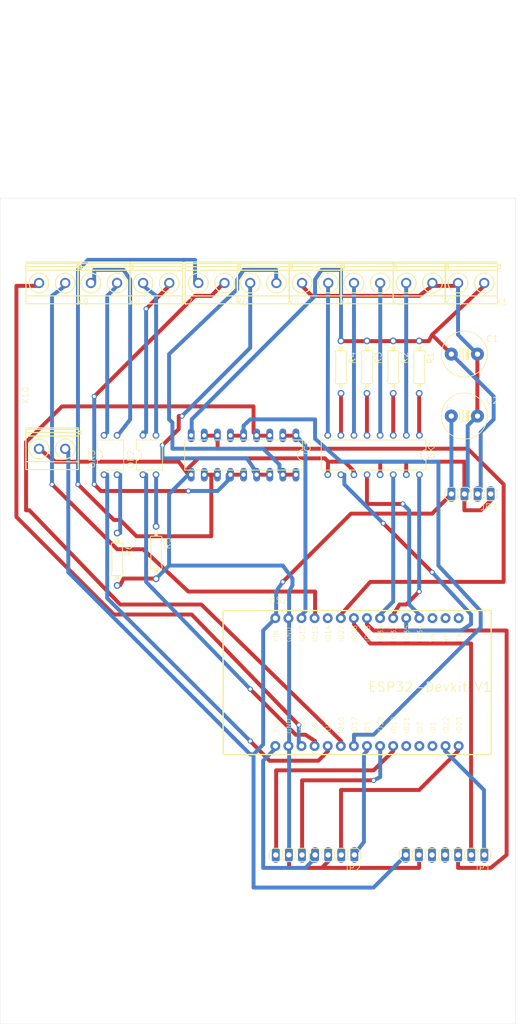
<source format=kicad_pcb>
(kicad_pcb (version 20171130) (host pcbnew "(5.1.10)-1")

  (general
    (thickness 1.6)
    (drawings 4)
    (tracks 430)
    (zones 0)
    (modules 26)
    (nets 51)
  )

  (page A4)
  (layers
    (0 Top signal)
    (31 Bottom signal)
    (32 B.Adhes user)
    (33 F.Adhes user)
    (34 B.Paste user)
    (35 F.Paste user)
    (36 B.SilkS user)
    (37 F.SilkS user)
    (38 B.Mask user)
    (39 F.Mask user)
    (40 Dwgs.User user)
    (41 Cmts.User user)
    (42 Eco1.User user)
    (43 Eco2.User user)
    (44 Edge.Cuts user)
    (45 Margin user)
    (46 B.CrtYd user)
    (47 F.CrtYd user)
    (48 B.Fab user)
    (49 F.Fab user)
  )

  (setup
    (last_trace_width 0.25)
    (trace_clearance 0.2)
    (zone_clearance 0.508)
    (zone_45_only no)
    (trace_min 0.2)
    (via_size 0.8)
    (via_drill 0.4)
    (via_min_size 0.4)
    (via_min_drill 0.3)
    (uvia_size 0.3)
    (uvia_drill 0.1)
    (uvias_allowed no)
    (uvia_min_size 0.2)
    (uvia_min_drill 0.1)
    (edge_width 0.05)
    (segment_width 0.2)
    (pcb_text_width 0.3)
    (pcb_text_size 1.5 1.5)
    (mod_edge_width 0.12)
    (mod_text_size 1 1)
    (mod_text_width 0.15)
    (pad_size 1.524 1.524)
    (pad_drill 0.762)
    (pad_to_mask_clearance 0)
    (aux_axis_origin 0 0)
    (visible_elements FFFFFF7F)
    (pcbplotparams
      (layerselection 0x010fc_ffffffff)
      (usegerberextensions false)
      (usegerberattributes true)
      (usegerberadvancedattributes true)
      (creategerberjobfile true)
      (excludeedgelayer true)
      (linewidth 0.100000)
      (plotframeref false)
      (viasonmask false)
      (mode 1)
      (useauxorigin false)
      (hpglpennumber 1)
      (hpglpenspeed 20)
      (hpglpendiameter 15.000000)
      (psnegative false)
      (psa4output false)
      (plotreference true)
      (plotvalue true)
      (plotinvisibletext false)
      (padsonsilk false)
      (subtractmaskfromsilk false)
      (outputformat 1)
      (mirror false)
      (drillshape 1)
      (scaleselection 1)
      (outputdirectory ""))
  )

  (net 0 "")
  (net 1 "Net-(IC1-Pad17)")
  (net 2 "Net-(IC1-Pad15)")
  (net 3 "Net-(IC1-Pad13)")
  (net 4 "Net-(IC1-Pad11)")
  (net 5 /GND)
  (net 6 /12V)
  (net 7 /17)
  (net 8 /16)
  (net 9 /27)
  (net 10 /13)
  (net 11 /32)
  (net 12 /33)
  (net 13 /34)
  (net 14 /35)
  (net 15 "Net-(OK1-Pad5)")
  (net 16 "Net-(OK1-Pad6)")
  (net 17 "Net-(OK1-Pad4)")
  (net 18 "Net-(OK1-Pad3)")
  (net 19 "Net-(OK1-Pad8)")
  (net 20 "Net-(OK1-Pad7)")
  (net 21 "Net-(OK1-Pad2)")
  (net 22 "Net-(OK1-Pad1)")
  (net 23 /5V)
  (net 24 "Net-(JP1-Pad5)")
  (net 25 "Net-(JP1-Pad4)")
  (net 26 /DIN)
  (net 27 /BCLK)
  (net 28 /LRC)
  (net 29 /MISO)
  (net 30 /SCK)
  (net 31 /3V)
  (net 32 /MOSI)
  (net 33 /SS)
  (net 34 /TXD3)
  (net 35 "Net-(U$2-Pad26)")
  (net 36 "Net-(U$2-Pad18)")
  (net 37 "Net-(U$2-Pad17)")
  (net 38 "Net-(U$2-Pad16)")
  (net 39 "Net-(U$2-Pad13)")
  (net 40 "Net-(U$2-Pad12)")
  (net 41 "Net-(U$2-Pad11)")
  (net 42 /4)
  (net 43 /2)
  (net 44 /RXD3)
  (net 45 "Net-(OK2-Pad3)")
  (net 46 "Net-(OK2-Pad4)")
  (net 47 "Net-(OK2-Pad2)")
  (net 48 "Net-(OK3-Pad4)")
  (net 49 "Net-(OK3-Pad3)")
  (net 50 "Net-(OK3-Pad2)")

  (net_class Default "This is the default net class."
    (clearance 0.2)
    (trace_width 0.25)
    (via_dia 0.8)
    (via_drill 0.4)
    (uvia_dia 0.3)
    (uvia_drill 0.1)
    (add_net /12V)
    (add_net /13)
    (add_net /16)
    (add_net /17)
    (add_net /2)
    (add_net /27)
    (add_net /32)
    (add_net /33)
    (add_net /34)
    (add_net /35)
    (add_net /3V)
    (add_net /4)
    (add_net /5V)
    (add_net /BCLK)
    (add_net /DIN)
    (add_net /GND)
    (add_net /LRC)
    (add_net /MISO)
    (add_net /MOSI)
    (add_net /RXD3)
    (add_net /SCK)
    (add_net /SS)
    (add_net /TXD3)
    (add_net "Net-(IC1-Pad11)")
    (add_net "Net-(IC1-Pad13)")
    (add_net "Net-(IC1-Pad15)")
    (add_net "Net-(IC1-Pad17)")
    (add_net "Net-(JP1-Pad4)")
    (add_net "Net-(JP1-Pad5)")
    (add_net "Net-(OK1-Pad1)")
    (add_net "Net-(OK1-Pad2)")
    (add_net "Net-(OK1-Pad3)")
    (add_net "Net-(OK1-Pad4)")
    (add_net "Net-(OK1-Pad5)")
    (add_net "Net-(OK1-Pad6)")
    (add_net "Net-(OK1-Pad7)")
    (add_net "Net-(OK1-Pad8)")
    (add_net "Net-(OK2-Pad2)")
    (add_net "Net-(OK2-Pad3)")
    (add_net "Net-(OK2-Pad4)")
    (add_net "Net-(OK3-Pad2)")
    (add_net "Net-(OK3-Pad3)")
    (add_net "Net-(OK3-Pad4)")
    (add_net "Net-(U$2-Pad11)")
    (add_net "Net-(U$2-Pad12)")
    (add_net "Net-(U$2-Pad13)")
    (add_net "Net-(U$2-Pad16)")
    (add_net "Net-(U$2-Pad17)")
    (add_net "Net-(U$2-Pad18)")
    (add_net "Net-(U$2-Pad26)")
  )

  (module rad:DIL18 (layer Top) (tedit 0) (tstamp 60D32F4B)
    (at 145.726812 74.765757 180)
    (descr "<b>Dual In Line Package</b>")
    (path /22F7723E)
    (fp_text reference IC1 (at -11.684 3.048 270) (layer F.SilkS)
      (effects (font (size 1.2065 1.2065) (thickness 0.127)) (justify right top))
    )
    (fp_text value UDN298A (at -9.525 0.635 180) (layer F.Fab)
      (effects (font (size 1.2065 1.2065) (thickness 0.127)) (justify right top))
    )
    (fp_arc (start -11.43 0) (end -11.43 -1.016) (angle 180) (layer F.SilkS) (width 0.1524))
    (fp_line (start -11.43 2.921) (end -11.43 1.016) (layer F.SilkS) (width 0.1524))
    (fp_line (start -11.43 -2.921) (end -11.43 -1.016) (layer F.SilkS) (width 0.1524))
    (fp_line (start 11.43 -2.921) (end 11.43 2.921) (layer F.SilkS) (width 0.1524))
    (fp_line (start -11.43 2.921) (end 11.43 2.921) (layer F.SilkS) (width 0.1524))
    (fp_line (start 11.43 -2.921) (end -11.43 -2.921) (layer F.SilkS) (width 0.1524))
    (pad 18 thru_hole oval (at -10.16 -3.81 270) (size 2.6416 1.3208) (drill 0.8128) (layers *.Cu *.Mask)
      (net 1 "Net-(IC1-Pad17)") (solder_mask_margin 0.1016))
    (pad 17 thru_hole oval (at -7.62 -3.81 270) (size 2.6416 1.3208) (drill 0.8128) (layers *.Cu *.Mask)
      (net 1 "Net-(IC1-Pad17)") (solder_mask_margin 0.1016))
    (pad 16 thru_hole oval (at -5.08 -3.81 270) (size 2.6416 1.3208) (drill 0.8128) (layers *.Cu *.Mask)
      (net 2 "Net-(IC1-Pad15)") (solder_mask_margin 0.1016))
    (pad 15 thru_hole oval (at -2.54 -3.81 270) (size 2.6416 1.3208) (drill 0.8128) (layers *.Cu *.Mask)
      (net 2 "Net-(IC1-Pad15)") (solder_mask_margin 0.1016))
    (pad 14 thru_hole oval (at 0 -3.81 270) (size 2.6416 1.3208) (drill 0.8128) (layers *.Cu *.Mask)
      (net 3 "Net-(IC1-Pad13)") (solder_mask_margin 0.1016))
    (pad 13 thru_hole oval (at 2.54 -3.81 270) (size 2.6416 1.3208) (drill 0.8128) (layers *.Cu *.Mask)
      (net 3 "Net-(IC1-Pad13)") (solder_mask_margin 0.1016))
    (pad 12 thru_hole oval (at 5.08 -3.81 270) (size 2.6416 1.3208) (drill 0.8128) (layers *.Cu *.Mask)
      (net 4 "Net-(IC1-Pad11)") (solder_mask_margin 0.1016))
    (pad 11 thru_hole oval (at 7.62 -3.81 270) (size 2.6416 1.3208) (drill 0.8128) (layers *.Cu *.Mask)
      (net 4 "Net-(IC1-Pad11)") (solder_mask_margin 0.1016))
    (pad 10 thru_hole oval (at 10.16 -3.81 270) (size 2.6416 1.3208) (drill 0.8128) (layers *.Cu *.Mask)
      (net 5 /GND) (solder_mask_margin 0.1016))
    (pad 9 thru_hole oval (at 10.16 3.81 270) (size 2.6416 1.3208) (drill 0.8128) (layers *.Cu *.Mask)
      (net 6 /12V) (solder_mask_margin 0.1016))
    (pad 5 thru_hole oval (at 0 3.81 270) (size 2.6416 1.3208) (drill 0.8128) (layers *.Cu *.Mask)
      (net 7 /17) (solder_mask_margin 0.1016))
    (pad 6 thru_hole oval (at 2.54 3.81 270) (size 2.6416 1.3208) (drill 0.8128) (layers *.Cu *.Mask)
      (net 7 /17) (solder_mask_margin 0.1016))
    (pad 4 thru_hole oval (at -2.54 3.81 270) (size 2.6416 1.3208) (drill 0.8128) (layers *.Cu *.Mask)
      (net 8 /16) (solder_mask_margin 0.1016))
    (pad 3 thru_hole oval (at -5.08 3.81 270) (size 2.6416 1.3208) (drill 0.8128) (layers *.Cu *.Mask)
      (net 8 /16) (solder_mask_margin 0.1016))
    (pad 8 thru_hole oval (at 7.62 3.81 270) (size 2.6416 1.3208) (drill 0.8128) (layers *.Cu *.Mask)
      (net 9 /27) (solder_mask_margin 0.1016))
    (pad 7 thru_hole oval (at 5.08 3.81 270) (size 2.6416 1.3208) (drill 0.8128) (layers *.Cu *.Mask)
      (net 9 /27) (solder_mask_margin 0.1016))
    (pad 2 thru_hole oval (at -7.62 3.81 270) (size 2.6416 1.3208) (drill 0.8128) (layers *.Cu *.Mask)
      (net 10 /13) (solder_mask_margin 0.1016))
    (pad 1 thru_hole oval (at -10.16 3.81 270) (size 2.6416 1.3208) (drill 0.8128) (layers *.Cu *.Mask)
      (net 10 /13) (solder_mask_margin 0.1016))
  )

  (module rad:DIL16 (layer Top) (tedit 0) (tstamp 60D32F66)
    (at 170.952568 74.765757 180)
    (descr "<b>Dual In Line Package</b>")
    (path /29EA0546)
    (fp_text reference OK1 (at -10.541 2.921 270) (layer F.SilkS)
      (effects (font (size 1.2065 1.2065) (thickness 0.127)) (justify right top))
    )
    (fp_text value PC847 (at -7.493 0.635 180) (layer F.Fab)
      (effects (font (size 1.2065 1.2065) (thickness 0.127)) (justify right top))
    )
    (fp_arc (start -10.16 0) (end -10.16 -1.016) (angle 180) (layer F.SilkS) (width 0.1524))
    (fp_line (start -10.16 2.921) (end -10.16 1.016) (layer F.SilkS) (width 0.1524))
    (fp_line (start -10.16 -2.921) (end -10.16 -1.016) (layer F.SilkS) (width 0.1524))
    (fp_line (start 10.16 -2.921) (end 10.16 2.921) (layer F.SilkS) (width 0.1524))
    (fp_line (start -10.16 2.921) (end 10.16 2.921) (layer F.SilkS) (width 0.1524))
    (fp_line (start 10.16 -2.921) (end -10.16 -2.921) (layer F.SilkS) (width 0.1524))
    (pad 16 thru_hole circle (at -8.89 -3.81 270) (size 1.3208 1.3208) (drill 0.8128) (layers *.Cu *.Mask)
      (net 11 /32) (solder_mask_margin 0.1016))
    (pad 15 thru_hole circle (at -6.35 -3.81 270) (size 1.3208 1.3208) (drill 0.8128) (layers *.Cu *.Mask)
      (net 5 /GND) (solder_mask_margin 0.1016))
    (pad 14 thru_hole circle (at -3.81 -3.81 270) (size 1.3208 1.3208) (drill 0.8128) (layers *.Cu *.Mask)
      (net 12 /33) (solder_mask_margin 0.1016))
    (pad 13 thru_hole circle (at -1.27 -3.81 270) (size 1.3208 1.3208) (drill 0.8128) (layers *.Cu *.Mask)
      (net 5 /GND) (solder_mask_margin 0.1016))
    (pad 12 thru_hole circle (at 1.27 -3.81 270) (size 1.3208 1.3208) (drill 0.8128) (layers *.Cu *.Mask)
      (net 13 /34) (solder_mask_margin 0.1016))
    (pad 11 thru_hole circle (at 3.81 -3.81 270) (size 1.3208 1.3208) (drill 0.8128) (layers *.Cu *.Mask)
      (net 5 /GND) (solder_mask_margin 0.1016))
    (pad 10 thru_hole circle (at 6.35 -3.81 270) (size 1.3208 1.3208) (drill 0.8128) (layers *.Cu *.Mask)
      (net 14 /35) (solder_mask_margin 0.1016))
    (pad 9 thru_hole circle (at 8.89 -3.81 270) (size 1.3208 1.3208) (drill 0.8128) (layers *.Cu *.Mask)
      (net 5 /GND) (solder_mask_margin 0.1016))
    (pad 5 thru_hole circle (at 1.27 3.81 90) (size 1.3208 1.3208) (drill 0.8128) (layers *.Cu *.Mask)
      (net 15 "Net-(OK1-Pad5)") (solder_mask_margin 0.1016))
    (pad 6 thru_hole circle (at 3.81 3.81 90) (size 1.3208 1.3208) (drill 0.8128) (layers *.Cu *.Mask)
      (net 16 "Net-(OK1-Pad6)") (solder_mask_margin 0.1016))
    (pad 4 thru_hole circle (at -1.27 3.81 90) (size 1.3208 1.3208) (drill 0.8128) (layers *.Cu *.Mask)
      (net 17 "Net-(OK1-Pad4)") (solder_mask_margin 0.1016))
    (pad 3 thru_hole circle (at -3.81 3.81 90) (size 1.3208 1.3208) (drill 0.8128) (layers *.Cu *.Mask)
      (net 18 "Net-(OK1-Pad3)") (solder_mask_margin 0.1016))
    (pad 8 thru_hole circle (at 8.89 3.81 90) (size 1.3208 1.3208) (drill 0.8128) (layers *.Cu *.Mask)
      (net 19 "Net-(OK1-Pad8)") (solder_mask_margin 0.1016))
    (pad 7 thru_hole circle (at 6.35 3.81 90) (size 1.3208 1.3208) (drill 0.8128) (layers *.Cu *.Mask)
      (net 20 "Net-(OK1-Pad7)") (solder_mask_margin 0.1016))
    (pad 2 thru_hole circle (at -6.35 3.81 90) (size 1.3208 1.3208) (drill 0.8128) (layers *.Cu *.Mask)
      (net 21 "Net-(OK1-Pad2)") (solder_mask_margin 0.1016))
    (pad 1 thru_hole circle (at -8.89 3.81 90) (size 1.3208 1.3208) (drill 0.8128) (layers *.Cu *.Mask)
      (net 22 "Net-(OK1-Pad1)") (solder_mask_margin 0.1016))
  )

  (module rad:MKDSN1,5_2-5,08 (layer Top) (tedit 0) (tstamp 60D32F7F)
    (at 189.855756 41.410985 180)
    (descr "<b>MKDSN 1,5/ 2-5,08</b> Printklemme<p>\nNennstrom: 13,5 A<br>\nNennspannung: 250 V<br>\nRastermaß: 5,08 mm<br>\nPolzahl: 2<br>\nAnschlussart: Schraubanschluss<br>\nMontage: Löten<br>\nAnschlussrichtung Leiter/Platine: 0 °<br>\nArtikelnummer: 1729128<br>\nSource: http://eshop.phoenixcontact.com .. 1729128.pdf")
    (path /8679BB61)
    (fp_text reference X1 (at -4.7511 -4.445) (layer F.SilkS)
      (effects (font (size 1.2065 1.2065) (thickness 0.09652)) (justify left bottom))
    )
    (fp_text value MKDSN1,5_2-5,08 (at -8.255 36.83 90) (layer F.Fab)
      (effects (font (size 1.2065 1.2065) (thickness 0.09652)) (justify left bottom))
    )
    (fp_circle (center 2.5189 -0.025) (end 4.4339 -0.025) (layer F.SilkS) (width 0.2032))
    (fp_circle (center -2.5611 -0.025) (end -0.6461 -0.025) (layer F.SilkS) (width 0.2032))
    (fp_arc (start -2.561082 0) (end -1.9311 -0.16) (angle -65.201851) (layer F.Fab) (width 0.2032))
    (fp_arc (start 2.518917 0) (end 3.1489 -0.16) (angle -65.201851) (layer F.Fab) (width 0.2032))
    (fp_arc (start 2.518899 0.000017) (end 1.8799 0.119) (angle -65.201851) (layer F.Fab) (width 0.2032))
    (fp_arc (start -2.5611 0.000017) (end -3.2001 0.119) (angle -65.201851) (layer F.Fab) (width 0.2032))
    (fp_line (start 5.0589 3.75) (end 5.0589 4.05) (layer F.SilkS) (width 0.2032))
    (fp_line (start -5.1011 3.75) (end -5.1011 4.05) (layer F.SilkS) (width 0.2032))
    (fp_line (start 5.0589 3.75) (end -5.1011 3.75) (layer F.SilkS) (width 0.2032))
    (fp_line (start -5.1011 -2.5243) (end -5.1011 -4.05) (layer F.SilkS) (width 0.2032))
    (fp_line (start -5.1011 -4.05) (end 5.0589 -4.05) (layer F.SilkS) (width 0.2032))
    (fp_line (start 5.0589 3.75) (end 5.0589 3.1279) (layer F.SilkS) (width 0.2032))
    (fp_line (start -5.1011 3.75) (end -5.1011 3.327) (layer F.SilkS) (width 0.2032))
    (fp_line (start 5.0589 -2.5243) (end 5.0589 -4.05) (layer F.SilkS) (width 0.2032))
    (fp_line (start 5.0589 -2.5243) (end 5.0589 -2.0413) (layer F.SilkS) (width 0.2032))
    (fp_line (start 5.0589 1.9555) (end 5.0589 -2.0413) (layer F.SilkS) (width 0.2032))
    (fp_line (start 5.0589 3.1279) (end 5.0589 2.4479) (layer F.SilkS) (width 0.2032))
    (fp_line (start -5.1011 3.1279) (end 5.0589 3.1279) (layer F.SilkS) (width 0.2032))
    (fp_line (start -0.9931 -1.098) (end -1.9311 -0.16) (layer F.Fab) (width 0.2032))
    (fp_line (start -2.4421 -0.639) (end -1.4881 -1.593) (layer F.Fab) (width 0.2032))
    (fp_line (start -2.5611 -0.52) (end -2.4421 -0.639) (layer F.Fab) (width 0.2032))
    (fp_line (start -1.9311 -0.16) (end -2.5611 0.47) (layer F.Fab) (width 0.2032))
    (fp_line (start 2.5189 -0.52) (end 2.6379 -0.639) (layer F.Fab) (width 0.2032))
    (fp_line (start 3.1489 -0.16) (end 2.5189 0.47) (layer F.Fab) (width 0.2032))
    (fp_line (start 2.6379 -0.639) (end 3.5919 -1.593) (layer F.Fab) (width 0.2032))
    (fp_line (start 4.0869 -1.098) (end 3.1489 -0.16) (layer F.Fab) (width 0.2032))
    (fp_line (start 2.5189 0.47) (end 2.3589 0.63) (layer F.Fab) (width 0.2032))
    (fp_line (start 1.8799 0.119) (end 2.5189 -0.52) (layer F.Fab) (width 0.2032))
    (fp_line (start 2.3589 0.63) (end 1.4459 1.543) (layer F.Fab) (width 0.2032))
    (fp_line (start 5.0589 1.9555) (end 5.0589 2.4479) (layer F.SilkS) (width 0.2032))
    (fp_line (start 0.9509 1.048) (end 1.8799 0.119) (layer F.Fab) (width 0.2032))
    (fp_line (start -4.1291 1.048) (end -3.2001 0.119) (layer F.Fab) (width 0.2032))
    (fp_line (start -3.2001 0.119) (end -2.5611 -0.52) (layer F.Fab) (width 0.2032))
    (fp_line (start -2.5611 0.47) (end -2.7211 0.63) (layer F.Fab) (width 0.2032))
    (fp_line (start 5.0589 2.4479) (end -5.1011 2.4479) (layer F.SilkS) (width 0.2032))
    (fp_line (start -5.4081 2.763) (end -5.2298 2.913) (layer F.SilkS) (width 0.2032))
    (fp_line (start -5.1011 1.9555) (end -5.1011 -2.0413) (layer F.SilkS) (width 0.2032))
    (fp_line (start -5.1011 -2.5243) (end -5.1011 -2.0413) (layer F.SilkS) (width 0.2032))
    (fp_line (start -5.6711 2.763) (end -5.6711 3.477) (layer F.SilkS) (width 0.2032))
    (fp_line (start -5.2298 3.327) (end -5.4081 3.477) (layer F.SilkS) (width 0.2032))
    (fp_line (start -5.1011 2.913) (end -5.1011 2.4479) (layer F.SilkS) (width 0.2032))
    (fp_line (start -5.6711 3.477) (end -5.4081 3.477) (layer F.SilkS) (width 0.2032))
    (fp_line (start -5.6711 2.763) (end -5.4081 2.763) (layer F.SilkS) (width 0.2032))
    (fp_line (start -5.1011 3.327) (end -5.1011 3.1279) (layer F.SilkS) (width 0.2032))
    (fp_line (start -5.1011 3.1279) (end -5.1011 2.913) (layer F.SilkS) (width 0.2032))
    (fp_line (start -5.2298 2.913) (end -5.1011 2.913) (layer F.SilkS) (width 0.2032))
    (fp_line (start -5.1011 3.327) (end -5.2298 3.327) (layer F.SilkS) (width 0.2032))
    (fp_line (start -5.1011 1.9555) (end -5.1011 2.4479) (layer F.SilkS) (width 0.2032))
    (fp_line (start -2.7211 0.63) (end -3.6341 1.543) (layer F.Fab) (width 0.2032))
    (fp_line (start -5.1011 -2.5243) (end 5.0589 -2.5243) (layer F.SilkS) (width 0.2032))
    (fp_line (start -5.1011 4.05) (end 5.0589 4.05) (layer F.SilkS) (width 0.2032))
    (pad 2 thru_hole circle (at 2.5189 -0.025 180) (size 2 2) (drill 1.3) (layers *.Cu *.Mask)
      (net 5 /GND) (solder_mask_margin 0.1016))
    (pad 1 thru_hole circle (at -2.5611 -0.025 180) (size 2 2) (drill 1.3) (layers *.Cu *.Mask)
      (net 6 /12V) (solder_mask_margin 0.1016))
  )

  (module rad:MKDSN1,5_2-5,08 (layer Top) (tedit 0) (tstamp 60D32FB7)
    (at 179.791259 41.410985 180)
    (descr "<b>MKDSN 1,5/ 2-5,08</b> Printklemme<p>\nNennstrom: 13,5 A<br>\nNennspannung: 250 V<br>\nRastermaß: 5,08 mm<br>\nPolzahl: 2<br>\nAnschlussart: Schraubanschluss<br>\nMontage: Löten<br>\nAnschlussrichtung Leiter/Platine: 0 °<br>\nArtikelnummer: 1729128<br>\nSource: http://eshop.phoenixcontact.com .. 1729128.pdf")
    (path /EE6A8C5B)
    (fp_text reference X2 (at -4.7511 -4.445) (layer F.SilkS)
      (effects (font (size 1.2065 1.2065) (thickness 0.09652)) (justify left bottom))
    )
    (fp_text value MKDSN1,5_2-5,08 (at -15.875 36.83 90) (layer F.Fab)
      (effects (font (size 1.2065 1.2065) (thickness 0.09652)) (justify left bottom))
    )
    (fp_circle (center 2.5189 -0.025) (end 4.4339 -0.025) (layer F.SilkS) (width 0.2032))
    (fp_circle (center -2.5611 -0.025) (end -0.6461 -0.025) (layer F.SilkS) (width 0.2032))
    (fp_arc (start -2.561082 0) (end -1.9311 -0.16) (angle -65.201851) (layer F.Fab) (width 0.2032))
    (fp_arc (start 2.518917 0) (end 3.1489 -0.16) (angle -65.201851) (layer F.Fab) (width 0.2032))
    (fp_arc (start 2.518899 0.000017) (end 1.8799 0.119) (angle -65.201851) (layer F.Fab) (width 0.2032))
    (fp_arc (start -2.5611 0.000017) (end -3.2001 0.119) (angle -65.201851) (layer F.Fab) (width 0.2032))
    (fp_line (start 5.0589 3.75) (end 5.0589 4.05) (layer F.SilkS) (width 0.2032))
    (fp_line (start -5.1011 3.75) (end -5.1011 4.05) (layer F.SilkS) (width 0.2032))
    (fp_line (start 5.0589 3.75) (end -5.1011 3.75) (layer F.SilkS) (width 0.2032))
    (fp_line (start -5.1011 -2.5243) (end -5.1011 -4.05) (layer F.SilkS) (width 0.2032))
    (fp_line (start -5.1011 -4.05) (end 5.0589 -4.05) (layer F.SilkS) (width 0.2032))
    (fp_line (start 5.0589 3.75) (end 5.0589 3.1279) (layer F.SilkS) (width 0.2032))
    (fp_line (start -5.1011 3.75) (end -5.1011 3.327) (layer F.SilkS) (width 0.2032))
    (fp_line (start 5.0589 -2.5243) (end 5.0589 -4.05) (layer F.SilkS) (width 0.2032))
    (fp_line (start 5.0589 -2.5243) (end 5.0589 -2.0413) (layer F.SilkS) (width 0.2032))
    (fp_line (start 5.0589 1.9555) (end 5.0589 -2.0413) (layer F.SilkS) (width 0.2032))
    (fp_line (start 5.0589 3.1279) (end 5.0589 2.4479) (layer F.SilkS) (width 0.2032))
    (fp_line (start -5.1011 3.1279) (end 5.0589 3.1279) (layer F.SilkS) (width 0.2032))
    (fp_line (start -0.9931 -1.098) (end -1.9311 -0.16) (layer F.Fab) (width 0.2032))
    (fp_line (start -2.4421 -0.639) (end -1.4881 -1.593) (layer F.Fab) (width 0.2032))
    (fp_line (start -2.5611 -0.52) (end -2.4421 -0.639) (layer F.Fab) (width 0.2032))
    (fp_line (start -1.9311 -0.16) (end -2.5611 0.47) (layer F.Fab) (width 0.2032))
    (fp_line (start 2.5189 -0.52) (end 2.6379 -0.639) (layer F.Fab) (width 0.2032))
    (fp_line (start 3.1489 -0.16) (end 2.5189 0.47) (layer F.Fab) (width 0.2032))
    (fp_line (start 2.6379 -0.639) (end 3.5919 -1.593) (layer F.Fab) (width 0.2032))
    (fp_line (start 4.0869 -1.098) (end 3.1489 -0.16) (layer F.Fab) (width 0.2032))
    (fp_line (start 2.5189 0.47) (end 2.3589 0.63) (layer F.Fab) (width 0.2032))
    (fp_line (start 1.8799 0.119) (end 2.5189 -0.52) (layer F.Fab) (width 0.2032))
    (fp_line (start 2.3589 0.63) (end 1.4459 1.543) (layer F.Fab) (width 0.2032))
    (fp_line (start 5.0589 1.9555) (end 5.0589 2.4479) (layer F.SilkS) (width 0.2032))
    (fp_line (start 0.9509 1.048) (end 1.8799 0.119) (layer F.Fab) (width 0.2032))
    (fp_line (start -4.1291 1.048) (end -3.2001 0.119) (layer F.Fab) (width 0.2032))
    (fp_line (start -3.2001 0.119) (end -2.5611 -0.52) (layer F.Fab) (width 0.2032))
    (fp_line (start -2.5611 0.47) (end -2.7211 0.63) (layer F.Fab) (width 0.2032))
    (fp_line (start 5.0589 2.4479) (end -5.1011 2.4479) (layer F.SilkS) (width 0.2032))
    (fp_line (start -5.4081 2.763) (end -5.2298 2.913) (layer F.SilkS) (width 0.2032))
    (fp_line (start -5.1011 1.9555) (end -5.1011 -2.0413) (layer F.SilkS) (width 0.2032))
    (fp_line (start -5.1011 -2.5243) (end -5.1011 -2.0413) (layer F.SilkS) (width 0.2032))
    (fp_line (start -5.6711 2.763) (end -5.6711 3.477) (layer F.SilkS) (width 0.2032))
    (fp_line (start -5.2298 3.327) (end -5.4081 3.477) (layer F.SilkS) (width 0.2032))
    (fp_line (start -5.1011 2.913) (end -5.1011 2.4479) (layer F.SilkS) (width 0.2032))
    (fp_line (start -5.6711 3.477) (end -5.4081 3.477) (layer F.SilkS) (width 0.2032))
    (fp_line (start -5.6711 2.763) (end -5.4081 2.763) (layer F.SilkS) (width 0.2032))
    (fp_line (start -5.1011 3.327) (end -5.1011 3.1279) (layer F.SilkS) (width 0.2032))
    (fp_line (start -5.1011 3.1279) (end -5.1011 2.913) (layer F.SilkS) (width 0.2032))
    (fp_line (start -5.2298 2.913) (end -5.1011 2.913) (layer F.SilkS) (width 0.2032))
    (fp_line (start -5.1011 3.327) (end -5.2298 3.327) (layer F.SilkS) (width 0.2032))
    (fp_line (start -5.1011 1.9555) (end -5.1011 2.4479) (layer F.SilkS) (width 0.2032))
    (fp_line (start -2.7211 0.63) (end -3.6341 1.543) (layer F.Fab) (width 0.2032))
    (fp_line (start -5.1011 -2.5243) (end 5.0589 -2.5243) (layer F.SilkS) (width 0.2032))
    (fp_line (start -5.1011 4.05) (end 5.0589 4.05) (layer F.SilkS) (width 0.2032))
    (pad 2 thru_hole circle (at 2.5189 -0.025 180) (size 2 2) (drill 1.3) (layers *.Cu *.Mask)
      (net 21 "Net-(OK1-Pad2)") (solder_mask_margin 0.1016))
    (pad 1 thru_hole circle (at -2.5611 -0.025 180) (size 2 2) (drill 1.3) (layers *.Cu *.Mask)
      (net 5 /GND) (solder_mask_margin 0.1016))
  )

  (module rad:MKDSN1,5_2-5,08 (layer Top) (tedit 0) (tstamp 60D32FEF)
    (at 169.662246 41.410985 180)
    (descr "<b>MKDSN 1,5/ 2-5,08</b> Printklemme<p>\nNennstrom: 13,5 A<br>\nNennspannung: 250 V<br>\nRastermaß: 5,08 mm<br>\nPolzahl: 2<br>\nAnschlussart: Schraubanschluss<br>\nMontage: Löten<br>\nAnschlussrichtung Leiter/Platine: 0 °<br>\nArtikelnummer: 1729128<br>\nSource: http://eshop.phoenixcontact.com .. 1729128.pdf")
    (path /D0EFEB30)
    (fp_text reference X3 (at -4.7511 -4.445) (layer F.SilkS)
      (effects (font (size 1.2065 1.2065) (thickness 0.09652)) (justify left bottom))
    )
    (fp_text value MKDSN1,5_2-5,08 (at -23.495 38.1 90) (layer F.Fab)
      (effects (font (size 1.2065 1.2065) (thickness 0.09652)) (justify left bottom))
    )
    (fp_circle (center 2.5189 -0.025) (end 4.4339 -0.025) (layer F.SilkS) (width 0.2032))
    (fp_circle (center -2.5611 -0.025) (end -0.6461 -0.025) (layer F.SilkS) (width 0.2032))
    (fp_arc (start -2.561082 0) (end -1.9311 -0.16) (angle -65.201851) (layer F.Fab) (width 0.2032))
    (fp_arc (start 2.518917 0) (end 3.1489 -0.16) (angle -65.201851) (layer F.Fab) (width 0.2032))
    (fp_arc (start 2.518899 0.000017) (end 1.8799 0.119) (angle -65.201851) (layer F.Fab) (width 0.2032))
    (fp_arc (start -2.5611 0.000017) (end -3.2001 0.119) (angle -65.201851) (layer F.Fab) (width 0.2032))
    (fp_line (start 5.0589 3.75) (end 5.0589 4.05) (layer F.SilkS) (width 0.2032))
    (fp_line (start -5.1011 3.75) (end -5.1011 4.05) (layer F.SilkS) (width 0.2032))
    (fp_line (start 5.0589 3.75) (end -5.1011 3.75) (layer F.SilkS) (width 0.2032))
    (fp_line (start -5.1011 -2.5243) (end -5.1011 -4.05) (layer F.SilkS) (width 0.2032))
    (fp_line (start -5.1011 -4.05) (end 5.0589 -4.05) (layer F.SilkS) (width 0.2032))
    (fp_line (start 5.0589 3.75) (end 5.0589 3.1279) (layer F.SilkS) (width 0.2032))
    (fp_line (start -5.1011 3.75) (end -5.1011 3.327) (layer F.SilkS) (width 0.2032))
    (fp_line (start 5.0589 -2.5243) (end 5.0589 -4.05) (layer F.SilkS) (width 0.2032))
    (fp_line (start 5.0589 -2.5243) (end 5.0589 -2.0413) (layer F.SilkS) (width 0.2032))
    (fp_line (start 5.0589 1.9555) (end 5.0589 -2.0413) (layer F.SilkS) (width 0.2032))
    (fp_line (start 5.0589 3.1279) (end 5.0589 2.4479) (layer F.SilkS) (width 0.2032))
    (fp_line (start -5.1011 3.1279) (end 5.0589 3.1279) (layer F.SilkS) (width 0.2032))
    (fp_line (start -0.9931 -1.098) (end -1.9311 -0.16) (layer F.Fab) (width 0.2032))
    (fp_line (start -2.4421 -0.639) (end -1.4881 -1.593) (layer F.Fab) (width 0.2032))
    (fp_line (start -2.5611 -0.52) (end -2.4421 -0.639) (layer F.Fab) (width 0.2032))
    (fp_line (start -1.9311 -0.16) (end -2.5611 0.47) (layer F.Fab) (width 0.2032))
    (fp_line (start 2.5189 -0.52) (end 2.6379 -0.639) (layer F.Fab) (width 0.2032))
    (fp_line (start 3.1489 -0.16) (end 2.5189 0.47) (layer F.Fab) (width 0.2032))
    (fp_line (start 2.6379 -0.639) (end 3.5919 -1.593) (layer F.Fab) (width 0.2032))
    (fp_line (start 4.0869 -1.098) (end 3.1489 -0.16) (layer F.Fab) (width 0.2032))
    (fp_line (start 2.5189 0.47) (end 2.3589 0.63) (layer F.Fab) (width 0.2032))
    (fp_line (start 1.8799 0.119) (end 2.5189 -0.52) (layer F.Fab) (width 0.2032))
    (fp_line (start 2.3589 0.63) (end 1.4459 1.543) (layer F.Fab) (width 0.2032))
    (fp_line (start 5.0589 1.9555) (end 5.0589 2.4479) (layer F.SilkS) (width 0.2032))
    (fp_line (start 0.9509 1.048) (end 1.8799 0.119) (layer F.Fab) (width 0.2032))
    (fp_line (start -4.1291 1.048) (end -3.2001 0.119) (layer F.Fab) (width 0.2032))
    (fp_line (start -3.2001 0.119) (end -2.5611 -0.52) (layer F.Fab) (width 0.2032))
    (fp_line (start -2.5611 0.47) (end -2.7211 0.63) (layer F.Fab) (width 0.2032))
    (fp_line (start 5.0589 2.4479) (end -5.1011 2.4479) (layer F.SilkS) (width 0.2032))
    (fp_line (start -5.4081 2.763) (end -5.2298 2.913) (layer F.SilkS) (width 0.2032))
    (fp_line (start -5.1011 1.9555) (end -5.1011 -2.0413) (layer F.SilkS) (width 0.2032))
    (fp_line (start -5.1011 -2.5243) (end -5.1011 -2.0413) (layer F.SilkS) (width 0.2032))
    (fp_line (start -5.6711 2.763) (end -5.6711 3.477) (layer F.SilkS) (width 0.2032))
    (fp_line (start -5.2298 3.327) (end -5.4081 3.477) (layer F.SilkS) (width 0.2032))
    (fp_line (start -5.1011 2.913) (end -5.1011 2.4479) (layer F.SilkS) (width 0.2032))
    (fp_line (start -5.6711 3.477) (end -5.4081 3.477) (layer F.SilkS) (width 0.2032))
    (fp_line (start -5.6711 2.763) (end -5.4081 2.763) (layer F.SilkS) (width 0.2032))
    (fp_line (start -5.1011 3.327) (end -5.1011 3.1279) (layer F.SilkS) (width 0.2032))
    (fp_line (start -5.1011 3.1279) (end -5.1011 2.913) (layer F.SilkS) (width 0.2032))
    (fp_line (start -5.2298 2.913) (end -5.1011 2.913) (layer F.SilkS) (width 0.2032))
    (fp_line (start -5.1011 3.327) (end -5.2298 3.327) (layer F.SilkS) (width 0.2032))
    (fp_line (start -5.1011 1.9555) (end -5.1011 2.4479) (layer F.SilkS) (width 0.2032))
    (fp_line (start -2.7211 0.63) (end -3.6341 1.543) (layer F.Fab) (width 0.2032))
    (fp_line (start -5.1011 -2.5243) (end 5.0589 -2.5243) (layer F.SilkS) (width 0.2032))
    (fp_line (start -5.1011 4.05) (end 5.0589 4.05) (layer F.SilkS) (width 0.2032))
    (pad 2 thru_hole circle (at 2.5189 -0.025 180) (size 2 2) (drill 1.3) (layers *.Cu *.Mask)
      (net 16 "Net-(OK1-Pad6)") (solder_mask_margin 0.1016))
    (pad 1 thru_hole circle (at -2.5611 -0.025 180) (size 2 2) (drill 1.3) (layers *.Cu *.Mask)
      (net 17 "Net-(OK1-Pad4)") (solder_mask_margin 0.1016))
  )

  (module rad:MKDSN1,5_2-5,08 (layer Top) (tedit 0) (tstamp 60D33027)
    (at 159.597753 41.410985 180)
    (descr "<b>MKDSN 1,5/ 2-5,08</b> Printklemme<p>\nNennstrom: 13,5 A<br>\nNennspannung: 250 V<br>\nRastermaß: 5,08 mm<br>\nPolzahl: 2<br>\nAnschlussart: Schraubanschluss<br>\nMontage: Löten<br>\nAnschlussrichtung Leiter/Platine: 0 °<br>\nArtikelnummer: 1729128<br>\nSource: http://eshop.phoenixcontact.com .. 1729128.pdf")
    (path /38D8100C)
    (fp_text reference X4 (at -4.7511 -4.445) (layer F.SilkS)
      (effects (font (size 1.2065 1.2065) (thickness 0.09652)) (justify left bottom))
    )
    (fp_text value MKDSN1,5_2-5,08 (at -28.575 36.83 90) (layer F.Fab)
      (effects (font (size 1.2065 1.2065) (thickness 0.09652)) (justify left bottom))
    )
    (fp_circle (center 2.5189 -0.025) (end 4.4339 -0.025) (layer F.SilkS) (width 0.2032))
    (fp_circle (center -2.5611 -0.025) (end -0.6461 -0.025) (layer F.SilkS) (width 0.2032))
    (fp_arc (start -2.561082 0) (end -1.9311 -0.16) (angle -65.201851) (layer F.Fab) (width 0.2032))
    (fp_arc (start 2.518917 0) (end 3.1489 -0.16) (angle -65.201851) (layer F.Fab) (width 0.2032))
    (fp_arc (start 2.518899 0.000017) (end 1.8799 0.119) (angle -65.201851) (layer F.Fab) (width 0.2032))
    (fp_arc (start -2.5611 0.000017) (end -3.2001 0.119) (angle -65.201851) (layer F.Fab) (width 0.2032))
    (fp_line (start 5.0589 3.75) (end 5.0589 4.05) (layer F.SilkS) (width 0.2032))
    (fp_line (start -5.1011 3.75) (end -5.1011 4.05) (layer F.SilkS) (width 0.2032))
    (fp_line (start 5.0589 3.75) (end -5.1011 3.75) (layer F.SilkS) (width 0.2032))
    (fp_line (start -5.1011 -2.5243) (end -5.1011 -4.05) (layer F.SilkS) (width 0.2032))
    (fp_line (start -5.1011 -4.05) (end 5.0589 -4.05) (layer F.SilkS) (width 0.2032))
    (fp_line (start 5.0589 3.75) (end 5.0589 3.1279) (layer F.SilkS) (width 0.2032))
    (fp_line (start -5.1011 3.75) (end -5.1011 3.327) (layer F.SilkS) (width 0.2032))
    (fp_line (start 5.0589 -2.5243) (end 5.0589 -4.05) (layer F.SilkS) (width 0.2032))
    (fp_line (start 5.0589 -2.5243) (end 5.0589 -2.0413) (layer F.SilkS) (width 0.2032))
    (fp_line (start 5.0589 1.9555) (end 5.0589 -2.0413) (layer F.SilkS) (width 0.2032))
    (fp_line (start 5.0589 3.1279) (end 5.0589 2.4479) (layer F.SilkS) (width 0.2032))
    (fp_line (start -5.1011 3.1279) (end 5.0589 3.1279) (layer F.SilkS) (width 0.2032))
    (fp_line (start -0.9931 -1.098) (end -1.9311 -0.16) (layer F.Fab) (width 0.2032))
    (fp_line (start -2.4421 -0.639) (end -1.4881 -1.593) (layer F.Fab) (width 0.2032))
    (fp_line (start -2.5611 -0.52) (end -2.4421 -0.639) (layer F.Fab) (width 0.2032))
    (fp_line (start -1.9311 -0.16) (end -2.5611 0.47) (layer F.Fab) (width 0.2032))
    (fp_line (start 2.5189 -0.52) (end 2.6379 -0.639) (layer F.Fab) (width 0.2032))
    (fp_line (start 3.1489 -0.16) (end 2.5189 0.47) (layer F.Fab) (width 0.2032))
    (fp_line (start 2.6379 -0.639) (end 3.5919 -1.593) (layer F.Fab) (width 0.2032))
    (fp_line (start 4.0869 -1.098) (end 3.1489 -0.16) (layer F.Fab) (width 0.2032))
    (fp_line (start 2.5189 0.47) (end 2.3589 0.63) (layer F.Fab) (width 0.2032))
    (fp_line (start 1.8799 0.119) (end 2.5189 -0.52) (layer F.Fab) (width 0.2032))
    (fp_line (start 2.3589 0.63) (end 1.4459 1.543) (layer F.Fab) (width 0.2032))
    (fp_line (start 5.0589 1.9555) (end 5.0589 2.4479) (layer F.SilkS) (width 0.2032))
    (fp_line (start 0.9509 1.048) (end 1.8799 0.119) (layer F.Fab) (width 0.2032))
    (fp_line (start -4.1291 1.048) (end -3.2001 0.119) (layer F.Fab) (width 0.2032))
    (fp_line (start -3.2001 0.119) (end -2.5611 -0.52) (layer F.Fab) (width 0.2032))
    (fp_line (start -2.5611 0.47) (end -2.7211 0.63) (layer F.Fab) (width 0.2032))
    (fp_line (start 5.0589 2.4479) (end -5.1011 2.4479) (layer F.SilkS) (width 0.2032))
    (fp_line (start -5.4081 2.763) (end -5.2298 2.913) (layer F.SilkS) (width 0.2032))
    (fp_line (start -5.1011 1.9555) (end -5.1011 -2.0413) (layer F.SilkS) (width 0.2032))
    (fp_line (start -5.1011 -2.5243) (end -5.1011 -2.0413) (layer F.SilkS) (width 0.2032))
    (fp_line (start -5.6711 2.763) (end -5.6711 3.477) (layer F.SilkS) (width 0.2032))
    (fp_line (start -5.2298 3.327) (end -5.4081 3.477) (layer F.SilkS) (width 0.2032))
    (fp_line (start -5.1011 2.913) (end -5.1011 2.4479) (layer F.SilkS) (width 0.2032))
    (fp_line (start -5.6711 3.477) (end -5.4081 3.477) (layer F.SilkS) (width 0.2032))
    (fp_line (start -5.6711 2.763) (end -5.4081 2.763) (layer F.SilkS) (width 0.2032))
    (fp_line (start -5.1011 3.327) (end -5.1011 3.1279) (layer F.SilkS) (width 0.2032))
    (fp_line (start -5.1011 3.1279) (end -5.1011 2.913) (layer F.SilkS) (width 0.2032))
    (fp_line (start -5.2298 2.913) (end -5.1011 2.913) (layer F.SilkS) (width 0.2032))
    (fp_line (start -5.1011 3.327) (end -5.2298 3.327) (layer F.SilkS) (width 0.2032))
    (fp_line (start -5.1011 1.9555) (end -5.1011 2.4479) (layer F.SilkS) (width 0.2032))
    (fp_line (start -2.7211 0.63) (end -3.6341 1.543) (layer F.Fab) (width 0.2032))
    (fp_line (start -5.1011 -2.5243) (end 5.0589 -2.5243) (layer F.SilkS) (width 0.2032))
    (fp_line (start -5.1011 4.05) (end 5.0589 4.05) (layer F.SilkS) (width 0.2032))
    (pad 2 thru_hole circle (at 2.5189 -0.025 180) (size 2 2) (drill 1.3) (layers *.Cu *.Mask)
      (net 5 /GND) (solder_mask_margin 0.1016))
    (pad 1 thru_hole circle (at -2.5611 -0.025 180) (size 2 2) (drill 1.3) (layers *.Cu *.Mask)
      (net 19 "Net-(OK1-Pad8)") (solder_mask_margin 0.1016))
  )

  (module rad:MKDSN1,5_2-5,08 (layer Top) (tedit 0) (tstamp 60D3305F)
    (at 149.533256 41.410985 180)
    (descr "<b>MKDSN 1,5/ 2-5,08</b> Printklemme<p>\nNennstrom: 13,5 A<br>\nNennspannung: 250 V<br>\nRastermaß: 5,08 mm<br>\nPolzahl: 2<br>\nAnschlussart: Schraubanschluss<br>\nMontage: Löten<br>\nAnschlussrichtung Leiter/Platine: 0 °<br>\nArtikelnummer: 1729128<br>\nSource: http://eshop.phoenixcontact.com .. 1729128.pdf")
    (path /2CAC95E3)
    (fp_text reference X5 (at -4.7511 -4.445) (layer F.SilkS)
      (effects (font (size 1.2065 1.2065) (thickness 0.09652)) (justify left bottom))
    )
    (fp_text value MKDSN1,5_2-5,08 (at -33.655 34.29 90) (layer F.Fab)
      (effects (font (size 1.2065 1.2065) (thickness 0.09652)) (justify left bottom))
    )
    (fp_circle (center 2.5189 -0.025) (end 4.4339 -0.025) (layer F.SilkS) (width 0.2032))
    (fp_circle (center -2.5611 -0.025) (end -0.6461 -0.025) (layer F.SilkS) (width 0.2032))
    (fp_arc (start -2.561082 0) (end -1.9311 -0.16) (angle -65.201851) (layer F.Fab) (width 0.2032))
    (fp_arc (start 2.518917 0) (end 3.1489 -0.16) (angle -65.201851) (layer F.Fab) (width 0.2032))
    (fp_arc (start 2.518899 0.000017) (end 1.8799 0.119) (angle -65.201851) (layer F.Fab) (width 0.2032))
    (fp_arc (start -2.5611 0.000017) (end -3.2001 0.119) (angle -65.201851) (layer F.Fab) (width 0.2032))
    (fp_line (start 5.0589 3.75) (end 5.0589 4.05) (layer F.SilkS) (width 0.2032))
    (fp_line (start -5.1011 3.75) (end -5.1011 4.05) (layer F.SilkS) (width 0.2032))
    (fp_line (start 5.0589 3.75) (end -5.1011 3.75) (layer F.SilkS) (width 0.2032))
    (fp_line (start -5.1011 -2.5243) (end -5.1011 -4.05) (layer F.SilkS) (width 0.2032))
    (fp_line (start -5.1011 -4.05) (end 5.0589 -4.05) (layer F.SilkS) (width 0.2032))
    (fp_line (start 5.0589 3.75) (end 5.0589 3.1279) (layer F.SilkS) (width 0.2032))
    (fp_line (start -5.1011 3.75) (end -5.1011 3.327) (layer F.SilkS) (width 0.2032))
    (fp_line (start 5.0589 -2.5243) (end 5.0589 -4.05) (layer F.SilkS) (width 0.2032))
    (fp_line (start 5.0589 -2.5243) (end 5.0589 -2.0413) (layer F.SilkS) (width 0.2032))
    (fp_line (start 5.0589 1.9555) (end 5.0589 -2.0413) (layer F.SilkS) (width 0.2032))
    (fp_line (start 5.0589 3.1279) (end 5.0589 2.4479) (layer F.SilkS) (width 0.2032))
    (fp_line (start -5.1011 3.1279) (end 5.0589 3.1279) (layer F.SilkS) (width 0.2032))
    (fp_line (start -0.9931 -1.098) (end -1.9311 -0.16) (layer F.Fab) (width 0.2032))
    (fp_line (start -2.4421 -0.639) (end -1.4881 -1.593) (layer F.Fab) (width 0.2032))
    (fp_line (start -2.5611 -0.52) (end -2.4421 -0.639) (layer F.Fab) (width 0.2032))
    (fp_line (start -1.9311 -0.16) (end -2.5611 0.47) (layer F.Fab) (width 0.2032))
    (fp_line (start 2.5189 -0.52) (end 2.6379 -0.639) (layer F.Fab) (width 0.2032))
    (fp_line (start 3.1489 -0.16) (end 2.5189 0.47) (layer F.Fab) (width 0.2032))
    (fp_line (start 2.6379 -0.639) (end 3.5919 -1.593) (layer F.Fab) (width 0.2032))
    (fp_line (start 4.0869 -1.098) (end 3.1489 -0.16) (layer F.Fab) (width 0.2032))
    (fp_line (start 2.5189 0.47) (end 2.3589 0.63) (layer F.Fab) (width 0.2032))
    (fp_line (start 1.8799 0.119) (end 2.5189 -0.52) (layer F.Fab) (width 0.2032))
    (fp_line (start 2.3589 0.63) (end 1.4459 1.543) (layer F.Fab) (width 0.2032))
    (fp_line (start 5.0589 1.9555) (end 5.0589 2.4479) (layer F.SilkS) (width 0.2032))
    (fp_line (start 0.9509 1.048) (end 1.8799 0.119) (layer F.Fab) (width 0.2032))
    (fp_line (start -4.1291 1.048) (end -3.2001 0.119) (layer F.Fab) (width 0.2032))
    (fp_line (start -3.2001 0.119) (end -2.5611 -0.52) (layer F.Fab) (width 0.2032))
    (fp_line (start -2.5611 0.47) (end -2.7211 0.63) (layer F.Fab) (width 0.2032))
    (fp_line (start 5.0589 2.4479) (end -5.1011 2.4479) (layer F.SilkS) (width 0.2032))
    (fp_line (start -5.4081 2.763) (end -5.2298 2.913) (layer F.SilkS) (width 0.2032))
    (fp_line (start -5.1011 1.9555) (end -5.1011 -2.0413) (layer F.SilkS) (width 0.2032))
    (fp_line (start -5.1011 -2.5243) (end -5.1011 -2.0413) (layer F.SilkS) (width 0.2032))
    (fp_line (start -5.6711 2.763) (end -5.6711 3.477) (layer F.SilkS) (width 0.2032))
    (fp_line (start -5.2298 3.327) (end -5.4081 3.477) (layer F.SilkS) (width 0.2032))
    (fp_line (start -5.1011 2.913) (end -5.1011 2.4479) (layer F.SilkS) (width 0.2032))
    (fp_line (start -5.6711 3.477) (end -5.4081 3.477) (layer F.SilkS) (width 0.2032))
    (fp_line (start -5.6711 2.763) (end -5.4081 2.763) (layer F.SilkS) (width 0.2032))
    (fp_line (start -5.1011 3.327) (end -5.1011 3.1279) (layer F.SilkS) (width 0.2032))
    (fp_line (start -5.1011 3.1279) (end -5.1011 2.913) (layer F.SilkS) (width 0.2032))
    (fp_line (start -5.2298 2.913) (end -5.1011 2.913) (layer F.SilkS) (width 0.2032))
    (fp_line (start -5.1011 3.327) (end -5.2298 3.327) (layer F.SilkS) (width 0.2032))
    (fp_line (start -5.1011 1.9555) (end -5.1011 2.4479) (layer F.SilkS) (width 0.2032))
    (fp_line (start -2.7211 0.63) (end -3.6341 1.543) (layer F.Fab) (width 0.2032))
    (fp_line (start -5.1011 -2.5243) (end 5.0589 -2.5243) (layer F.SilkS) (width 0.2032))
    (fp_line (start -5.1011 4.05) (end 5.0589 4.05) (layer F.SilkS) (width 0.2032))
    (pad 2 thru_hole circle (at 2.5189 -0.025 180) (size 2 2) (drill 1.3) (layers *.Cu *.Mask)
      (net 2 "Net-(IC1-Pad15)") (solder_mask_margin 0.1016))
    (pad 1 thru_hole circle (at -2.5611 -0.025 180) (size 2 2) (drill 1.3) (layers *.Cu *.Mask)
      (net 1 "Net-(IC1-Pad17)") (solder_mask_margin 0.1016))
  )

  (module rad:1X07 (layer Top) (tedit 0) (tstamp 60D33097)
    (at 184.823509 152.249472 180)
    (descr "<b>PIN HEADER</b>")
    (path /0B60073D)
    (fp_text reference JP1 (at -8.9662 -1.8288 180) (layer F.SilkS)
      (effects (font (size 1.2065 1.2065) (thickness 0.127)) (justify right top))
    )
    (fp_text value PINHD-1X7 (at -8.89 3.175 180) (layer F.Fab)
      (effects (font (size 1.2065 1.2065) (thickness 0.1016)) (justify right top))
    )
    (fp_poly (pts (xy 7.366 0.254) (xy 7.874 0.254) (xy 7.874 -0.254) (xy 7.366 -0.254)) (layer F.Fab) (width 0))
    (fp_poly (pts (xy -7.874 0.254) (xy -7.366 0.254) (xy -7.366 -0.254) (xy -7.874 -0.254)) (layer F.Fab) (width 0))
    (fp_poly (pts (xy -5.334 0.254) (xy -4.826 0.254) (xy -4.826 -0.254) (xy -5.334 -0.254)) (layer F.Fab) (width 0))
    (fp_poly (pts (xy -2.794 0.254) (xy -2.286 0.254) (xy -2.286 -0.254) (xy -2.794 -0.254)) (layer F.Fab) (width 0))
    (fp_poly (pts (xy -0.254 0.254) (xy 0.254 0.254) (xy 0.254 -0.254) (xy -0.254 -0.254)) (layer F.Fab) (width 0))
    (fp_poly (pts (xy 2.286 0.254) (xy 2.794 0.254) (xy 2.794 -0.254) (xy 2.286 -0.254)) (layer F.Fab) (width 0))
    (fp_poly (pts (xy 4.826 0.254) (xy 5.334 0.254) (xy 5.334 -0.254) (xy 4.826 -0.254)) (layer F.Fab) (width 0))
    (fp_line (start 8.255 1.27) (end 6.985 1.27) (layer F.SilkS) (width 0.1524))
    (fp_line (start 6.35 0.635) (end 6.985 1.27) (layer F.SilkS) (width 0.1524))
    (fp_line (start 6.985 -1.27) (end 6.35 -0.635) (layer F.SilkS) (width 0.1524))
    (fp_line (start 8.89 0.635) (end 8.255 1.27) (layer F.SilkS) (width 0.1524))
    (fp_line (start 8.89 -0.635) (end 8.89 0.635) (layer F.SilkS) (width 0.1524))
    (fp_line (start 8.255 -1.27) (end 8.89 -0.635) (layer F.SilkS) (width 0.1524))
    (fp_line (start 6.985 -1.27) (end 8.255 -1.27) (layer F.SilkS) (width 0.1524))
    (fp_line (start -6.985 1.27) (end -8.255 1.27) (layer F.SilkS) (width 0.1524))
    (fp_line (start -8.89 0.635) (end -8.255 1.27) (layer F.SilkS) (width 0.1524))
    (fp_line (start -8.255 -1.27) (end -8.89 -0.635) (layer F.SilkS) (width 0.1524))
    (fp_line (start -8.89 -0.635) (end -8.89 0.635) (layer F.SilkS) (width 0.1524))
    (fp_line (start -5.715 1.27) (end -6.35 0.635) (layer F.SilkS) (width 0.1524))
    (fp_line (start -4.445 1.27) (end -5.715 1.27) (layer F.SilkS) (width 0.1524))
    (fp_line (start -3.81 0.635) (end -4.445 1.27) (layer F.SilkS) (width 0.1524))
    (fp_line (start -3.81 -0.635) (end -3.81 0.635) (layer F.SilkS) (width 0.1524))
    (fp_line (start -4.445 -1.27) (end -3.81 -0.635) (layer F.SilkS) (width 0.1524))
    (fp_line (start -5.715 -1.27) (end -4.445 -1.27) (layer F.SilkS) (width 0.1524))
    (fp_line (start -6.35 -0.635) (end -5.715 -1.27) (layer F.SilkS) (width 0.1524))
    (fp_line (start -6.35 0.635) (end -6.985 1.27) (layer F.SilkS) (width 0.1524))
    (fp_line (start -6.35 -0.635) (end -6.35 0.635) (layer F.SilkS) (width 0.1524))
    (fp_line (start -6.985 -1.27) (end -6.35 -0.635) (layer F.SilkS) (width 0.1524))
    (fp_line (start -8.255 -1.27) (end -6.985 -1.27) (layer F.SilkS) (width 0.1524))
    (fp_line (start 0.635 1.27) (end -0.635 1.27) (layer F.SilkS) (width 0.1524))
    (fp_line (start -1.27 0.635) (end -0.635 1.27) (layer F.SilkS) (width 0.1524))
    (fp_line (start -0.635 -1.27) (end -1.27 -0.635) (layer F.SilkS) (width 0.1524))
    (fp_line (start -3.175 1.27) (end -3.81 0.635) (layer F.SilkS) (width 0.1524))
    (fp_line (start -1.905 1.27) (end -3.175 1.27) (layer F.SilkS) (width 0.1524))
    (fp_line (start -1.27 0.635) (end -1.905 1.27) (layer F.SilkS) (width 0.1524))
    (fp_line (start -1.27 -0.635) (end -1.27 0.635) (layer F.SilkS) (width 0.1524))
    (fp_line (start -1.905 -1.27) (end -1.27 -0.635) (layer F.SilkS) (width 0.1524))
    (fp_line (start -3.175 -1.27) (end -1.905 -1.27) (layer F.SilkS) (width 0.1524))
    (fp_line (start -3.81 -0.635) (end -3.175 -1.27) (layer F.SilkS) (width 0.1524))
    (fp_line (start 1.905 1.27) (end 1.27 0.635) (layer F.SilkS) (width 0.1524))
    (fp_line (start 3.175 1.27) (end 1.905 1.27) (layer F.SilkS) (width 0.1524))
    (fp_line (start 3.81 0.635) (end 3.175 1.27) (layer F.SilkS) (width 0.1524))
    (fp_line (start 3.81 -0.635) (end 3.81 0.635) (layer F.SilkS) (width 0.1524))
    (fp_line (start 3.175 -1.27) (end 3.81 -0.635) (layer F.SilkS) (width 0.1524))
    (fp_line (start 1.905 -1.27) (end 3.175 -1.27) (layer F.SilkS) (width 0.1524))
    (fp_line (start 1.27 -0.635) (end 1.905 -1.27) (layer F.SilkS) (width 0.1524))
    (fp_line (start 1.27 0.635) (end 0.635 1.27) (layer F.SilkS) (width 0.1524))
    (fp_line (start 1.27 -0.635) (end 1.27 0.635) (layer F.SilkS) (width 0.1524))
    (fp_line (start 0.635 -1.27) (end 1.27 -0.635) (layer F.SilkS) (width 0.1524))
    (fp_line (start -0.635 -1.27) (end 0.635 -1.27) (layer F.SilkS) (width 0.1524))
    (fp_line (start 4.445 1.27) (end 3.81 0.635) (layer F.SilkS) (width 0.1524))
    (fp_line (start 5.715 1.27) (end 4.445 1.27) (layer F.SilkS) (width 0.1524))
    (fp_line (start 6.35 0.635) (end 5.715 1.27) (layer F.SilkS) (width 0.1524))
    (fp_line (start 6.35 -0.635) (end 6.35 0.635) (layer F.SilkS) (width 0.1524))
    (fp_line (start 5.715 -1.27) (end 6.35 -0.635) (layer F.SilkS) (width 0.1524))
    (fp_line (start 4.445 -1.27) (end 5.715 -1.27) (layer F.SilkS) (width 0.1524))
    (fp_line (start 3.81 -0.635) (end 4.445 -1.27) (layer F.SilkS) (width 0.1524))
    (pad 7 thru_hole oval (at 7.62 0 270) (size 3.048 1.524) (drill 1.016) (layers *.Cu *.Mask)
      (net 23 /5V) (solder_mask_margin 0.1016))
    (pad 6 thru_hole oval (at 5.08 0 270) (size 3.048 1.524) (drill 1.016) (layers *.Cu *.Mask)
      (net 5 /GND) (solder_mask_margin 0.1016))
    (pad 5 thru_hole oval (at 2.54 0 270) (size 3.048 1.524) (drill 1.016) (layers *.Cu *.Mask)
      (net 24 "Net-(JP1-Pad5)") (solder_mask_margin 0.1016))
    (pad 4 thru_hole oval (at 0 0 270) (size 3.048 1.524) (drill 1.016) (layers *.Cu *.Mask)
      (net 25 "Net-(JP1-Pad4)") (solder_mask_margin 0.1016))
    (pad 3 thru_hole oval (at -2.54 0 270) (size 3.048 1.524) (drill 1.016) (layers *.Cu *.Mask)
      (net 26 /DIN) (solder_mask_margin 0.1016))
    (pad 2 thru_hole oval (at -5.08 0 270) (size 3.048 1.524) (drill 1.016) (layers *.Cu *.Mask)
      (net 27 /BCLK) (solder_mask_margin 0.1016))
    (pad 1 thru_hole oval (at -7.62 0 270) (size 3.048 1.524) (drill 1.016) (layers *.Cu *.Mask)
      (net 28 /LRC) (solder_mask_margin 0.1016))
  )

  (module rad:1X07 (layer Top) (tedit 0) (tstamp 60D330DA)
    (at 159.597753 152.249472 180)
    (descr "<b>PIN HEADER</b>")
    (path /BAFA783C)
    (fp_text reference JP2 (at -8.9662 -1.8288 180) (layer F.SilkS)
      (effects (font (size 1.2065 1.2065) (thickness 0.127)) (justify right top))
    )
    (fp_text value PINHD-1X7 (at -8.89 3.175 180) (layer F.Fab)
      (effects (font (size 1.2065 1.2065) (thickness 0.1016)) (justify right top))
    )
    (fp_poly (pts (xy 7.366 0.254) (xy 7.874 0.254) (xy 7.874 -0.254) (xy 7.366 -0.254)) (layer F.Fab) (width 0))
    (fp_poly (pts (xy -7.874 0.254) (xy -7.366 0.254) (xy -7.366 -0.254) (xy -7.874 -0.254)) (layer F.Fab) (width 0))
    (fp_poly (pts (xy -5.334 0.254) (xy -4.826 0.254) (xy -4.826 -0.254) (xy -5.334 -0.254)) (layer F.Fab) (width 0))
    (fp_poly (pts (xy -2.794 0.254) (xy -2.286 0.254) (xy -2.286 -0.254) (xy -2.794 -0.254)) (layer F.Fab) (width 0))
    (fp_poly (pts (xy -0.254 0.254) (xy 0.254 0.254) (xy 0.254 -0.254) (xy -0.254 -0.254)) (layer F.Fab) (width 0))
    (fp_poly (pts (xy 2.286 0.254) (xy 2.794 0.254) (xy 2.794 -0.254) (xy 2.286 -0.254)) (layer F.Fab) (width 0))
    (fp_poly (pts (xy 4.826 0.254) (xy 5.334 0.254) (xy 5.334 -0.254) (xy 4.826 -0.254)) (layer F.Fab) (width 0))
    (fp_line (start 8.255 1.27) (end 6.985 1.27) (layer F.SilkS) (width 0.1524))
    (fp_line (start 6.35 0.635) (end 6.985 1.27) (layer F.SilkS) (width 0.1524))
    (fp_line (start 6.985 -1.27) (end 6.35 -0.635) (layer F.SilkS) (width 0.1524))
    (fp_line (start 8.89 0.635) (end 8.255 1.27) (layer F.SilkS) (width 0.1524))
    (fp_line (start 8.89 -0.635) (end 8.89 0.635) (layer F.SilkS) (width 0.1524))
    (fp_line (start 8.255 -1.27) (end 8.89 -0.635) (layer F.SilkS) (width 0.1524))
    (fp_line (start 6.985 -1.27) (end 8.255 -1.27) (layer F.SilkS) (width 0.1524))
    (fp_line (start -6.985 1.27) (end -8.255 1.27) (layer F.SilkS) (width 0.1524))
    (fp_line (start -8.89 0.635) (end -8.255 1.27) (layer F.SilkS) (width 0.1524))
    (fp_line (start -8.255 -1.27) (end -8.89 -0.635) (layer F.SilkS) (width 0.1524))
    (fp_line (start -8.89 -0.635) (end -8.89 0.635) (layer F.SilkS) (width 0.1524))
    (fp_line (start -5.715 1.27) (end -6.35 0.635) (layer F.SilkS) (width 0.1524))
    (fp_line (start -4.445 1.27) (end -5.715 1.27) (layer F.SilkS) (width 0.1524))
    (fp_line (start -3.81 0.635) (end -4.445 1.27) (layer F.SilkS) (width 0.1524))
    (fp_line (start -3.81 -0.635) (end -3.81 0.635) (layer F.SilkS) (width 0.1524))
    (fp_line (start -4.445 -1.27) (end -3.81 -0.635) (layer F.SilkS) (width 0.1524))
    (fp_line (start -5.715 -1.27) (end -4.445 -1.27) (layer F.SilkS) (width 0.1524))
    (fp_line (start -6.35 -0.635) (end -5.715 -1.27) (layer F.SilkS) (width 0.1524))
    (fp_line (start -6.35 0.635) (end -6.985 1.27) (layer F.SilkS) (width 0.1524))
    (fp_line (start -6.35 -0.635) (end -6.35 0.635) (layer F.SilkS) (width 0.1524))
    (fp_line (start -6.985 -1.27) (end -6.35 -0.635) (layer F.SilkS) (width 0.1524))
    (fp_line (start -8.255 -1.27) (end -6.985 -1.27) (layer F.SilkS) (width 0.1524))
    (fp_line (start 0.635 1.27) (end -0.635 1.27) (layer F.SilkS) (width 0.1524))
    (fp_line (start -1.27 0.635) (end -0.635 1.27) (layer F.SilkS) (width 0.1524))
    (fp_line (start -0.635 -1.27) (end -1.27 -0.635) (layer F.SilkS) (width 0.1524))
    (fp_line (start -3.175 1.27) (end -3.81 0.635) (layer F.SilkS) (width 0.1524))
    (fp_line (start -1.905 1.27) (end -3.175 1.27) (layer F.SilkS) (width 0.1524))
    (fp_line (start -1.27 0.635) (end -1.905 1.27) (layer F.SilkS) (width 0.1524))
    (fp_line (start -1.27 -0.635) (end -1.27 0.635) (layer F.SilkS) (width 0.1524))
    (fp_line (start -1.905 -1.27) (end -1.27 -0.635) (layer F.SilkS) (width 0.1524))
    (fp_line (start -3.175 -1.27) (end -1.905 -1.27) (layer F.SilkS) (width 0.1524))
    (fp_line (start -3.81 -0.635) (end -3.175 -1.27) (layer F.SilkS) (width 0.1524))
    (fp_line (start 1.905 1.27) (end 1.27 0.635) (layer F.SilkS) (width 0.1524))
    (fp_line (start 3.175 1.27) (end 1.905 1.27) (layer F.SilkS) (width 0.1524))
    (fp_line (start 3.81 0.635) (end 3.175 1.27) (layer F.SilkS) (width 0.1524))
    (fp_line (start 3.81 -0.635) (end 3.81 0.635) (layer F.SilkS) (width 0.1524))
    (fp_line (start 3.175 -1.27) (end 3.81 -0.635) (layer F.SilkS) (width 0.1524))
    (fp_line (start 1.905 -1.27) (end 3.175 -1.27) (layer F.SilkS) (width 0.1524))
    (fp_line (start 1.27 -0.635) (end 1.905 -1.27) (layer F.SilkS) (width 0.1524))
    (fp_line (start 1.27 0.635) (end 0.635 1.27) (layer F.SilkS) (width 0.1524))
    (fp_line (start 1.27 -0.635) (end 1.27 0.635) (layer F.SilkS) (width 0.1524))
    (fp_line (start 0.635 -1.27) (end 1.27 -0.635) (layer F.SilkS) (width 0.1524))
    (fp_line (start -0.635 -1.27) (end 0.635 -1.27) (layer F.SilkS) (width 0.1524))
    (fp_line (start 4.445 1.27) (end 3.81 0.635) (layer F.SilkS) (width 0.1524))
    (fp_line (start 5.715 1.27) (end 4.445 1.27) (layer F.SilkS) (width 0.1524))
    (fp_line (start 6.35 0.635) (end 5.715 1.27) (layer F.SilkS) (width 0.1524))
    (fp_line (start 6.35 -0.635) (end 6.35 0.635) (layer F.SilkS) (width 0.1524))
    (fp_line (start 5.715 -1.27) (end 6.35 -0.635) (layer F.SilkS) (width 0.1524))
    (fp_line (start 4.445 -1.27) (end 5.715 -1.27) (layer F.SilkS) (width 0.1524))
    (fp_line (start 3.81 -0.635) (end 4.445 -1.27) (layer F.SilkS) (width 0.1524))
    (pad 7 thru_hole oval (at 7.62 0 270) (size 3.048 1.524) (drill 1.016) (layers *.Cu *.Mask)
      (net 29 /MISO) (solder_mask_margin 0.1016))
    (pad 6 thru_hole oval (at 5.08 0 270) (size 3.048 1.524) (drill 1.016) (layers *.Cu *.Mask)
      (net 5 /GND) (solder_mask_margin 0.1016))
    (pad 5 thru_hole oval (at 2.54 0 270) (size 3.048 1.524) (drill 1.016) (layers *.Cu *.Mask)
      (net 30 /SCK) (solder_mask_margin 0.1016))
    (pad 4 thru_hole oval (at 0 0 270) (size 3.048 1.524) (drill 1.016) (layers *.Cu *.Mask)
      (net 31 /3V) (solder_mask_margin 0.1016))
    (pad 3 thru_hole oval (at -2.54 0 270) (size 3.048 1.524) (drill 1.016) (layers *.Cu *.Mask)
      (net 5 /GND) (solder_mask_margin 0.1016))
    (pad 2 thru_hole oval (at -5.08 0 270) (size 3.048 1.524) (drill 1.016) (layers *.Cu *.Mask)
      (net 32 /MOSI) (solder_mask_margin 0.1016))
    (pad 1 thru_hole oval (at -7.62 0 270) (size 3.048 1.524) (drill 1.016) (layers *.Cu *.Mask)
      (net 33 /SS) (solder_mask_margin 0.1016))
  )

  (module rad:1X04 (layer Top) (tedit 0) (tstamp 60D3311D)
    (at 189.855756 82.314129 180)
    (descr "<b>PIN HEADER</b>")
    (path /8182258E)
    (fp_text reference JP3 (at -5.1562 -1.8288 180) (layer F.SilkS)
      (effects (font (size 1.2065 1.2065) (thickness 0.127)) (justify right top))
    )
    (fp_text value PINHD-1X4 (at -5.08 3.175 180) (layer F.Fab)
      (effects (font (size 1.2065 1.2065) (thickness 0.1016)) (justify right top))
    )
    (fp_poly (pts (xy 3.556 0.254) (xy 4.064 0.254) (xy 4.064 -0.254) (xy 3.556 -0.254)) (layer F.Fab) (width 0))
    (fp_poly (pts (xy -4.064 0.254) (xy -3.556 0.254) (xy -3.556 -0.254) (xy -4.064 -0.254)) (layer F.Fab) (width 0))
    (fp_poly (pts (xy -1.524 0.254) (xy -1.016 0.254) (xy -1.016 -0.254) (xy -1.524 -0.254)) (layer F.Fab) (width 0))
    (fp_poly (pts (xy 1.016 0.254) (xy 1.524 0.254) (xy 1.524 -0.254) (xy 1.016 -0.254)) (layer F.Fab) (width 0))
    (fp_line (start 4.445 1.27) (end 3.175 1.27) (layer F.SilkS) (width 0.1524))
    (fp_line (start 2.54 0.635) (end 3.175 1.27) (layer F.SilkS) (width 0.1524))
    (fp_line (start 3.175 -1.27) (end 2.54 -0.635) (layer F.SilkS) (width 0.1524))
    (fp_line (start 5.08 0.635) (end 4.445 1.27) (layer F.SilkS) (width 0.1524))
    (fp_line (start 5.08 -0.635) (end 5.08 0.635) (layer F.SilkS) (width 0.1524))
    (fp_line (start 4.445 -1.27) (end 5.08 -0.635) (layer F.SilkS) (width 0.1524))
    (fp_line (start 3.175 -1.27) (end 4.445 -1.27) (layer F.SilkS) (width 0.1524))
    (fp_line (start -3.175 1.27) (end -4.445 1.27) (layer F.SilkS) (width 0.1524))
    (fp_line (start -5.08 0.635) (end -4.445 1.27) (layer F.SilkS) (width 0.1524))
    (fp_line (start -4.445 -1.27) (end -5.08 -0.635) (layer F.SilkS) (width 0.1524))
    (fp_line (start -5.08 -0.635) (end -5.08 0.635) (layer F.SilkS) (width 0.1524))
    (fp_line (start -1.905 1.27) (end -2.54 0.635) (layer F.SilkS) (width 0.1524))
    (fp_line (start -0.635 1.27) (end -1.905 1.27) (layer F.SilkS) (width 0.1524))
    (fp_line (start 0 0.635) (end -0.635 1.27) (layer F.SilkS) (width 0.1524))
    (fp_line (start 0 -0.635) (end 0 0.635) (layer F.SilkS) (width 0.1524))
    (fp_line (start -0.635 -1.27) (end 0 -0.635) (layer F.SilkS) (width 0.1524))
    (fp_line (start -1.905 -1.27) (end -0.635 -1.27) (layer F.SilkS) (width 0.1524))
    (fp_line (start -2.54 -0.635) (end -1.905 -1.27) (layer F.SilkS) (width 0.1524))
    (fp_line (start -2.54 0.635) (end -3.175 1.27) (layer F.SilkS) (width 0.1524))
    (fp_line (start -2.54 -0.635) (end -2.54 0.635) (layer F.SilkS) (width 0.1524))
    (fp_line (start -3.175 -1.27) (end -2.54 -0.635) (layer F.SilkS) (width 0.1524))
    (fp_line (start -4.445 -1.27) (end -3.175 -1.27) (layer F.SilkS) (width 0.1524))
    (fp_line (start 0.635 1.27) (end 0 0.635) (layer F.SilkS) (width 0.1524))
    (fp_line (start 1.905 1.27) (end 0.635 1.27) (layer F.SilkS) (width 0.1524))
    (fp_line (start 2.54 0.635) (end 1.905 1.27) (layer F.SilkS) (width 0.1524))
    (fp_line (start 2.54 -0.635) (end 2.54 0.635) (layer F.SilkS) (width 0.1524))
    (fp_line (start 1.905 -1.27) (end 2.54 -0.635) (layer F.SilkS) (width 0.1524))
    (fp_line (start 0.635 -1.27) (end 1.905 -1.27) (layer F.SilkS) (width 0.1524))
    (fp_line (start 0 -0.635) (end 0.635 -1.27) (layer F.SilkS) (width 0.1524))
    (pad 4 thru_hole oval (at 3.81 0 270) (size 3.048 1.524) (drill 1.016) (layers *.Cu *.Mask)
      (net 23 /5V) (solder_mask_margin 0.1016))
    (pad 3 thru_hole oval (at 1.27 0 270) (size 3.048 1.524) (drill 1.016) (layers *.Cu *.Mask)
      (net 5 /GND) (solder_mask_margin 0.1016))
    (pad 2 thru_hole oval (at -1.27 0 270) (size 3.048 1.524) (drill 1.016) (layers *.Cu *.Mask)
      (net 6 /12V) (solder_mask_margin 0.1016))
    (pad 1 thru_hole oval (at -3.81 0 270) (size 3.048 1.524) (drill 1.016) (layers *.Cu *.Mask)
      (net 5 /GND) (solder_mask_margin 0.1016))
  )

  (module rad:ESP32-DEVKITV1_ESP32-DEVKITV1 (layer Top) (tedit 0) (tstamp 60D33145)
    (at 174.759012 117.604382)
    (path /87B7DF34)
    (fp_text reference U$2 (at -24.13 -13.97) (layer F.SilkS)
      (effects (font (size 1.2065 1.2065) (thickness 0.1016)) (justify left bottom))
    )
    (fp_text value ESP32-DEVKITV1_ESP32DEVKITV1 (at 0 0) (layer F.SilkS) hide
      (effects (font (size 1.27 1.27) (thickness 0.15)))
    )
    (fp_text user ESP32-DEVKITV1 (at 5 17.24) (layer F.Fab)
      (effects (font (size 1.2065 1.2065) (thickness 0.1016)) (justify left bottom))
    )
    (fp_text user "ESP32-Devkit V1" (at -4.93 3.18) (layer F.SilkS)
      (effects (font (size 1.83388 1.83388) (thickness 0.154432)) (justify left bottom))
    )
    (fp_text user EN (at 13.37 -6.52 90) (layer F.SilkS)
      (effects (font (size 0.9652 0.9652) (thickness 0.08128)) (justify left bottom))
    )
    (fp_text user VP (at 10.83 -6.52 90) (layer F.SilkS)
      (effects (font (size 0.9652 0.9652) (thickness 0.08128)) (justify left bottom))
    )
    (fp_text user VN (at 8.29 -6.52 90) (layer F.SilkS)
      (effects (font (size 0.9652 0.9652) (thickness 0.08128)) (justify left bottom))
    )
    (fp_text user IO34 (at 5.75 -6.52 90) (layer F.SilkS)
      (effects (font (size 0.9652 0.9652) (thickness 0.08128)) (justify left bottom))
    )
    (fp_text user IO35 (at 3.21 -6.52 90) (layer F.SilkS)
      (effects (font (size 0.9652 0.9652) (thickness 0.08128)) (justify left bottom))
    )
    (fp_text user IO32 (at 0.67 -6.52 90) (layer F.SilkS)
      (effects (font (size 0.9652 0.9652) (thickness 0.08128)) (justify left bottom))
    )
    (fp_text user IO33 (at -1.87 -6.52 90) (layer F.SilkS)
      (effects (font (size 0.9652 0.9652) (thickness 0.08128)) (justify left bottom))
    )
    (fp_text user IO25 (at -4.41 -6.52 90) (layer F.SilkS)
      (effects (font (size 0.9652 0.9652) (thickness 0.08128)) (justify left bottom))
    )
    (fp_text user IO26 (at -6.95 -6.52 90) (layer F.SilkS)
      (effects (font (size 0.9652 0.9652) (thickness 0.08128)) (justify left bottom))
    )
    (fp_text user IO27 (at -9.49 -6.52 90) (layer F.SilkS)
      (effects (font (size 0.9652 0.9652) (thickness 0.08128)) (justify left bottom))
    )
    (fp_text user IO14 (at -12.03 -6.52 90) (layer F.SilkS)
      (effects (font (size 0.9652 0.9652) (thickness 0.08128)) (justify left bottom))
    )
    (fp_text user IO12 (at -14.57 -6.52 90) (layer F.SilkS)
      (effects (font (size 0.9652 0.9652) (thickness 0.08128)) (justify left bottom))
    )
    (fp_text user IO13 (at -17.11 -6.52 90) (layer F.SilkS)
      (effects (font (size 0.9652 0.9652) (thickness 0.08128)) (justify left bottom))
    )
    (fp_text user GND (at -19.65 -6.52 90) (layer F.SilkS)
      (effects (font (size 0.9652 0.9652) (thickness 0.08128)) (justify left bottom))
    )
    (fp_text user VIN (at -22.19 -6.52 90) (layer F.SilkS)
      (effects (font (size 0.9652 0.9652) (thickness 0.08128)) (justify left bottom))
    )
    (fp_text user IO23 (at 13.35 11.2 90) (layer F.SilkS)
      (effects (font (size 0.9652 0.9652) (thickness 0.08128)) (justify left bottom))
    )
    (fp_text user IO22 (at 10.81 11.2 90) (layer F.SilkS)
      (effects (font (size 0.9652 0.9652) (thickness 0.08128)) (justify left bottom))
    )
    (fp_text user IO1 (at 8.27 11.2 90) (layer F.SilkS)
      (effects (font (size 0.9652 0.9652) (thickness 0.08128)) (justify left bottom))
    )
    (fp_text user IO3 (at 5.73 11.2 90) (layer F.SilkS)
      (effects (font (size 0.9652 0.9652) (thickness 0.08128)) (justify left bottom))
    )
    (fp_text user IO21 (at 3.19 11.2 90) (layer F.SilkS)
      (effects (font (size 0.9652 0.9652) (thickness 0.08128)) (justify left bottom))
    )
    (fp_text user IO19 (at 0.65 11.2 90) (layer F.SilkS)
      (effects (font (size 0.9652 0.9652) (thickness 0.08128)) (justify left bottom))
    )
    (fp_text user IO18 (at -1.89 11.2 90) (layer F.SilkS)
      (effects (font (size 0.9652 0.9652) (thickness 0.08128)) (justify left bottom))
    )
    (fp_text user IO5 (at -4.43 11.2 90) (layer F.SilkS)
      (effects (font (size 0.9652 0.9652) (thickness 0.08128)) (justify left bottom))
    )
    (fp_text user IO17 (at -6.97 11.2 90) (layer F.SilkS)
      (effects (font (size 0.9652 0.9652) (thickness 0.08128)) (justify left bottom))
    )
    (fp_text user IO16 (at -9.51 11.2 90) (layer F.SilkS)
      (effects (font (size 0.9652 0.9652) (thickness 0.08128)) (justify left bottom))
    )
    (fp_text user IO4 (at -12.05 11.2 90) (layer F.SilkS)
      (effects (font (size 0.9652 0.9652) (thickness 0.08128)) (justify left bottom))
    )
    (fp_text user IO2 (at -14.59 11.2 90) (layer F.SilkS)
      (effects (font (size 0.9652 0.9652) (thickness 0.08128)) (justify left bottom))
    )
    (fp_text user IO15 (at -17.13 11.2 90) (layer F.SilkS)
      (effects (font (size 0.9652 0.9652) (thickness 0.08128)) (justify left bottom))
    )
    (fp_text user GND (at -19.67 11.2 90) (layer F.SilkS)
      (effects (font (size 0.9652 0.9652) (thickness 0.08128)) (justify left bottom))
    )
    (fp_text user 3V3 (at -22.21 11.2 90) (layer F.SilkS)
      (effects (font (size 0.9652 0.9652) (thickness 0.08128)) (justify left bottom))
    )
    (fp_line (start -33 15.2) (end -33 -12.7) (layer F.SilkS) (width 0.254))
    (fp_line (start 19 15.2) (end -33 15.2) (layer F.SilkS) (width 0.254))
    (fp_line (start 19 -12.7) (end 19 15.2) (layer F.SilkS) (width 0.254))
    (fp_line (start -33 -12.7) (end 19 -12.7) (layer F.SilkS) (width 0.254))
    (pad 30 thru_hole circle (at -22.87 -11.23) (size 1.9304 1.9304) (drill 1) (layers *.Cu *.Mask)
      (net 23 /5V) (solder_mask_margin 0.1016))
    (pad 29 thru_hole circle (at -20.33 -11.23) (size 1.9304 1.9304) (drill 1) (layers *.Cu *.Mask)
      (net 5 /GND) (solder_mask_margin 0.1016))
    (pad 28 thru_hole circle (at -17.79 -11.23) (size 1.9304 1.9304) (drill 1) (layers *.Cu *.Mask)
      (net 10 /13) (solder_mask_margin 0.1016))
    (pad 27 thru_hole circle (at -15.25 -11.23) (size 1.9304 1.9304) (drill 1) (layers *.Cu *.Mask)
      (net 34 /TXD3) (solder_mask_margin 0.1016))
    (pad 26 thru_hole circle (at -12.71 -11.23) (size 1.9304 1.9304) (drill 1) (layers *.Cu *.Mask)
      (net 35 "Net-(U$2-Pad26)") (solder_mask_margin 0.1016))
    (pad 25 thru_hole circle (at -10.17 -11.23) (size 1.9304 1.9304) (drill 1) (layers *.Cu *.Mask)
      (net 9 /27) (solder_mask_margin 0.1016))
    (pad 24 thru_hole circle (at -7.63 -11.23) (size 1.9304 1.9304) (drill 1) (layers *.Cu *.Mask)
      (net 27 /BCLK) (solder_mask_margin 0.1016))
    (pad 23 thru_hole circle (at -5.09 -11.23) (size 1.9304 1.9304) (drill 1) (layers *.Cu *.Mask)
      (net 26 /DIN) (solder_mask_margin 0.1016))
    (pad 22 thru_hole circle (at -2.55 -11.23) (size 1.9304 1.9304) (drill 1) (layers *.Cu *.Mask)
      (net 12 /33) (solder_mask_margin 0.1016))
    (pad 21 thru_hole circle (at -0.01 -11.23) (size 1.9304 1.9304) (drill 1) (layers *.Cu *.Mask)
      (net 11 /32) (solder_mask_margin 0.1016))
    (pad 20 thru_hole circle (at 2.53 -11.23) (size 1.9304 1.9304) (drill 1) (layers *.Cu *.Mask)
      (net 14 /35) (solder_mask_margin 0.1016))
    (pad 19 thru_hole circle (at 5.07 -11.23) (size 1.9304 1.9304) (drill 1) (layers *.Cu *.Mask)
      (net 13 /34) (solder_mask_margin 0.1016))
    (pad 18 thru_hole circle (at 7.61 -11.23) (size 1.9304 1.9304) (drill 1) (layers *.Cu *.Mask)
      (net 36 "Net-(U$2-Pad18)") (solder_mask_margin 0.1016))
    (pad 17 thru_hole circle (at 10.15 -11.23) (size 1.9304 1.9304) (drill 1) (layers *.Cu *.Mask)
      (net 37 "Net-(U$2-Pad17)") (solder_mask_margin 0.1016))
    (pad 16 thru_hole circle (at 12.69 -11.23) (size 1.9304 1.9304) (drill 1) (layers *.Cu *.Mask)
      (net 38 "Net-(U$2-Pad16)") (solder_mask_margin 0.1016))
    (pad 15 thru_hole circle (at 12.69 13.54) (size 1.9304 1.9304) (drill 1) (layers *.Cu *.Mask)
      (net 32 /MOSI) (solder_mask_margin 0.1016))
    (pad 14 thru_hole circle (at 10.15 13.54) (size 1.9304 1.9304) (drill 1) (layers *.Cu *.Mask)
      (net 28 /LRC) (solder_mask_margin 0.1016))
    (pad 13 thru_hole circle (at 7.61 13.54) (size 1.9304 1.9304) (drill 1) (layers *.Cu *.Mask)
      (net 39 "Net-(U$2-Pad13)") (solder_mask_margin 0.1016))
    (pad 12 thru_hole circle (at 5.07 13.54) (size 1.9304 1.9304) (drill 1) (layers *.Cu *.Mask)
      (net 40 "Net-(U$2-Pad12)") (solder_mask_margin 0.1016))
    (pad 11 thru_hole circle (at 2.53 13.54) (size 1.9304 1.9304) (drill 1) (layers *.Cu *.Mask)
      (net 41 "Net-(U$2-Pad11)") (solder_mask_margin 0.1016))
    (pad 10 thru_hole circle (at -0.01 13.54) (size 1.9304 1.9304) (drill 1) (layers *.Cu *.Mask)
      (net 29 /MISO) (solder_mask_margin 0.1016))
    (pad 9 thru_hole circle (at -2.55 13.54) (size 1.9304 1.9304) (drill 1) (layers *.Cu *.Mask)
      (net 30 /SCK) (solder_mask_margin 0.1016))
    (pad 8 thru_hole circle (at -5.09 13.54) (size 1.9304 1.9304) (drill 1) (layers *.Cu *.Mask)
      (net 33 /SS) (solder_mask_margin 0.1016))
    (pad 7 thru_hole circle (at -7.63 13.54) (size 1.9304 1.9304) (drill 1) (layers *.Cu *.Mask)
      (net 7 /17) (solder_mask_margin 0.1016))
    (pad 6 thru_hole circle (at -10.17 13.54) (size 1.9304 1.9304) (drill 1) (layers *.Cu *.Mask)
      (net 8 /16) (solder_mask_margin 0.1016))
    (pad 5 thru_hole circle (at -12.71 13.54) (size 1.9304 1.9304) (drill 1) (layers *.Cu *.Mask)
      (net 42 /4) (solder_mask_margin 0.1016))
    (pad 4 thru_hole circle (at -15.25 13.54) (size 1.9304 1.9304) (drill 1) (layers *.Cu *.Mask)
      (net 43 /2) (solder_mask_margin 0.1016))
    (pad 3 thru_hole circle (at -17.79 13.54) (size 1.9304 1.9304) (drill 1) (layers *.Cu *.Mask)
      (net 44 /RXD3) (solder_mask_margin 0.1016))
    (pad 2 thru_hole circle (at -20.33 13.54) (size 1.9304 1.9304) (drill 1) (layers *.Cu *.Mask)
      (net 5 /GND) (solder_mask_margin 0.1016))
    (pad 1 thru_hole circle (at -22.87 13.54) (size 1.9304 1.9304) (drill 1) (layers *.Cu *.Mask)
      (net 31 /3V) (solder_mask_margin 0.1016))
  )

  (module rad:E5-8,5 (layer Top) (tedit 0) (tstamp 60D3318A)
    (at 188.565437 55.21741)
    (descr "<b>ELECTROLYTIC CAPACITOR</b><p>\ngrid 5.08 mm, diameter 8.5 mm")
    (path /24F56349)
    (fp_text reference C1 (at 4.1402 -2.286) (layer F.SilkS)
      (effects (font (size 1.2065 1.2065) (thickness 0.127)) (justify left bottom))
    )
    (fp_text value CPOL-EUE5-8.5 (at -2.5146 3.0226) (layer F.Fab)
      (effects (font (size 1.2065 1.2065) (thickness 0.127)) (justify left bottom))
    )
    (fp_poly (pts (xy 0.254 1.143) (xy 0.889 1.143) (xy 0.889 -1.143) (xy 0.254 -1.143)) (layer F.SilkS) (width 0))
    (fp_circle (center 0 0) (end 4.445 0) (layer F.SilkS) (width 0.1524))
    (fp_line (start -1.651 0) (end -1.143 0) (layer F.Fab) (width 0.1524))
    (fp_line (start 1.143 0) (end 1.651 0) (layer F.Fab) (width 0.1524))
    (fp_line (start -3.683 -1.651) (end -2.921 -1.651) (layer F.SilkS) (width 0.1524))
    (fp_line (start -3.302 -2.032) (end -3.302 -1.27) (layer F.SilkS) (width 0.1524))
    (fp_line (start 0.635 0) (end 1.143 0) (layer F.SilkS) (width 0.1524))
    (fp_line (start -0.889 -1.143) (end -0.889 0) (layer F.SilkS) (width 0.1524))
    (fp_line (start -0.254 -1.143) (end -0.889 -1.143) (layer F.SilkS) (width 0.1524))
    (fp_line (start -0.254 1.143) (end -0.254 -1.143) (layer F.SilkS) (width 0.1524))
    (fp_line (start -0.889 1.143) (end -0.254 1.143) (layer F.SilkS) (width 0.1524))
    (fp_line (start -0.889 0) (end -0.889 1.143) (layer F.SilkS) (width 0.1524))
    (fp_line (start -1.143 0) (end -0.889 0) (layer F.SilkS) (width 0.1524))
    (pad - thru_hole circle (at 2.54 0) (size 2.54 2.54) (drill 1.016) (layers *.Cu *.Mask)
      (net 5 /GND) (solder_mask_margin 0.1016))
    (pad + thru_hole circle (at -2.54 0) (size 2.54 2.54) (drill 1.016) (layers *.Cu *.Mask)
      (net 6 /12V) (solder_mask_margin 0.1016))
  )

  (module rad:E5-8,5 (layer Top) (tedit 0) (tstamp 60D3319C)
    (at 188.565437 67.217385)
    (descr "<b>ELECTROLYTIC CAPACITOR</b><p>\ngrid 5.08 mm, diameter 8.5 mm")
    (path /4071D1F9)
    (fp_text reference C2 (at 4.1402 -2.286) (layer F.SilkS)
      (effects (font (size 1.2065 1.2065) (thickness 0.127)) (justify left bottom))
    )
    (fp_text value CPOL-EUE5-8.5 (at -2.5146 3.0226) (layer F.Fab)
      (effects (font (size 1.2065 1.2065) (thickness 0.127)) (justify left bottom))
    )
    (fp_poly (pts (xy 0.254 1.143) (xy 0.889 1.143) (xy 0.889 -1.143) (xy 0.254 -1.143)) (layer F.SilkS) (width 0))
    (fp_circle (center 0 0) (end 4.445 0) (layer F.SilkS) (width 0.1524))
    (fp_line (start -1.651 0) (end -1.143 0) (layer F.Fab) (width 0.1524))
    (fp_line (start 1.143 0) (end 1.651 0) (layer F.Fab) (width 0.1524))
    (fp_line (start -3.683 -1.651) (end -2.921 -1.651) (layer F.SilkS) (width 0.1524))
    (fp_line (start -3.302 -2.032) (end -3.302 -1.27) (layer F.SilkS) (width 0.1524))
    (fp_line (start 0.635 0) (end 1.143 0) (layer F.SilkS) (width 0.1524))
    (fp_line (start -0.889 -1.143) (end -0.889 0) (layer F.SilkS) (width 0.1524))
    (fp_line (start -0.254 -1.143) (end -0.889 -1.143) (layer F.SilkS) (width 0.1524))
    (fp_line (start -0.254 1.143) (end -0.254 -1.143) (layer F.SilkS) (width 0.1524))
    (fp_line (start -0.889 1.143) (end -0.254 1.143) (layer F.SilkS) (width 0.1524))
    (fp_line (start -0.889 0) (end -0.889 1.143) (layer F.SilkS) (width 0.1524))
    (fp_line (start -1.143 0) (end -0.889 0) (layer F.SilkS) (width 0.1524))
    (pad - thru_hole circle (at 2.54 0) (size 2.54 2.54) (drill 1.016) (layers *.Cu *.Mask)
      (net 5 /GND) (solder_mask_margin 0.1016))
    (pad + thru_hole circle (at -2.54 0) (size 2.54 2.54) (drill 1.016) (layers *.Cu *.Mask)
      (net 23 /5V) (solder_mask_margin 0.1016))
  )

  (module rad:0207_10 (layer Top) (tedit 0) (tstamp 60D331AE)
    (at 179.791259 57.733532 270)
    (descr "<b>RESISTOR</b><p>\ntype 0207, grid 10 mm")
    (path /54673866)
    (fp_text reference R1 (at -3.048 -1.524 270) (layer F.SilkS)
      (effects (font (size 1.2065 1.2065) (thickness 0.127)) (justify right top))
    )
    (fp_text value R-EU_0207_10 (at -2.2606 0.635 270) (layer F.Fab)
      (effects (font (size 1.2065 1.2065) (thickness 0.127)) (justify right top))
    )
    (fp_poly (pts (xy -4.0386 0.3048) (xy -3.175 0.3048) (xy -3.175 -0.3048) (xy -4.0386 -0.3048)) (layer F.SilkS) (width 0))
    (fp_poly (pts (xy 3.175 0.3048) (xy 4.0386 0.3048) (xy 4.0386 -0.3048) (xy 3.175 -0.3048)) (layer F.SilkS) (width 0))
    (fp_line (start 3.175 0.889) (end 3.175 -0.889) (layer F.SilkS) (width 0.1524))
    (fp_line (start 2.921 1.143) (end 2.54 1.143) (layer F.SilkS) (width 0.1524))
    (fp_line (start 2.921 -1.143) (end 2.54 -1.143) (layer F.SilkS) (width 0.1524))
    (fp_line (start 2.413 1.016) (end -2.413 1.016) (layer F.SilkS) (width 0.1524))
    (fp_line (start 2.413 1.016) (end 2.54 1.143) (layer F.SilkS) (width 0.1524))
    (fp_line (start 2.413 -1.016) (end -2.413 -1.016) (layer F.SilkS) (width 0.1524))
    (fp_line (start 2.413 -1.016) (end 2.54 -1.143) (layer F.SilkS) (width 0.1524))
    (fp_line (start -2.413 1.016) (end -2.54 1.143) (layer F.SilkS) (width 0.1524))
    (fp_line (start -2.921 1.143) (end -2.54 1.143) (layer F.SilkS) (width 0.1524))
    (fp_line (start -2.413 -1.016) (end -2.54 -1.143) (layer F.SilkS) (width 0.1524))
    (fp_line (start -2.921 -1.143) (end -2.54 -1.143) (layer F.SilkS) (width 0.1524))
    (fp_line (start -3.175 0.889) (end -3.175 -0.889) (layer F.SilkS) (width 0.1524))
    (fp_arc (start 2.921 -0.889) (end 2.921 -1.143) (angle 90) (layer F.SilkS) (width 0.1524))
    (fp_arc (start 2.921 0.889) (end 2.921 1.143) (angle -90) (layer F.SilkS) (width 0.1524))
    (fp_arc (start -2.921 0.889) (end -3.175 0.889) (angle -90) (layer F.SilkS) (width 0.1524))
    (fp_arc (start -2.921 -0.889) (end -3.175 -0.889) (angle 90) (layer F.SilkS) (width 0.1524))
    (fp_line (start -5.08 0) (end -4.064 0) (layer F.Fab) (width 0.6096))
    (fp_line (start 5.08 0) (end 4.064 0) (layer F.Fab) (width 0.6096))
    (pad 2 thru_hole circle (at 5.08 0 270) (size 1.3208 1.3208) (drill 0.8128) (layers *.Cu *.Mask)
      (net 22 "Net-(OK1-Pad1)") (solder_mask_margin 0.1016))
    (pad 1 thru_hole circle (at -5.08 0 270) (size 1.3208 1.3208) (drill 0.8128) (layers *.Cu *.Mask)
      (net 6 /12V) (solder_mask_margin 0.1016))
  )

  (module rad:0207_10 (layer Top) (tedit 0) (tstamp 60D331C7)
    (at 174.759012 57.733532 270)
    (descr "<b>RESISTOR</b><p>\ntype 0207, grid 10 mm")
    (path /855FDFDB)
    (fp_text reference R2 (at -3.048 -1.524 270) (layer F.SilkS)
      (effects (font (size 1.2065 1.2065) (thickness 0.127)) (justify right top))
    )
    (fp_text value R-EU_0207_10 (at -2.2606 0.635 270) (layer F.Fab)
      (effects (font (size 1.2065 1.2065) (thickness 0.127)) (justify right top))
    )
    (fp_poly (pts (xy -4.0386 0.3048) (xy -3.175 0.3048) (xy -3.175 -0.3048) (xy -4.0386 -0.3048)) (layer F.SilkS) (width 0))
    (fp_poly (pts (xy 3.175 0.3048) (xy 4.0386 0.3048) (xy 4.0386 -0.3048) (xy 3.175 -0.3048)) (layer F.SilkS) (width 0))
    (fp_line (start 3.175 0.889) (end 3.175 -0.889) (layer F.SilkS) (width 0.1524))
    (fp_line (start 2.921 1.143) (end 2.54 1.143) (layer F.SilkS) (width 0.1524))
    (fp_line (start 2.921 -1.143) (end 2.54 -1.143) (layer F.SilkS) (width 0.1524))
    (fp_line (start 2.413 1.016) (end -2.413 1.016) (layer F.SilkS) (width 0.1524))
    (fp_line (start 2.413 1.016) (end 2.54 1.143) (layer F.SilkS) (width 0.1524))
    (fp_line (start 2.413 -1.016) (end -2.413 -1.016) (layer F.SilkS) (width 0.1524))
    (fp_line (start 2.413 -1.016) (end 2.54 -1.143) (layer F.SilkS) (width 0.1524))
    (fp_line (start -2.413 1.016) (end -2.54 1.143) (layer F.SilkS) (width 0.1524))
    (fp_line (start -2.921 1.143) (end -2.54 1.143) (layer F.SilkS) (width 0.1524))
    (fp_line (start -2.413 -1.016) (end -2.54 -1.143) (layer F.SilkS) (width 0.1524))
    (fp_line (start -2.921 -1.143) (end -2.54 -1.143) (layer F.SilkS) (width 0.1524))
    (fp_line (start -3.175 0.889) (end -3.175 -0.889) (layer F.SilkS) (width 0.1524))
    (fp_arc (start 2.921 -0.889) (end 2.921 -1.143) (angle 90) (layer F.SilkS) (width 0.1524))
    (fp_arc (start 2.921 0.889) (end 2.921 1.143) (angle -90) (layer F.SilkS) (width 0.1524))
    (fp_arc (start -2.921 0.889) (end -3.175 0.889) (angle -90) (layer F.SilkS) (width 0.1524))
    (fp_arc (start -2.921 -0.889) (end -3.175 -0.889) (angle 90) (layer F.SilkS) (width 0.1524))
    (fp_line (start -5.08 0) (end -4.064 0) (layer F.Fab) (width 0.6096))
    (fp_line (start 5.08 0) (end 4.064 0) (layer F.Fab) (width 0.6096))
    (pad 2 thru_hole circle (at 5.08 0 270) (size 1.3208 1.3208) (drill 0.8128) (layers *.Cu *.Mask)
      (net 18 "Net-(OK1-Pad3)") (solder_mask_margin 0.1016))
    (pad 1 thru_hole circle (at -5.08 0 270) (size 1.3208 1.3208) (drill 0.8128) (layers *.Cu *.Mask)
      (net 6 /12V) (solder_mask_margin 0.1016))
  )

  (module rad:0207_10 (layer Top) (tedit 0) (tstamp 60D331E0)
    (at 169.662246 57.733532 270)
    (descr "<b>RESISTOR</b><p>\ntype 0207, grid 10 mm")
    (path /A00BD228)
    (fp_text reference R3 (at -3.048 -1.524 270) (layer F.SilkS)
      (effects (font (size 1.2065 1.2065) (thickness 0.127)) (justify right top))
    )
    (fp_text value R-EU_0207_10 (at -2.2606 0.635 270) (layer F.Fab)
      (effects (font (size 1.2065 1.2065) (thickness 0.127)) (justify right top))
    )
    (fp_poly (pts (xy -4.0386 0.3048) (xy -3.175 0.3048) (xy -3.175 -0.3048) (xy -4.0386 -0.3048)) (layer F.SilkS) (width 0))
    (fp_poly (pts (xy 3.175 0.3048) (xy 4.0386 0.3048) (xy 4.0386 -0.3048) (xy 3.175 -0.3048)) (layer F.SilkS) (width 0))
    (fp_line (start 3.175 0.889) (end 3.175 -0.889) (layer F.SilkS) (width 0.1524))
    (fp_line (start 2.921 1.143) (end 2.54 1.143) (layer F.SilkS) (width 0.1524))
    (fp_line (start 2.921 -1.143) (end 2.54 -1.143) (layer F.SilkS) (width 0.1524))
    (fp_line (start 2.413 1.016) (end -2.413 1.016) (layer F.SilkS) (width 0.1524))
    (fp_line (start 2.413 1.016) (end 2.54 1.143) (layer F.SilkS) (width 0.1524))
    (fp_line (start 2.413 -1.016) (end -2.413 -1.016) (layer F.SilkS) (width 0.1524))
    (fp_line (start 2.413 -1.016) (end 2.54 -1.143) (layer F.SilkS) (width 0.1524))
    (fp_line (start -2.413 1.016) (end -2.54 1.143) (layer F.SilkS) (width 0.1524))
    (fp_line (start -2.921 1.143) (end -2.54 1.143) (layer F.SilkS) (width 0.1524))
    (fp_line (start -2.413 -1.016) (end -2.54 -1.143) (layer F.SilkS) (width 0.1524))
    (fp_line (start -2.921 -1.143) (end -2.54 -1.143) (layer F.SilkS) (width 0.1524))
    (fp_line (start -3.175 0.889) (end -3.175 -0.889) (layer F.SilkS) (width 0.1524))
    (fp_arc (start 2.921 -0.889) (end 2.921 -1.143) (angle 90) (layer F.SilkS) (width 0.1524))
    (fp_arc (start 2.921 0.889) (end 2.921 1.143) (angle -90) (layer F.SilkS) (width 0.1524))
    (fp_arc (start -2.921 0.889) (end -3.175 0.889) (angle -90) (layer F.SilkS) (width 0.1524))
    (fp_arc (start -2.921 -0.889) (end -3.175 -0.889) (angle 90) (layer F.SilkS) (width 0.1524))
    (fp_line (start -5.08 0) (end -4.064 0) (layer F.Fab) (width 0.6096))
    (fp_line (start 5.08 0) (end 4.064 0) (layer F.Fab) (width 0.6096))
    (pad 2 thru_hole circle (at 5.08 0 270) (size 1.3208 1.3208) (drill 0.8128) (layers *.Cu *.Mask)
      (net 15 "Net-(OK1-Pad5)") (solder_mask_margin 0.1016))
    (pad 1 thru_hole circle (at -5.08 0 270) (size 1.3208 1.3208) (drill 0.8128) (layers *.Cu *.Mask)
      (net 6 /12V) (solder_mask_margin 0.1016))
  )

  (module rad:0207_10 (layer Top) (tedit 0) (tstamp 60D331F9)
    (at 164.63 57.733532 270)
    (descr "<b>RESISTOR</b><p>\ntype 0207, grid 10 mm")
    (path /BA9F59F4)
    (fp_text reference R4 (at -3.048 -1.524 270) (layer F.SilkS)
      (effects (font (size 1.2065 1.2065) (thickness 0.127)) (justify right top))
    )
    (fp_text value R-EU_0207_10 (at -2.2606 0.635 270) (layer F.Fab)
      (effects (font (size 1.2065 1.2065) (thickness 0.127)) (justify right top))
    )
    (fp_poly (pts (xy -4.0386 0.3048) (xy -3.175 0.3048) (xy -3.175 -0.3048) (xy -4.0386 -0.3048)) (layer F.SilkS) (width 0))
    (fp_poly (pts (xy 3.175 0.3048) (xy 4.0386 0.3048) (xy 4.0386 -0.3048) (xy 3.175 -0.3048)) (layer F.SilkS) (width 0))
    (fp_line (start 3.175 0.889) (end 3.175 -0.889) (layer F.SilkS) (width 0.1524))
    (fp_line (start 2.921 1.143) (end 2.54 1.143) (layer F.SilkS) (width 0.1524))
    (fp_line (start 2.921 -1.143) (end 2.54 -1.143) (layer F.SilkS) (width 0.1524))
    (fp_line (start 2.413 1.016) (end -2.413 1.016) (layer F.SilkS) (width 0.1524))
    (fp_line (start 2.413 1.016) (end 2.54 1.143) (layer F.SilkS) (width 0.1524))
    (fp_line (start 2.413 -1.016) (end -2.413 -1.016) (layer F.SilkS) (width 0.1524))
    (fp_line (start 2.413 -1.016) (end 2.54 -1.143) (layer F.SilkS) (width 0.1524))
    (fp_line (start -2.413 1.016) (end -2.54 1.143) (layer F.SilkS) (width 0.1524))
    (fp_line (start -2.921 1.143) (end -2.54 1.143) (layer F.SilkS) (width 0.1524))
    (fp_line (start -2.413 -1.016) (end -2.54 -1.143) (layer F.SilkS) (width 0.1524))
    (fp_line (start -2.921 -1.143) (end -2.54 -1.143) (layer F.SilkS) (width 0.1524))
    (fp_line (start -3.175 0.889) (end -3.175 -0.889) (layer F.SilkS) (width 0.1524))
    (fp_arc (start 2.921 -0.889) (end 2.921 -1.143) (angle 90) (layer F.SilkS) (width 0.1524))
    (fp_arc (start 2.921 0.889) (end 2.921 1.143) (angle -90) (layer F.SilkS) (width 0.1524))
    (fp_arc (start -2.921 0.889) (end -3.175 0.889) (angle -90) (layer F.SilkS) (width 0.1524))
    (fp_arc (start -2.921 -0.889) (end -3.175 -0.889) (angle 90) (layer F.SilkS) (width 0.1524))
    (fp_line (start -5.08 0) (end -4.064 0) (layer F.Fab) (width 0.6096))
    (fp_line (start 5.08 0) (end 4.064 0) (layer F.Fab) (width 0.6096))
    (pad 2 thru_hole circle (at 5.08 0 270) (size 1.3208 1.3208) (drill 0.8128) (layers *.Cu *.Mask)
      (net 20 "Net-(OK1-Pad7)") (solder_mask_margin 0.1016))
    (pad 1 thru_hole circle (at -5.08 0 270) (size 1.3208 1.3208) (drill 0.8128) (layers *.Cu *.Mask)
      (net 6 /12V) (solder_mask_margin 0.1016))
  )

  (module rad:MKDSN1,5_2-5,08 (layer Top) (tedit 0) (tstamp 60D33212)
    (at 139.468759 41.410985 180)
    (descr "<b>MKDSN 1,5/ 2-5,08</b> Printklemme<p>\nNennstrom: 13,5 A<br>\nNennspannung: 250 V<br>\nRastermaß: 5,08 mm<br>\nPolzahl: 2<br>\nAnschlussart: Schraubanschluss<br>\nMontage: Löten<br>\nAnschlussrichtung Leiter/Platine: 0 °<br>\nArtikelnummer: 1729128<br>\nSource: http://eshop.phoenixcontact.com .. 1729128.pdf")
    (path /5678603C)
    (fp_text reference X6 (at -4.7511 -4.445) (layer F.SilkS)
      (effects (font (size 1.2065 1.2065) (thickness 0.09652)) (justify left bottom))
    )
    (fp_text value MKDSN1,5_2-5,08 (at -37.465 35.56 90) (layer F.Fab)
      (effects (font (size 1.2065 1.2065) (thickness 0.09652)) (justify left bottom))
    )
    (fp_circle (center 2.5189 -0.025) (end 4.4339 -0.025) (layer F.SilkS) (width 0.2032))
    (fp_circle (center -2.5611 -0.025) (end -0.6461 -0.025) (layer F.SilkS) (width 0.2032))
    (fp_arc (start -2.561082 0) (end -1.9311 -0.16) (angle -65.201851) (layer F.Fab) (width 0.2032))
    (fp_arc (start 2.518917 0) (end 3.1489 -0.16) (angle -65.201851) (layer F.Fab) (width 0.2032))
    (fp_arc (start 2.518899 0.000017) (end 1.8799 0.119) (angle -65.201851) (layer F.Fab) (width 0.2032))
    (fp_arc (start -2.5611 0.000017) (end -3.2001 0.119) (angle -65.201851) (layer F.Fab) (width 0.2032))
    (fp_line (start 5.0589 3.75) (end 5.0589 4.05) (layer F.SilkS) (width 0.2032))
    (fp_line (start -5.1011 3.75) (end -5.1011 4.05) (layer F.SilkS) (width 0.2032))
    (fp_line (start 5.0589 3.75) (end -5.1011 3.75) (layer F.SilkS) (width 0.2032))
    (fp_line (start -5.1011 -2.5243) (end -5.1011 -4.05) (layer F.SilkS) (width 0.2032))
    (fp_line (start -5.1011 -4.05) (end 5.0589 -4.05) (layer F.SilkS) (width 0.2032))
    (fp_line (start 5.0589 3.75) (end 5.0589 3.1279) (layer F.SilkS) (width 0.2032))
    (fp_line (start -5.1011 3.75) (end -5.1011 3.327) (layer F.SilkS) (width 0.2032))
    (fp_line (start 5.0589 -2.5243) (end 5.0589 -4.05) (layer F.SilkS) (width 0.2032))
    (fp_line (start 5.0589 -2.5243) (end 5.0589 -2.0413) (layer F.SilkS) (width 0.2032))
    (fp_line (start 5.0589 1.9555) (end 5.0589 -2.0413) (layer F.SilkS) (width 0.2032))
    (fp_line (start 5.0589 3.1279) (end 5.0589 2.4479) (layer F.SilkS) (width 0.2032))
    (fp_line (start -5.1011 3.1279) (end 5.0589 3.1279) (layer F.SilkS) (width 0.2032))
    (fp_line (start -0.9931 -1.098) (end -1.9311 -0.16) (layer F.Fab) (width 0.2032))
    (fp_line (start -2.4421 -0.639) (end -1.4881 -1.593) (layer F.Fab) (width 0.2032))
    (fp_line (start -2.5611 -0.52) (end -2.4421 -0.639) (layer F.Fab) (width 0.2032))
    (fp_line (start -1.9311 -0.16) (end -2.5611 0.47) (layer F.Fab) (width 0.2032))
    (fp_line (start 2.5189 -0.52) (end 2.6379 -0.639) (layer F.Fab) (width 0.2032))
    (fp_line (start 3.1489 -0.16) (end 2.5189 0.47) (layer F.Fab) (width 0.2032))
    (fp_line (start 2.6379 -0.639) (end 3.5919 -1.593) (layer F.Fab) (width 0.2032))
    (fp_line (start 4.0869 -1.098) (end 3.1489 -0.16) (layer F.Fab) (width 0.2032))
    (fp_line (start 2.5189 0.47) (end 2.3589 0.63) (layer F.Fab) (width 0.2032))
    (fp_line (start 1.8799 0.119) (end 2.5189 -0.52) (layer F.Fab) (width 0.2032))
    (fp_line (start 2.3589 0.63) (end 1.4459 1.543) (layer F.Fab) (width 0.2032))
    (fp_line (start 5.0589 1.9555) (end 5.0589 2.4479) (layer F.SilkS) (width 0.2032))
    (fp_line (start 0.9509 1.048) (end 1.8799 0.119) (layer F.Fab) (width 0.2032))
    (fp_line (start -4.1291 1.048) (end -3.2001 0.119) (layer F.Fab) (width 0.2032))
    (fp_line (start -3.2001 0.119) (end -2.5611 -0.52) (layer F.Fab) (width 0.2032))
    (fp_line (start -2.5611 0.47) (end -2.7211 0.63) (layer F.Fab) (width 0.2032))
    (fp_line (start 5.0589 2.4479) (end -5.1011 2.4479) (layer F.SilkS) (width 0.2032))
    (fp_line (start -5.4081 2.763) (end -5.2298 2.913) (layer F.SilkS) (width 0.2032))
    (fp_line (start -5.1011 1.9555) (end -5.1011 -2.0413) (layer F.SilkS) (width 0.2032))
    (fp_line (start -5.1011 -2.5243) (end -5.1011 -2.0413) (layer F.SilkS) (width 0.2032))
    (fp_line (start -5.6711 2.763) (end -5.6711 3.477) (layer F.SilkS) (width 0.2032))
    (fp_line (start -5.2298 3.327) (end -5.4081 3.477) (layer F.SilkS) (width 0.2032))
    (fp_line (start -5.1011 2.913) (end -5.1011 2.4479) (layer F.SilkS) (width 0.2032))
    (fp_line (start -5.6711 3.477) (end -5.4081 3.477) (layer F.SilkS) (width 0.2032))
    (fp_line (start -5.6711 2.763) (end -5.4081 2.763) (layer F.SilkS) (width 0.2032))
    (fp_line (start -5.1011 3.327) (end -5.1011 3.1279) (layer F.SilkS) (width 0.2032))
    (fp_line (start -5.1011 3.1279) (end -5.1011 2.913) (layer F.SilkS) (width 0.2032))
    (fp_line (start -5.2298 2.913) (end -5.1011 2.913) (layer F.SilkS) (width 0.2032))
    (fp_line (start -5.1011 3.327) (end -5.2298 3.327) (layer F.SilkS) (width 0.2032))
    (fp_line (start -5.1011 1.9555) (end -5.1011 2.4479) (layer F.SilkS) (width 0.2032))
    (fp_line (start -2.7211 0.63) (end -3.6341 1.543) (layer F.Fab) (width 0.2032))
    (fp_line (start -5.1011 -2.5243) (end 5.0589 -2.5243) (layer F.SilkS) (width 0.2032))
    (fp_line (start -5.1011 4.05) (end 5.0589 4.05) (layer F.SilkS) (width 0.2032))
    (pad 2 thru_hole circle (at 2.5189 -0.025 180) (size 2 2) (drill 1.3) (layers *.Cu *.Mask)
      (net 4 "Net-(IC1-Pad11)") (solder_mask_margin 0.1016))
    (pad 1 thru_hole circle (at -2.5611 -0.025 180) (size 2 2) (drill 1.3) (layers *.Cu *.Mask)
      (net 3 "Net-(IC1-Pad13)") (solder_mask_margin 0.1016))
  )

  (module rad:MKDSN1,5_2-5,08 (layer Top) (tedit 0) (tstamp 60D3324A)
    (at 128.759103 41.410985 180)
    (descr "<b>MKDSN 1,5/ 2-5,08</b> Printklemme<p>\nNennstrom: 13,5 A<br>\nNennspannung: 250 V<br>\nRastermaß: 5,08 mm<br>\nPolzahl: 2<br>\nAnschlussart: Schraubanschluss<br>\nMontage: Löten<br>\nAnschlussrichtung Leiter/Platine: 0 °<br>\nArtikelnummer: 1729128<br>\nSource: http://eshop.phoenixcontact.com .. 1729128.pdf")
    (path /E2351FF5)
    (fp_text reference X7 (at -4.7511 -4.445) (layer F.SilkS)
      (effects (font (size 1.2065 1.2065) (thickness 0.09652)) (justify left bottom))
    )
    (fp_text value MKDSN1,5_2-5,08 (at -38.735 35.56 90) (layer F.Fab)
      (effects (font (size 1.2065 1.2065) (thickness 0.09652)) (justify left bottom))
    )
    (fp_circle (center 2.5189 -0.025) (end 4.4339 -0.025) (layer F.SilkS) (width 0.2032))
    (fp_circle (center -2.5611 -0.025) (end -0.6461 -0.025) (layer F.SilkS) (width 0.2032))
    (fp_arc (start -2.561082 0) (end -1.9311 -0.16) (angle -65.201851) (layer F.Fab) (width 0.2032))
    (fp_arc (start 2.518917 0) (end 3.1489 -0.16) (angle -65.201851) (layer F.Fab) (width 0.2032))
    (fp_arc (start 2.518899 0.000017) (end 1.8799 0.119) (angle -65.201851) (layer F.Fab) (width 0.2032))
    (fp_arc (start -2.5611 0.000017) (end -3.2001 0.119) (angle -65.201851) (layer F.Fab) (width 0.2032))
    (fp_line (start 5.0589 3.75) (end 5.0589 4.05) (layer F.SilkS) (width 0.2032))
    (fp_line (start -5.1011 3.75) (end -5.1011 4.05) (layer F.SilkS) (width 0.2032))
    (fp_line (start 5.0589 3.75) (end -5.1011 3.75) (layer F.SilkS) (width 0.2032))
    (fp_line (start -5.1011 -2.5243) (end -5.1011 -4.05) (layer F.SilkS) (width 0.2032))
    (fp_line (start -5.1011 -4.05) (end 5.0589 -4.05) (layer F.SilkS) (width 0.2032))
    (fp_line (start 5.0589 3.75) (end 5.0589 3.1279) (layer F.SilkS) (width 0.2032))
    (fp_line (start -5.1011 3.75) (end -5.1011 3.327) (layer F.SilkS) (width 0.2032))
    (fp_line (start 5.0589 -2.5243) (end 5.0589 -4.05) (layer F.SilkS) (width 0.2032))
    (fp_line (start 5.0589 -2.5243) (end 5.0589 -2.0413) (layer F.SilkS) (width 0.2032))
    (fp_line (start 5.0589 1.9555) (end 5.0589 -2.0413) (layer F.SilkS) (width 0.2032))
    (fp_line (start 5.0589 3.1279) (end 5.0589 2.4479) (layer F.SilkS) (width 0.2032))
    (fp_line (start -5.1011 3.1279) (end 5.0589 3.1279) (layer F.SilkS) (width 0.2032))
    (fp_line (start -0.9931 -1.098) (end -1.9311 -0.16) (layer F.Fab) (width 0.2032))
    (fp_line (start -2.4421 -0.639) (end -1.4881 -1.593) (layer F.Fab) (width 0.2032))
    (fp_line (start -2.5611 -0.52) (end -2.4421 -0.639) (layer F.Fab) (width 0.2032))
    (fp_line (start -1.9311 -0.16) (end -2.5611 0.47) (layer F.Fab) (width 0.2032))
    (fp_line (start 2.5189 -0.52) (end 2.6379 -0.639) (layer F.Fab) (width 0.2032))
    (fp_line (start 3.1489 -0.16) (end 2.5189 0.47) (layer F.Fab) (width 0.2032))
    (fp_line (start 2.6379 -0.639) (end 3.5919 -1.593) (layer F.Fab) (width 0.2032))
    (fp_line (start 4.0869 -1.098) (end 3.1489 -0.16) (layer F.Fab) (width 0.2032))
    (fp_line (start 2.5189 0.47) (end 2.3589 0.63) (layer F.Fab) (width 0.2032))
    (fp_line (start 1.8799 0.119) (end 2.5189 -0.52) (layer F.Fab) (width 0.2032))
    (fp_line (start 2.3589 0.63) (end 1.4459 1.543) (layer F.Fab) (width 0.2032))
    (fp_line (start 5.0589 1.9555) (end 5.0589 2.4479) (layer F.SilkS) (width 0.2032))
    (fp_line (start 0.9509 1.048) (end 1.8799 0.119) (layer F.Fab) (width 0.2032))
    (fp_line (start -4.1291 1.048) (end -3.2001 0.119) (layer F.Fab) (width 0.2032))
    (fp_line (start -3.2001 0.119) (end -2.5611 -0.52) (layer F.Fab) (width 0.2032))
    (fp_line (start -2.5611 0.47) (end -2.7211 0.63) (layer F.Fab) (width 0.2032))
    (fp_line (start 5.0589 2.4479) (end -5.1011 2.4479) (layer F.SilkS) (width 0.2032))
    (fp_line (start -5.4081 2.763) (end -5.2298 2.913) (layer F.SilkS) (width 0.2032))
    (fp_line (start -5.1011 1.9555) (end -5.1011 -2.0413) (layer F.SilkS) (width 0.2032))
    (fp_line (start -5.1011 -2.5243) (end -5.1011 -2.0413) (layer F.SilkS) (width 0.2032))
    (fp_line (start -5.6711 2.763) (end -5.6711 3.477) (layer F.SilkS) (width 0.2032))
    (fp_line (start -5.2298 3.327) (end -5.4081 3.477) (layer F.SilkS) (width 0.2032))
    (fp_line (start -5.1011 2.913) (end -5.1011 2.4479) (layer F.SilkS) (width 0.2032))
    (fp_line (start -5.6711 3.477) (end -5.4081 3.477) (layer F.SilkS) (width 0.2032))
    (fp_line (start -5.6711 2.763) (end -5.4081 2.763) (layer F.SilkS) (width 0.2032))
    (fp_line (start -5.1011 3.327) (end -5.1011 3.1279) (layer F.SilkS) (width 0.2032))
    (fp_line (start -5.1011 3.1279) (end -5.1011 2.913) (layer F.SilkS) (width 0.2032))
    (fp_line (start -5.2298 2.913) (end -5.1011 2.913) (layer F.SilkS) (width 0.2032))
    (fp_line (start -5.1011 3.327) (end -5.2298 3.327) (layer F.SilkS) (width 0.2032))
    (fp_line (start -5.1011 1.9555) (end -5.1011 2.4479) (layer F.SilkS) (width 0.2032))
    (fp_line (start -2.7211 0.63) (end -3.6341 1.543) (layer F.Fab) (width 0.2032))
    (fp_line (start -5.1011 -2.5243) (end 5.0589 -2.5243) (layer F.SilkS) (width 0.2032))
    (fp_line (start -5.1011 4.05) (end 5.0589 4.05) (layer F.SilkS) (width 0.2032))
    (pad 2 thru_hole circle (at 2.5189 -0.025 180) (size 2 2) (drill 1.3) (layers *.Cu *.Mask)
      (net 45 "Net-(OK2-Pad3)") (solder_mask_margin 0.1016))
    (pad 1 thru_hole circle (at -2.5611 -0.025 180) (size 2 2) (drill 1.3) (layers *.Cu *.Mask)
      (net 46 "Net-(OK2-Pad4)") (solder_mask_margin 0.1016))
  )

  (module rad:DIL04 (layer Top) (tedit 0) (tstamp 60D33282)
    (at 127.468784 74.765757)
    (descr "<b>Dual In Line Package</b>")
    (path /05B6A15F)
    (fp_text reference OK2 (at -2.921 2.667 90) (layer F.SilkS)
      (effects (font (size 1.2065 1.2065) (thickness 0.12065)) (justify left bottom))
    )
    (fp_text value PC817 (at 4.191 -7.239 90) (layer F.Fab)
      (effects (font (size 1.2065 1.2065) (thickness 0.12065)) (justify left bottom))
    )
    (fp_arc (start -2.54 0) (end -2.54 -1.016) (angle 180) (layer F.SilkS) (width 0.1524))
    (fp_line (start -2.54 2.921) (end -2.54 1.016) (layer F.SilkS) (width 0.1524))
    (fp_line (start -2.54 -2.921) (end -2.54 -1.016) (layer F.SilkS) (width 0.1524))
    (fp_line (start 2.54 -2.921) (end 2.54 2.921) (layer F.SilkS) (width 0.1524))
    (fp_line (start -2.54 2.921) (end 2.54 2.921) (layer F.SilkS) (width 0.1524))
    (fp_line (start 2.54 -2.921) (end -2.54 -2.921) (layer F.SilkS) (width 0.1524))
    (pad 4 thru_hole circle (at -1.27 -3.81 90) (size 1.3208 1.3208) (drill 0.8128) (layers *.Cu *.Mask)
      (net 46 "Net-(OK2-Pad4)") (solder_mask_margin 0.1016))
    (pad 3 thru_hole circle (at 1.27 -3.81 90) (size 1.3208 1.3208) (drill 0.8128) (layers *.Cu *.Mask)
      (net 45 "Net-(OK2-Pad3)") (solder_mask_margin 0.1016))
    (pad 2 thru_hole circle (at 1.27 3.81 270) (size 1.3208 1.3208) (drill 0.8128) (layers *.Cu *.Mask)
      (net 47 "Net-(OK2-Pad2)") (solder_mask_margin 0.1016))
    (pad 1 thru_hole circle (at -1.27 3.81 270) (size 1.3208 1.3208) (drill 0.8128) (layers *.Cu *.Mask)
      (net 43 /2) (solder_mask_margin 0.1016))
  )

  (module rad:DIL04 (layer Top) (tedit 0) (tstamp 60D3328F)
    (at 119.920412 74.765757)
    (descr "<b>Dual In Line Package</b>")
    (path /E70EF526)
    (fp_text reference OK3 (at -2.921 2.667 90) (layer F.SilkS)
      (effects (font (size 1.2065 1.2065) (thickness 0.12065)) (justify left bottom))
    )
    (fp_text value PC817 (at 2.921 -7.239 90) (layer F.Fab)
      (effects (font (size 1.2065 1.2065) (thickness 0.12065)) (justify left bottom))
    )
    (fp_arc (start -2.54 0) (end -2.54 -1.016) (angle 180) (layer F.SilkS) (width 0.1524))
    (fp_line (start -2.54 2.921) (end -2.54 1.016) (layer F.SilkS) (width 0.1524))
    (fp_line (start -2.54 -2.921) (end -2.54 -1.016) (layer F.SilkS) (width 0.1524))
    (fp_line (start 2.54 -2.921) (end 2.54 2.921) (layer F.SilkS) (width 0.1524))
    (fp_line (start -2.54 2.921) (end 2.54 2.921) (layer F.SilkS) (width 0.1524))
    (fp_line (start 2.54 -2.921) (end -2.54 -2.921) (layer F.SilkS) (width 0.1524))
    (pad 4 thru_hole circle (at -1.27 -3.81 90) (size 1.3208 1.3208) (drill 0.8128) (layers *.Cu *.Mask)
      (net 48 "Net-(OK3-Pad4)") (solder_mask_margin 0.1016))
    (pad 3 thru_hole circle (at 1.27 -3.81 90) (size 1.3208 1.3208) (drill 0.8128) (layers *.Cu *.Mask)
      (net 49 "Net-(OK3-Pad3)") (solder_mask_margin 0.1016))
    (pad 2 thru_hole circle (at 1.27 3.81 270) (size 1.3208 1.3208) (drill 0.8128) (layers *.Cu *.Mask)
      (net 50 "Net-(OK3-Pad2)") (solder_mask_margin 0.1016))
    (pad 1 thru_hole circle (at -1.27 3.81 270) (size 1.3208 1.3208) (drill 0.8128) (layers *.Cu *.Mask)
      (net 42 /4) (solder_mask_margin 0.1016))
  )

  (module rad:0207_10 (layer Top) (tedit 0) (tstamp 60D3329C)
    (at 128.759103 93.668944 270)
    (descr "<b>RESISTOR</b><p>\ntype 0207, grid 10 mm")
    (path /CAE48B39)
    (fp_text reference R5 (at -3.048 -1.524 270) (layer F.SilkS)
      (effects (font (size 1.2065 1.2065) (thickness 0.127)) (justify right top))
    )
    (fp_text value R-EU_0207_10 (at -2.2606 0.635 270) (layer F.Fab)
      (effects (font (size 1.2065 1.2065) (thickness 0.127)) (justify right top))
    )
    (fp_poly (pts (xy -4.0386 0.3048) (xy -3.175 0.3048) (xy -3.175 -0.3048) (xy -4.0386 -0.3048)) (layer F.SilkS) (width 0))
    (fp_poly (pts (xy 3.175 0.3048) (xy 4.0386 0.3048) (xy 4.0386 -0.3048) (xy 3.175 -0.3048)) (layer F.SilkS) (width 0))
    (fp_line (start 3.175 0.889) (end 3.175 -0.889) (layer F.SilkS) (width 0.1524))
    (fp_line (start 2.921 1.143) (end 2.54 1.143) (layer F.SilkS) (width 0.1524))
    (fp_line (start 2.921 -1.143) (end 2.54 -1.143) (layer F.SilkS) (width 0.1524))
    (fp_line (start 2.413 1.016) (end -2.413 1.016) (layer F.SilkS) (width 0.1524))
    (fp_line (start 2.413 1.016) (end 2.54 1.143) (layer F.SilkS) (width 0.1524))
    (fp_line (start 2.413 -1.016) (end -2.413 -1.016) (layer F.SilkS) (width 0.1524))
    (fp_line (start 2.413 -1.016) (end 2.54 -1.143) (layer F.SilkS) (width 0.1524))
    (fp_line (start -2.413 1.016) (end -2.54 1.143) (layer F.SilkS) (width 0.1524))
    (fp_line (start -2.921 1.143) (end -2.54 1.143) (layer F.SilkS) (width 0.1524))
    (fp_line (start -2.413 -1.016) (end -2.54 -1.143) (layer F.SilkS) (width 0.1524))
    (fp_line (start -2.921 -1.143) (end -2.54 -1.143) (layer F.SilkS) (width 0.1524))
    (fp_line (start -3.175 0.889) (end -3.175 -0.889) (layer F.SilkS) (width 0.1524))
    (fp_arc (start 2.921 -0.889) (end 2.921 -1.143) (angle 90) (layer F.SilkS) (width 0.1524))
    (fp_arc (start 2.921 0.889) (end 2.921 1.143) (angle -90) (layer F.SilkS) (width 0.1524))
    (fp_arc (start -2.921 0.889) (end -3.175 0.889) (angle -90) (layer F.SilkS) (width 0.1524))
    (fp_arc (start -2.921 -0.889) (end -3.175 -0.889) (angle 90) (layer F.SilkS) (width 0.1524))
    (fp_line (start -5.08 0) (end -4.064 0) (layer F.Fab) (width 0.6096))
    (fp_line (start 5.08 0) (end 4.064 0) (layer F.Fab) (width 0.6096))
    (pad 2 thru_hole circle (at 5.08 0 270) (size 1.3208 1.3208) (drill 0.8128) (layers *.Cu *.Mask)
      (net 5 /GND) (solder_mask_margin 0.1016))
    (pad 1 thru_hole circle (at -5.08 0 270) (size 1.3208 1.3208) (drill 0.8128) (layers *.Cu *.Mask)
      (net 47 "Net-(OK2-Pad2)") (solder_mask_margin 0.1016))
  )

  (module rad:0207_10 (layer Top) (tedit 0) (tstamp 60D332B5)
    (at 121.210731 94.959263 270)
    (descr "<b>RESISTOR</b><p>\ntype 0207, grid 10 mm")
    (path /1BE7E303)
    (fp_text reference R6 (at -3.048 -1.524 270) (layer F.SilkS)
      (effects (font (size 1.2065 1.2065) (thickness 0.127)) (justify right top))
    )
    (fp_text value R-EU_0207_10 (at -2.2606 0.635 270) (layer F.Fab)
      (effects (font (size 1.2065 1.2065) (thickness 0.127)) (justify right top))
    )
    (fp_poly (pts (xy -4.0386 0.3048) (xy -3.175 0.3048) (xy -3.175 -0.3048) (xy -4.0386 -0.3048)) (layer F.SilkS) (width 0))
    (fp_poly (pts (xy 3.175 0.3048) (xy 4.0386 0.3048) (xy 4.0386 -0.3048) (xy 3.175 -0.3048)) (layer F.SilkS) (width 0))
    (fp_line (start 3.175 0.889) (end 3.175 -0.889) (layer F.SilkS) (width 0.1524))
    (fp_line (start 2.921 1.143) (end 2.54 1.143) (layer F.SilkS) (width 0.1524))
    (fp_line (start 2.921 -1.143) (end 2.54 -1.143) (layer F.SilkS) (width 0.1524))
    (fp_line (start 2.413 1.016) (end -2.413 1.016) (layer F.SilkS) (width 0.1524))
    (fp_line (start 2.413 1.016) (end 2.54 1.143) (layer F.SilkS) (width 0.1524))
    (fp_line (start 2.413 -1.016) (end -2.413 -1.016) (layer F.SilkS) (width 0.1524))
    (fp_line (start 2.413 -1.016) (end 2.54 -1.143) (layer F.SilkS) (width 0.1524))
    (fp_line (start -2.413 1.016) (end -2.54 1.143) (layer F.SilkS) (width 0.1524))
    (fp_line (start -2.921 1.143) (end -2.54 1.143) (layer F.SilkS) (width 0.1524))
    (fp_line (start -2.413 -1.016) (end -2.54 -1.143) (layer F.SilkS) (width 0.1524))
    (fp_line (start -2.921 -1.143) (end -2.54 -1.143) (layer F.SilkS) (width 0.1524))
    (fp_line (start -3.175 0.889) (end -3.175 -0.889) (layer F.SilkS) (width 0.1524))
    (fp_arc (start 2.921 -0.889) (end 2.921 -1.143) (angle 90) (layer F.SilkS) (width 0.1524))
    (fp_arc (start 2.921 0.889) (end 2.921 1.143) (angle -90) (layer F.SilkS) (width 0.1524))
    (fp_arc (start -2.921 0.889) (end -3.175 0.889) (angle -90) (layer F.SilkS) (width 0.1524))
    (fp_arc (start -2.921 -0.889) (end -3.175 -0.889) (angle 90) (layer F.SilkS) (width 0.1524))
    (fp_line (start -5.08 0) (end -4.064 0) (layer F.Fab) (width 0.6096))
    (fp_line (start 5.08 0) (end 4.064 0) (layer F.Fab) (width 0.6096))
    (pad 2 thru_hole circle (at 5.08 0 270) (size 1.3208 1.3208) (drill 0.8128) (layers *.Cu *.Mask)
      (net 5 /GND) (solder_mask_margin 0.1016))
    (pad 1 thru_hole circle (at -5.08 0 270) (size 1.3208 1.3208) (drill 0.8128) (layers *.Cu *.Mask)
      (net 50 "Net-(OK3-Pad2)") (solder_mask_margin 0.1016))
  )

  (module rad:MKDSN1,5_2-5,08 (layer Top) (tedit 0) (tstamp 60D332CE)
    (at 118.63009 41.410985 180)
    (descr "<b>MKDSN 1,5/ 2-5,08</b> Printklemme<p>\nNennstrom: 13,5 A<br>\nNennspannung: 250 V<br>\nRastermaß: 5,08 mm<br>\nPolzahl: 2<br>\nAnschlussart: Schraubanschluss<br>\nMontage: Löten<br>\nAnschlussrichtung Leiter/Platine: 0 °<br>\nArtikelnummer: 1729128<br>\nSource: http://eshop.phoenixcontact.com .. 1729128.pdf")
    (path /EA8F4CDD)
    (fp_text reference X8 (at -4.7511 -4.445) (layer F.SilkS)
      (effects (font (size 1.2065 1.2065) (thickness 0.09652)) (justify left bottom))
    )
    (fp_text value MKDSN1,5_2-5,08 (at -23.495 35.56 90) (layer F.Fab)
      (effects (font (size 1.2065 1.2065) (thickness 0.09652)) (justify left bottom))
    )
    (fp_circle (center 2.5189 -0.025) (end 4.4339 -0.025) (layer F.SilkS) (width 0.2032))
    (fp_circle (center -2.5611 -0.025) (end -0.6461 -0.025) (layer F.SilkS) (width 0.2032))
    (fp_arc (start -2.561082 0) (end -1.9311 -0.16) (angle -65.201851) (layer F.Fab) (width 0.2032))
    (fp_arc (start 2.518917 0) (end 3.1489 -0.16) (angle -65.201851) (layer F.Fab) (width 0.2032))
    (fp_arc (start 2.518899 0.000017) (end 1.8799 0.119) (angle -65.201851) (layer F.Fab) (width 0.2032))
    (fp_arc (start -2.5611 0.000017) (end -3.2001 0.119) (angle -65.201851) (layer F.Fab) (width 0.2032))
    (fp_line (start 5.0589 3.75) (end 5.0589 4.05) (layer F.SilkS) (width 0.2032))
    (fp_line (start -5.1011 3.75) (end -5.1011 4.05) (layer F.SilkS) (width 0.2032))
    (fp_line (start 5.0589 3.75) (end -5.1011 3.75) (layer F.SilkS) (width 0.2032))
    (fp_line (start -5.1011 -2.5243) (end -5.1011 -4.05) (layer F.SilkS) (width 0.2032))
    (fp_line (start -5.1011 -4.05) (end 5.0589 -4.05) (layer F.SilkS) (width 0.2032))
    (fp_line (start 5.0589 3.75) (end 5.0589 3.1279) (layer F.SilkS) (width 0.2032))
    (fp_line (start -5.1011 3.75) (end -5.1011 3.327) (layer F.SilkS) (width 0.2032))
    (fp_line (start 5.0589 -2.5243) (end 5.0589 -4.05) (layer F.SilkS) (width 0.2032))
    (fp_line (start 5.0589 -2.5243) (end 5.0589 -2.0413) (layer F.SilkS) (width 0.2032))
    (fp_line (start 5.0589 1.9555) (end 5.0589 -2.0413) (layer F.SilkS) (width 0.2032))
    (fp_line (start 5.0589 3.1279) (end 5.0589 2.4479) (layer F.SilkS) (width 0.2032))
    (fp_line (start -5.1011 3.1279) (end 5.0589 3.1279) (layer F.SilkS) (width 0.2032))
    (fp_line (start -0.9931 -1.098) (end -1.9311 -0.16) (layer F.Fab) (width 0.2032))
    (fp_line (start -2.4421 -0.639) (end -1.4881 -1.593) (layer F.Fab) (width 0.2032))
    (fp_line (start -2.5611 -0.52) (end -2.4421 -0.639) (layer F.Fab) (width 0.2032))
    (fp_line (start -1.9311 -0.16) (end -2.5611 0.47) (layer F.Fab) (width 0.2032))
    (fp_line (start 2.5189 -0.52) (end 2.6379 -0.639) (layer F.Fab) (width 0.2032))
    (fp_line (start 3.1489 -0.16) (end 2.5189 0.47) (layer F.Fab) (width 0.2032))
    (fp_line (start 2.6379 -0.639) (end 3.5919 -1.593) (layer F.Fab) (width 0.2032))
    (fp_line (start 4.0869 -1.098) (end 3.1489 -0.16) (layer F.Fab) (width 0.2032))
    (fp_line (start 2.5189 0.47) (end 2.3589 0.63) (layer F.Fab) (width 0.2032))
    (fp_line (start 1.8799 0.119) (end 2.5189 -0.52) (layer F.Fab) (width 0.2032))
    (fp_line (start 2.3589 0.63) (end 1.4459 1.543) (layer F.Fab) (width 0.2032))
    (fp_line (start 5.0589 1.9555) (end 5.0589 2.4479) (layer F.SilkS) (width 0.2032))
    (fp_line (start 0.9509 1.048) (end 1.8799 0.119) (layer F.Fab) (width 0.2032))
    (fp_line (start -4.1291 1.048) (end -3.2001 0.119) (layer F.Fab) (width 0.2032))
    (fp_line (start -3.2001 0.119) (end -2.5611 -0.52) (layer F.Fab) (width 0.2032))
    (fp_line (start -2.5611 0.47) (end -2.7211 0.63) (layer F.Fab) (width 0.2032))
    (fp_line (start 5.0589 2.4479) (end -5.1011 2.4479) (layer F.SilkS) (width 0.2032))
    (fp_line (start -5.4081 2.763) (end -5.2298 2.913) (layer F.SilkS) (width 0.2032))
    (fp_line (start -5.1011 1.9555) (end -5.1011 -2.0413) (layer F.SilkS) (width 0.2032))
    (fp_line (start -5.1011 -2.5243) (end -5.1011 -2.0413) (layer F.SilkS) (width 0.2032))
    (fp_line (start -5.6711 2.763) (end -5.6711 3.477) (layer F.SilkS) (width 0.2032))
    (fp_line (start -5.2298 3.327) (end -5.4081 3.477) (layer F.SilkS) (width 0.2032))
    (fp_line (start -5.1011 2.913) (end -5.1011 2.4479) (layer F.SilkS) (width 0.2032))
    (fp_line (start -5.6711 3.477) (end -5.4081 3.477) (layer F.SilkS) (width 0.2032))
    (fp_line (start -5.6711 2.763) (end -5.4081 2.763) (layer F.SilkS) (width 0.2032))
    (fp_line (start -5.1011 3.327) (end -5.1011 3.1279) (layer F.SilkS) (width 0.2032))
    (fp_line (start -5.1011 3.1279) (end -5.1011 2.913) (layer F.SilkS) (width 0.2032))
    (fp_line (start -5.2298 2.913) (end -5.1011 2.913) (layer F.SilkS) (width 0.2032))
    (fp_line (start -5.1011 3.327) (end -5.2298 3.327) (layer F.SilkS) (width 0.2032))
    (fp_line (start -5.1011 1.9555) (end -5.1011 2.4479) (layer F.SilkS) (width 0.2032))
    (fp_line (start -2.7211 0.63) (end -3.6341 1.543) (layer F.Fab) (width 0.2032))
    (fp_line (start -5.1011 -2.5243) (end 5.0589 -2.5243) (layer F.SilkS) (width 0.2032))
    (fp_line (start -5.1011 4.05) (end 5.0589 4.05) (layer F.SilkS) (width 0.2032))
    (pad 2 thru_hole circle (at 2.5189 -0.025 180) (size 2 2) (drill 1.3) (layers *.Cu *.Mask)
      (net 49 "Net-(OK3-Pad3)") (solder_mask_margin 0.1016))
    (pad 1 thru_hole circle (at -2.5611 -0.025 180) (size 2 2) (drill 1.3) (layers *.Cu *.Mask)
      (net 48 "Net-(OK3-Pad4)") (solder_mask_margin 0.1016))
  )

  (module rad:MKDSN1,5_2-5,08 (layer Top) (tedit 0) (tstamp 60D33306)
    (at 108.565596 41.410985 180)
    (descr "<b>MKDSN 1,5/ 2-5,08</b> Printklemme<p>\nNennstrom: 13,5 A<br>\nNennspannung: 250 V<br>\nRastermaß: 5,08 mm<br>\nPolzahl: 2<br>\nAnschlussart: Schraubanschluss<br>\nMontage: Löten<br>\nAnschlussrichtung Leiter/Platine: 0 °<br>\nArtikelnummer: 1729128<br>\nSource: http://eshop.phoenixcontact.com .. 1729128.pdf")
    (path /6121001D)
    (fp_text reference X9 (at -4.7511 -4.445) (layer F.SilkS)
      (effects (font (size 1.2065 1.2065) (thickness 0.09652)) (justify left bottom))
    )
    (fp_text value MKDSN1,5_2-5,08 (at -6.985 34.29 90) (layer F.Fab)
      (effects (font (size 1.2065 1.2065) (thickness 0.09652)) (justify left bottom))
    )
    (fp_circle (center 2.5189 -0.025) (end 4.4339 -0.025) (layer F.SilkS) (width 0.2032))
    (fp_circle (center -2.5611 -0.025) (end -0.6461 -0.025) (layer F.SilkS) (width 0.2032))
    (fp_arc (start -2.561082 0) (end -1.9311 -0.16) (angle -65.201851) (layer F.Fab) (width 0.2032))
    (fp_arc (start 2.518917 0) (end 3.1489 -0.16) (angle -65.201851) (layer F.Fab) (width 0.2032))
    (fp_arc (start 2.518899 0.000017) (end 1.8799 0.119) (angle -65.201851) (layer F.Fab) (width 0.2032))
    (fp_arc (start -2.5611 0.000017) (end -3.2001 0.119) (angle -65.201851) (layer F.Fab) (width 0.2032))
    (fp_line (start 5.0589 3.75) (end 5.0589 4.05) (layer F.SilkS) (width 0.2032))
    (fp_line (start -5.1011 3.75) (end -5.1011 4.05) (layer F.SilkS) (width 0.2032))
    (fp_line (start 5.0589 3.75) (end -5.1011 3.75) (layer F.SilkS) (width 0.2032))
    (fp_line (start -5.1011 -2.5243) (end -5.1011 -4.05) (layer F.SilkS) (width 0.2032))
    (fp_line (start -5.1011 -4.05) (end 5.0589 -4.05) (layer F.SilkS) (width 0.2032))
    (fp_line (start 5.0589 3.75) (end 5.0589 3.1279) (layer F.SilkS) (width 0.2032))
    (fp_line (start -5.1011 3.75) (end -5.1011 3.327) (layer F.SilkS) (width 0.2032))
    (fp_line (start 5.0589 -2.5243) (end 5.0589 -4.05) (layer F.SilkS) (width 0.2032))
    (fp_line (start 5.0589 -2.5243) (end 5.0589 -2.0413) (layer F.SilkS) (width 0.2032))
    (fp_line (start 5.0589 1.9555) (end 5.0589 -2.0413) (layer F.SilkS) (width 0.2032))
    (fp_line (start 5.0589 3.1279) (end 5.0589 2.4479) (layer F.SilkS) (width 0.2032))
    (fp_line (start -5.1011 3.1279) (end 5.0589 3.1279) (layer F.SilkS) (width 0.2032))
    (fp_line (start -0.9931 -1.098) (end -1.9311 -0.16) (layer F.Fab) (width 0.2032))
    (fp_line (start -2.4421 -0.639) (end -1.4881 -1.593) (layer F.Fab) (width 0.2032))
    (fp_line (start -2.5611 -0.52) (end -2.4421 -0.639) (layer F.Fab) (width 0.2032))
    (fp_line (start -1.9311 -0.16) (end -2.5611 0.47) (layer F.Fab) (width 0.2032))
    (fp_line (start 2.5189 -0.52) (end 2.6379 -0.639) (layer F.Fab) (width 0.2032))
    (fp_line (start 3.1489 -0.16) (end 2.5189 0.47) (layer F.Fab) (width 0.2032))
    (fp_line (start 2.6379 -0.639) (end 3.5919 -1.593) (layer F.Fab) (width 0.2032))
    (fp_line (start 4.0869 -1.098) (end 3.1489 -0.16) (layer F.Fab) (width 0.2032))
    (fp_line (start 2.5189 0.47) (end 2.3589 0.63) (layer F.Fab) (width 0.2032))
    (fp_line (start 1.8799 0.119) (end 2.5189 -0.52) (layer F.Fab) (width 0.2032))
    (fp_line (start 2.3589 0.63) (end 1.4459 1.543) (layer F.Fab) (width 0.2032))
    (fp_line (start 5.0589 1.9555) (end 5.0589 2.4479) (layer F.SilkS) (width 0.2032))
    (fp_line (start 0.9509 1.048) (end 1.8799 0.119) (layer F.Fab) (width 0.2032))
    (fp_line (start -4.1291 1.048) (end -3.2001 0.119) (layer F.Fab) (width 0.2032))
    (fp_line (start -3.2001 0.119) (end -2.5611 -0.52) (layer F.Fab) (width 0.2032))
    (fp_line (start -2.5611 0.47) (end -2.7211 0.63) (layer F.Fab) (width 0.2032))
    (fp_line (start 5.0589 2.4479) (end -5.1011 2.4479) (layer F.SilkS) (width 0.2032))
    (fp_line (start -5.4081 2.763) (end -5.2298 2.913) (layer F.SilkS) (width 0.2032))
    (fp_line (start -5.1011 1.9555) (end -5.1011 -2.0413) (layer F.SilkS) (width 0.2032))
    (fp_line (start -5.1011 -2.5243) (end -5.1011 -2.0413) (layer F.SilkS) (width 0.2032))
    (fp_line (start -5.6711 2.763) (end -5.6711 3.477) (layer F.SilkS) (width 0.2032))
    (fp_line (start -5.2298 3.327) (end -5.4081 3.477) (layer F.SilkS) (width 0.2032))
    (fp_line (start -5.1011 2.913) (end -5.1011 2.4479) (layer F.SilkS) (width 0.2032))
    (fp_line (start -5.6711 3.477) (end -5.4081 3.477) (layer F.SilkS) (width 0.2032))
    (fp_line (start -5.6711 2.763) (end -5.4081 2.763) (layer F.SilkS) (width 0.2032))
    (fp_line (start -5.1011 3.327) (end -5.1011 3.1279) (layer F.SilkS) (width 0.2032))
    (fp_line (start -5.1011 3.1279) (end -5.1011 2.913) (layer F.SilkS) (width 0.2032))
    (fp_line (start -5.2298 2.913) (end -5.1011 2.913) (layer F.SilkS) (width 0.2032))
    (fp_line (start -5.1011 3.327) (end -5.2298 3.327) (layer F.SilkS) (width 0.2032))
    (fp_line (start -5.1011 1.9555) (end -5.1011 2.4479) (layer F.SilkS) (width 0.2032))
    (fp_line (start -2.7211 0.63) (end -3.6341 1.543) (layer F.Fab) (width 0.2032))
    (fp_line (start -5.1011 -2.5243) (end 5.0589 -2.5243) (layer F.SilkS) (width 0.2032))
    (fp_line (start -5.1011 4.05) (end 5.0589 4.05) (layer F.SilkS) (width 0.2032))
    (pad 2 thru_hole circle (at 2.5189 -0.025 180) (size 2 2) (drill 1.3) (layers *.Cu *.Mask)
      (net 44 /RXD3) (solder_mask_margin 0.1016))
    (pad 1 thru_hole circle (at -2.5611 -0.025 180) (size 2 2) (drill 1.3) (layers *.Cu *.Mask)
      (net 34 /TXD3) (solder_mask_margin 0.1016))
  )

  (module rad:MKDSN1,5_2-5,08 (layer Top) (tedit 0) (tstamp 60D3333E)
    (at 108.565596 73.539954 180)
    (descr "<b>MKDSN 1,5/ 2-5,08</b> Printklemme<p>\nNennstrom: 13,5 A<br>\nNennspannung: 250 V<br>\nRastermaß: 5,08 mm<br>\nPolzahl: 2<br>\nAnschlussart: Schraubanschluss<br>\nMontage: Löten<br>\nAnschlussrichtung Leiter/Platine: 0 °<br>\nArtikelnummer: 1729128<br>\nSource: http://eshop.phoenixcontact.com .. 1729128.pdf")
    (path /EDD4842F)
    (fp_text reference X10 (at 4.445 8.5611 90) (layer F.SilkS)
      (effects (font (size 1.2065 1.2065) (thickness 0.09652)) (justify left bottom))
    )
    (fp_text value MKDSN1,5_2-5,08 (at 6.985 64.77 90) (layer F.Fab)
      (effects (font (size 1.2065 1.2065) (thickness 0.09652)) (justify left bottom))
    )
    (fp_circle (center 2.5189 -0.025) (end 4.4339 -0.025) (layer F.SilkS) (width 0.2032))
    (fp_circle (center -2.5611 -0.025) (end -0.6461 -0.025) (layer F.SilkS) (width 0.2032))
    (fp_arc (start -2.561082 0) (end -1.9311 -0.16) (angle -65.201851) (layer F.Fab) (width 0.2032))
    (fp_arc (start 2.518917 0) (end 3.1489 -0.16) (angle -65.201851) (layer F.Fab) (width 0.2032))
    (fp_arc (start 2.518899 0.000017) (end 1.8799 0.119) (angle -65.201851) (layer F.Fab) (width 0.2032))
    (fp_arc (start -2.5611 0.000017) (end -3.2001 0.119) (angle -65.201851) (layer F.Fab) (width 0.2032))
    (fp_line (start 5.0589 3.75) (end 5.0589 4.05) (layer F.SilkS) (width 0.2032))
    (fp_line (start -5.1011 3.75) (end -5.1011 4.05) (layer F.SilkS) (width 0.2032))
    (fp_line (start 5.0589 3.75) (end -5.1011 3.75) (layer F.SilkS) (width 0.2032))
    (fp_line (start -5.1011 -2.5243) (end -5.1011 -4.05) (layer F.SilkS) (width 0.2032))
    (fp_line (start -5.1011 -4.05) (end 5.0589 -4.05) (layer F.SilkS) (width 0.2032))
    (fp_line (start 5.0589 3.75) (end 5.0589 3.1279) (layer F.SilkS) (width 0.2032))
    (fp_line (start -5.1011 3.75) (end -5.1011 3.327) (layer F.SilkS) (width 0.2032))
    (fp_line (start 5.0589 -2.5243) (end 5.0589 -4.05) (layer F.SilkS) (width 0.2032))
    (fp_line (start 5.0589 -2.5243) (end 5.0589 -2.0413) (layer F.SilkS) (width 0.2032))
    (fp_line (start 5.0589 1.9555) (end 5.0589 -2.0413) (layer F.SilkS) (width 0.2032))
    (fp_line (start 5.0589 3.1279) (end 5.0589 2.4479) (layer F.SilkS) (width 0.2032))
    (fp_line (start -5.1011 3.1279) (end 5.0589 3.1279) (layer F.SilkS) (width 0.2032))
    (fp_line (start -0.9931 -1.098) (end -1.9311 -0.16) (layer F.Fab) (width 0.2032))
    (fp_line (start -2.4421 -0.639) (end -1.4881 -1.593) (layer F.Fab) (width 0.2032))
    (fp_line (start -2.5611 -0.52) (end -2.4421 -0.639) (layer F.Fab) (width 0.2032))
    (fp_line (start -1.9311 -0.16) (end -2.5611 0.47) (layer F.Fab) (width 0.2032))
    (fp_line (start 2.5189 -0.52) (end 2.6379 -0.639) (layer F.Fab) (width 0.2032))
    (fp_line (start 3.1489 -0.16) (end 2.5189 0.47) (layer F.Fab) (width 0.2032))
    (fp_line (start 2.6379 -0.639) (end 3.5919 -1.593) (layer F.Fab) (width 0.2032))
    (fp_line (start 4.0869 -1.098) (end 3.1489 -0.16) (layer F.Fab) (width 0.2032))
    (fp_line (start 2.5189 0.47) (end 2.3589 0.63) (layer F.Fab) (width 0.2032))
    (fp_line (start 1.8799 0.119) (end 2.5189 -0.52) (layer F.Fab) (width 0.2032))
    (fp_line (start 2.3589 0.63) (end 1.4459 1.543) (layer F.Fab) (width 0.2032))
    (fp_line (start 5.0589 1.9555) (end 5.0589 2.4479) (layer F.SilkS) (width 0.2032))
    (fp_line (start 0.9509 1.048) (end 1.8799 0.119) (layer F.Fab) (width 0.2032))
    (fp_line (start -4.1291 1.048) (end -3.2001 0.119) (layer F.Fab) (width 0.2032))
    (fp_line (start -3.2001 0.119) (end -2.5611 -0.52) (layer F.Fab) (width 0.2032))
    (fp_line (start -2.5611 0.47) (end -2.7211 0.63) (layer F.Fab) (width 0.2032))
    (fp_line (start 5.0589 2.4479) (end -5.1011 2.4479) (layer F.SilkS) (width 0.2032))
    (fp_line (start -5.4081 2.763) (end -5.2298 2.913) (layer F.SilkS) (width 0.2032))
    (fp_line (start -5.1011 1.9555) (end -5.1011 -2.0413) (layer F.SilkS) (width 0.2032))
    (fp_line (start -5.1011 -2.5243) (end -5.1011 -2.0413) (layer F.SilkS) (width 0.2032))
    (fp_line (start -5.6711 2.763) (end -5.6711 3.477) (layer F.SilkS) (width 0.2032))
    (fp_line (start -5.2298 3.327) (end -5.4081 3.477) (layer F.SilkS) (width 0.2032))
    (fp_line (start -5.1011 2.913) (end -5.1011 2.4479) (layer F.SilkS) (width 0.2032))
    (fp_line (start -5.6711 3.477) (end -5.4081 3.477) (layer F.SilkS) (width 0.2032))
    (fp_line (start -5.6711 2.763) (end -5.4081 2.763) (layer F.SilkS) (width 0.2032))
    (fp_line (start -5.1011 3.327) (end -5.1011 3.1279) (layer F.SilkS) (width 0.2032))
    (fp_line (start -5.1011 3.1279) (end -5.1011 2.913) (layer F.SilkS) (width 0.2032))
    (fp_line (start -5.2298 2.913) (end -5.1011 2.913) (layer F.SilkS) (width 0.2032))
    (fp_line (start -5.1011 3.327) (end -5.2298 3.327) (layer F.SilkS) (width 0.2032))
    (fp_line (start -5.1011 1.9555) (end -5.1011 2.4479) (layer F.SilkS) (width 0.2032))
    (fp_line (start -2.7211 0.63) (end -3.6341 1.543) (layer F.Fab) (width 0.2032))
    (fp_line (start -5.1011 -2.5243) (end 5.0589 -2.5243) (layer F.SilkS) (width 0.2032))
    (fp_line (start -5.1011 4.05) (end 5.0589 4.05) (layer F.SilkS) (width 0.2032))
    (pad 2 thru_hole circle (at 2.5189 -0.025 180) (size 2 2) (drill 1.3) (layers *.Cu *.Mask)
      (net 5 /GND) (solder_mask_margin 0.1016))
    (pad 1 thru_hole circle (at -2.5611 -0.025 180) (size 2 2) (drill 1.3) (layers *.Cu *.Mask)
      (net 23 /5V) (solder_mask_margin 0.1016))
  )

  (gr_line (start 98.5011 25.0036) (end 98.5011 185.0036) (layer Edge.Cuts) (width 0.05) (tstamp 295BC4E0))
  (gr_line (start 98.5011 185.0036) (end 198.5011 185.0036) (layer Edge.Cuts) (width 0.05) (tstamp 295BD840))
  (gr_line (start 198.5011 185.0036) (end 198.5011 25.0036) (layer Edge.Cuts) (width 0.05) (tstamp 295BC580))
  (gr_line (start 198.5011 25.0036) (end 98.5011 25.0036) (layer Edge.Cuts) (width 0.05) (tstamp 295BCD00))

  (segment (start 154.565503 154.765597) (end 154.565503 152.249472) (width 0.762) (layer Top) (net 5) (tstamp 18F21430))
  (segment (start 160.242912 154.765597) (end 154.565503 154.765597) (width 0.762) (layer Top) (net 5) (tstamp 18F20FD0))
  (segment (start 162.113875 153.539791) (end 160.888071 154.765597) (width 0.762) (layer Top) (net 5) (tstamp 18F20C10))
  (segment (start 160.888071 154.765597) (end 160.242912 154.765597) (width 0.762) (layer Top) (net 5) (tstamp 18F1F270))
  (segment (start 162.137753 152.249472) (end 162.113875 153.539791) (width 0.762) (layer Top) (net 5) (tstamp 18F203F0))
  (segment (start 154.565503 152.249472) (end 154.517753 152.249472) (width 0.762) (layer Top) (net 5) (tstamp 18F20710))
  (segment (start 179.791259 154.765597) (end 179.791259 152.249472) (width 0.762) (layer Top) (net 5) (tstamp 18F1F4F0))
  (segment (start 160.888071 154.765597) (end 179.791259 154.765597) (width 0.762) (layer Top) (net 5) (tstamp 18F1FF90))
  (segment (start 179.791259 152.249472) (end 179.743509 152.249472) (width 0.762) (layer Top) (net 5) (tstamp 18F20530))
  (segment (start 154.565503 131.475319) (end 154.565503 106.249563) (width 0.762) (layer Bottom) (net 5) (tstamp 18F1FDB0))
  (segment (start 154.565503 106.249563) (end 154.429012 106.374382) (width 0.762) (layer Bottom) (net 5) (tstamp 18F205D0))
  (segment (start 154.565503 131.475319) (end 154.429012 131.144382) (width 0.762) (layer Bottom) (net 5) (tstamp 18F21070))
  (segment (start 154.565503 131.475319) (end 154.565503 152.249472) (width 0.762) (layer Bottom) (net 5) (tstamp 18F212F0))
  (segment (start 154.565503 152.249472) (end 154.517753 152.249472) (width 0.762) (layer Bottom) (net 5) (tstamp 18F1F1D0))
  (segment (start 154.565503 131.475319) (end 154.429012 131.144382) (width 0.762) (layer Bottom) (net 5) (tstamp 18F1F6D0))
  (segment (start 131.275228 82.314129) (end 135.017156 78.5722) (width 0.762) (layer Bottom) (net 5) (tstamp 18F214D0))
  (segment (start 131.275228 96.185069) (end 131.275228 82.314129) (width 0.762) (layer Bottom) (net 5) (tstamp 18F1F310))
  (segment (start 128.759103 98.701191) (end 131.275228 96.185069) (width 0.762) (layer Bottom) (net 5) (tstamp 18F21110))
  (segment (start 135.017156 78.5722) (end 135.566812 78.575757) (width 0.762) (layer Bottom) (net 5) (tstamp 18F21570))
  (segment (start 128.759103 98.701191) (end 128.759103 98.748944) (width 0.762) (layer Bottom) (net 5) (tstamp 18F211B0))
  (segment (start 122.436537 98.701191) (end 121.791375 99.991513) (width 0.762) (layer Top) (net 5) (tstamp 18F1FE50))
  (segment (start 128.759103 98.701191) (end 122.436537 98.701191) (width 0.762) (layer Top) (net 5) (tstamp 18F1F630))
  (segment (start 121.791375 99.991513) (end 121.210731 100.039263) (width 0.762) (layer Top) (net 5) (tstamp 18F20A30))
  (segment (start 128.759103 98.701191) (end 128.759103 98.748944) (width 0.762) (layer Top) (net 5) (tstamp 18F1F950))
  (segment (start 109.210756 76.056075) (end 106.049471 73.539954) (width 0.762) (layer Top) (net 5) (tstamp 18F216B0))
  (segment (start 133.14619 76.056075) (end 109.210756 76.056075) (width 0.762) (layer Top) (net 5) (tstamp 18F21750))
  (segment (start 135.017156 78.5722) (end 133.14619 76.056075) (width 0.762) (layer Top) (net 5) (tstamp 18F1F130))
  (segment (start 106.049471 73.539954) (end 106.046696 73.564954) (width 0.762) (layer Top) (net 5) (tstamp 18F1F770))
  (segment (start 135.017156 78.5722) (end 135.566812 78.575757) (width 0.762) (layer Top) (net 5) (tstamp 18F20670))
  (segment (start 188.565437 85.475413) (end 188.565437 82.314129) (width 0.762) (layer Top) (net 5) (tstamp 18F1F9F0))
  (segment (start 191.726718 85.475413) (end 188.565437 85.475413) (width 0.762) (layer Top) (net 5) (tstamp 18F207B0))
  (segment (start 193.6622 83.604447) (end 191.726718 85.475413) (width 0.762) (layer Top) (net 5) (tstamp 18F1FA90))
  (segment (start 193.665756 82.314129) (end 193.6622 83.604447) (width 0.762) (layer Top) (net 5) (tstamp 18F20850))
  (segment (start 188.565437 82.314129) (end 188.585756 82.314129) (width 0.762) (layer Top) (net 5) (tstamp 18F20990))
  (segment (start 162.113875 76.056075) (end 162.062568 78.575757) (width 0.762) (layer Top) (net 5) (tstamp 18F1FB30))
  (segment (start 165.275159 76.056075) (end 162.113875 76.056075) (width 0.762) (layer Top) (net 5) (tstamp 18F20AD0))
  (segment (start 167.146125 77.927041) (end 165.920318 76.636719) (width 0.762) (layer Top) (net 5) (tstamp 18F20B70))
  (segment (start 165.920318 76.636719) (end 165.275159 76.056075) (width 0.762) (layer Top) (net 5) (tstamp 18F20CB0))
  (segment (start 167.146125 78.5722) (end 167.146125 77.927041) (width 0.762) (layer Top) (net 5) (tstamp 18F20D50))
  (segment (start 167.146125 78.5722) (end 167.142568 78.575757) (width 0.762) (layer Top) (net 5) (tstamp 18F20DF0))
  (segment (start 172.242887 76.056075) (end 172.242887 78.5722) (width 0.762) (layer Top) (net 5) (tstamp 18F21CF0))
  (segment (start 165.920318 76.056075) (end 172.242887 76.056075) (width 0.762) (layer Top) (net 5) (tstamp 18F21B10))
  (segment (start 172.242887 78.5722) (end 172.222568 78.575757) (width 0.762) (layer Top) (net 5) (tstamp 18F21930))
  (segment (start 165.920318 76.056075) (end 165.920318 76.636719) (width 0.762) (layer Top) (net 5) (tstamp 18F21ED0))
  (segment (start 177.275137 76.056075) (end 177.275137 78.5722) (width 0.762) (layer Top) (net 5) (tstamp 18F219D0))
  (segment (start 172.242887 76.056075) (end 177.275137 76.056075) (width 0.762) (layer Top) (net 5) (tstamp 18F21E30))
  (segment (start 177.275137 78.5722) (end 177.302568 78.575757) (width 0.762) (layer Top) (net 5) (tstamp 18F21F70))
  (segment (start 188.565437 76.056075) (end 188.565437 81.733485) (width 0.762) (layer Top) (net 5) (tstamp 18F21A70))
  (segment (start 177.275137 76.056075) (end 188.565437 76.056075) (width 0.762) (layer Top) (net 5) (tstamp 18F21BB0))
  (segment (start 188.565437 81.733485) (end 188.585756 82.314129) (width 0.762) (layer Top) (net 5) (tstamp 18F21890))
  (segment (start 191.081559 66.572225) (end 191.081559 55.21741) (width 0.762) (layer Top) (net 5) (tstamp 18F21C50))
  (segment (start 191.081559 55.21741) (end 191.105437 55.21741) (width 0.762) (layer Top) (net 5) (tstamp 18F21D90))
  (segment (start 191.081559 66.572225) (end 191.105437 67.217385) (width 0.762) (layer Top) (net 5) (tstamp 18F1BF30))
  (segment (start 158.95259 43.92711) (end 157.081628 41.991629) (width 0.762) (layer Top) (net 5) (tstamp 18F1B5D0))
  (segment (start 179.791259 43.92711) (end 158.95259 43.92711) (width 0.762) (layer Top) (net 5) (tstamp 18F1A4F0))
  (segment (start 182.307384 41.991629) (end 179.791259 43.92711) (width 0.762) (layer Top) (net 5) (tstamp 18F1B3F0))
  (segment (start 157.081628 41.991629) (end 157.078853 41.435985) (width 0.762) (layer Top) (net 5) (tstamp 18F1A130))
  (segment (start 182.307384 41.991629) (end 182.352359 41.435985) (width 0.762) (layer Top) (net 5) (tstamp 18F1C110))
  (segment (start 182.307384 41.991629) (end 187.339631 41.991629) (width 0.762) (layer Top) (net 5) (tstamp 18F1C390))
  (segment (start 187.339631 41.991629) (end 187.336856 41.435985) (width 0.762) (layer Top) (net 5) (tstamp 18F1BFD0))
  (segment (start 182.307384 41.991629) (end 182.352359 41.435985) (width 0.762) (layer Top) (net 5) (tstamp 18F1C7F0))
  (segment (start 187.339631 51.475482) (end 191.081559 55.21741) (width 0.762) (layer Bottom) (net 5) (tstamp 18F1B170))
  (segment (start 187.339631 41.991629) (end 187.339631 51.475482) (width 0.762) (layer Bottom) (net 5) (tstamp 18F1B8F0))
  (segment (start 191.081559 55.21741) (end 191.105437 55.21741) (width 0.762) (layer Bottom) (net 5) (tstamp 18F1B490))
  (segment (start 187.339631 41.991629) (end 187.336856 41.435985) (width 0.762) (layer Bottom) (net 5) (tstamp 18F1A090))
  (segment (start 189.210596 81.733485) (end 188.565437 81.733485) (width 0.762) (layer Bottom) (net 5) (tstamp 18F1B530))
  (segment (start 189.210596 69.088347) (end 189.210596 81.733485) (width 0.762) (layer Bottom) (net 5) (tstamp 18F1B210))
  (segment (start 191.081559 67.217385) (end 189.210596 69.088347) (width 0.762) (layer Bottom) (net 5) (tstamp 18F1B2B0))
  (segment (start 188.565437 81.733485) (end 188.585756 82.314129) (width 0.762) (layer Bottom) (net 5) (tstamp 18F1BCB0))
  (segment (start 191.081559 67.217385) (end 191.105437 67.217385) (width 0.762) (layer Bottom) (net 5) (tstamp 18F1B350))
  (segment (start 136.952637 75.410916) (end 135.017156 77.281882) (width 0.762) (layer Top) (net 5) (tstamp 18F1AB30))
  (segment (start 161.533231 75.410916) (end 136.952637 75.410916) (width 0.762) (layer Top) (net 5) (tstamp 18F1AEF0))
  (segment (start 162.113875 76.056075) (end 161.533231 75.410916) (width 0.762) (layer Top) (net 5) (tstamp 18F1AF90))
  (segment (start 135.017156 77.281882) (end 135.566812 78.575757) (width 0.762) (layer Top) (net 5) (tstamp 18F1A450))
  (segment (start 154.565503 101.217316) (end 154.565503 106.249563) (width 0.762) (layer Bottom) (net 5) (tstamp 18F1BAD0))
  (segment (start 155.210662 99.991513) (end 154.565503 101.217316) (width 0.762) (layer Bottom) (net 5) (tstamp 18F1BA30))
  (segment (start 155.210662 98.701191) (end 155.210662 99.991513) (width 0.762) (layer Bottom) (net 5) (tstamp 18F1B670))
  (segment (start 153.3397 96.185069) (end 155.210662 98.701191) (width 0.762) (layer Bottom) (net 5) (tstamp 18F1B030))
  (segment (start 131.275228 96.185069) (end 153.3397 96.185069) (width 0.762) (layer Bottom) (net 5) (tstamp 18F1C4D0))
  (segment (start 154.565503 106.249563) (end 154.429012 106.374382) (width 0.762) (layer Bottom) (net 5) (tstamp 18F1C070))
  (segment (start 192.371881 139.668854) (end 192.371881 152.249472) (width 0.762) (layer Bottom) (net 28) (tstamp 18F1C750))
  (segment (start 184.823509 132.120482) (end 192.371881 139.668854) (width 0.762) (layer Bottom) (net 28) (tstamp 18F1C570))
  (segment (start 184.823509 131.475319) (end 184.823509 132.120482) (width 0.762) (layer Bottom) (net 28) (tstamp 18F1A810))
  (segment (start 192.371881 152.249472) (end 192.443509 152.249472) (width 0.762) (layer Bottom) (net 28) (tstamp 18F1A6D0))
  (segment (start 184.823509 131.475319) (end 184.909012 131.144382) (width 0.762) (layer Bottom) (net 28) (tstamp 18F1A630))
  (segment (start 189.855756 111.281813) (end 189.855756 152.249472) (width 0.762) (layer Top) (net 27) (tstamp 18F1A3B0))
  (segment (start 170.307409 111.281813) (end 189.855756 111.281813) (width 0.762) (layer Top) (net 27) (tstamp 18F1B850))
  (segment (start 167.146125 107.539885) (end 170.307409 111.281813) (width 0.762) (layer Top) (net 27) (tstamp 18F1B990))
  (segment (start 167.146125 106.249563) (end 167.146125 107.539885) (width 0.762) (layer Top) (net 27) (tstamp 18F1BDF0))
  (segment (start 189.855756 152.249472) (end 189.903509 152.249472) (width 0.762) (layer Top) (net 27) (tstamp 18F1BB70))
  (segment (start 167.146125 106.249563) (end 167.129012 106.374382) (width 0.762) (layer Top) (net 27) (tstamp 18F1A1D0))
  (segment (start 187.339631 154.765597) (end 187.339631 152.249472) (width 0.762) (layer Top) (net 26) (tstamp 18F1ABD0))
  (segment (start 193.6622 154.765597) (end 187.339631 154.765597) (width 0.762) (layer Top) (net 26) (tstamp 18F1C1B0))
  (segment (start 196.758968 152.249472) (end 193.6622 154.765597) (width 0.762) (layer Top) (net 26) (tstamp 18F1C250))
  (segment (start 196.758968 108.765688) (end 196.758968 152.249472) (width 0.762) (layer Top) (net 26) (tstamp 18F1C2F0))
  (segment (start 170.952568 108.765688) (end 196.758968 108.765688) (width 0.762) (layer Top) (net 26) (tstamp 18F1A270))
  (segment (start 169.662246 107.539885) (end 170.952568 108.765688) (width 0.762) (layer Top) (net 26) (tstamp 18F1ADB0))
  (segment (start 169.662246 106.249563) (end 169.662246 107.539885) (width 0.762) (layer Top) (net 26) (tstamp 18F1C610))
  (segment (start 187.339631 152.249472) (end 187.363509 152.249472) (width 0.762) (layer Top) (net 26) (tstamp 18F1AC70))
  (segment (start 169.662246 106.249563) (end 169.669012 106.374382) (width 0.762) (layer Top) (net 26) (tstamp 18F1AD10))
  (segment (start 186.049312 67.217385) (end 186.049312 81.733485) (width 0.762) (layer Bottom) (net 23) (tstamp 18F1AE50))
  (segment (start 186.049312 81.733485) (end 186.045756 82.314129) (width 0.762) (layer Bottom) (net 23) (tstamp 284D1240))
  (segment (start 186.049312 67.217385) (end 186.025437 67.217385) (width 0.762) (layer Bottom) (net 23) (tstamp 284D0840))
  (segment (start 170.952568 158.572041) (end 177.275137 152.249472) (width 0.762) (layer Bottom) (net 23) (tstamp 284D0FC0))
  (segment (start 147.66229 158.572041) (end 170.952568 158.572041) (width 0.762) (layer Bottom) (net 23) (tstamp 284D12E0))
  (segment (start 147.66229 132.765641) (end 147.66229 158.572041) (width 0.762) (layer Bottom) (net 23) (tstamp 284D1380))
  (segment (start 149.533256 130.83016) (end 147.66229 132.765641) (width 0.762) (layer Bottom) (net 23) (tstamp 284D2820))
  (segment (start 149.533256 108.765688) (end 149.533256 130.83016) (width 0.762) (layer Bottom) (net 23) (tstamp 284D1D80))
  (segment (start 152.049381 106.249563) (end 149.533256 108.765688) (width 0.762) (layer Bottom) (net 23) (tstamp 284D0A20))
  (segment (start 177.275137 152.249472) (end 177.203509 152.249472) (width 0.762) (layer Bottom) (net 23) (tstamp 284D03E0))
  (segment (start 152.049381 106.249563) (end 151.889012 106.374382) (width 0.762) (layer Bottom) (net 23) (tstamp 284D00C0))
  (segment (start 111.726881 74.120597) (end 111.081718 73.539954) (width 0.762) (layer Bottom) (net 23) (tstamp 284D1E20))
  (segment (start 111.726881 97.475388) (end 111.726881 74.120597) (width 0.762) (layer Bottom) (net 23) (tstamp 284D0AC0))
  (segment (start 147.017131 132.765641) (end 111.726881 97.475388) (width 0.762) (layer Bottom) (net 23) (tstamp 284D0480))
  (segment (start 111.081718 73.539954) (end 111.126696 73.564954) (width 0.762) (layer Bottom) (net 23) (tstamp 284D21E0))
  (segment (start 147.017131 132.765641) (end 147.66229 132.765641) (width 0.762) (layer Bottom) (net 23) (tstamp 284D0520))
  (segment (start 182.307384 86.120572) (end 186.049312 82.314129) (width 0.762) (layer Top) (net 23) (tstamp 284D2640))
  (segment (start 166.565481 86.120572) (end 182.307384 86.120572) (width 0.762) (layer Top) (net 23) (tstamp 284D20A0))
  (segment (start 153.3397 99.346354) (end 166.565481 86.120572) (width 0.762) (layer Top) (net 23) (tstamp 284D19C0))
  (segment (start 152.049381 101.217316) (end 153.3397 99.346354) (width 0.762) (layer Bottom) (net 23) (tstamp 284D0980))
  (segment (start 152.049381 106.249563) (end 152.049381 101.217316) (width 0.762) (layer Bottom) (net 23) (tstamp 284D1060))
  (segment (start 186.049312 82.314129) (end 186.045756 82.314129) (width 0.762) (layer Top) (net 23) (tstamp 284D1100))
  (segment (start 152.049381 106.249563) (end 151.889012 106.374382) (width 0.762) (layer Bottom) (net 23) (tstamp 284D1920))
  (via (at 153.3397 99.346354) (size 1.016) (drill 0.6096) (layers Top Bottom) (net 23) (tstamp 284D02A0))
  (segment (start 158.95259 153.539791) (end 158.95259 152.249472) (width 0.762) (layer Bottom) (net 31) (tstamp 284D2780))
  (segment (start 157.726787 154.765597) (end 158.95259 153.539791) (width 0.762) (layer Bottom) (net 31) (tstamp 284D2460))
  (segment (start 149.533256 154.765597) (end 157.726787 154.765597) (width 0.762) (layer Bottom) (net 31) (tstamp 284D08E0))
  (segment (start 149.533256 133.991444) (end 149.533256 154.765597) (width 0.762) (layer Bottom) (net 31) (tstamp 284D0660))
  (segment (start 152.049381 131.475319) (end 149.533256 133.991444) (width 0.762) (layer Bottom) (net 31) (tstamp 284D1BA0))
  (segment (start 158.95259 152.249472) (end 159.597753 152.249472) (width 0.762) (layer Bottom) (net 31) (tstamp 284D1C40))
  (segment (start 152.049381 131.475319) (end 151.889012 131.144382) (width 0.762) (layer Bottom) (net 31) (tstamp 284D07A0))
  (segment (start 169.081603 149.733347) (end 167.146125 152.249472) (width 0.762) (layer Bottom) (net 33) (tstamp 284D0160))
  (segment (start 169.081603 132.765641) (end 169.081603 149.733347) (width 0.762) (layer Bottom) (net 33) (tstamp 284D1420))
  (segment (start 169.662246 132.120482) (end 169.081603 132.765641) (width 0.762) (layer Bottom) (net 33) (tstamp 284D0C00))
  (segment (start 169.662246 131.475319) (end 169.662246 132.120482) (width 0.762) (layer Bottom) (net 33) (tstamp 284D2140))
  (segment (start 167.146125 152.249472) (end 167.217753 152.249472) (width 0.762) (layer Bottom) (net 33) (tstamp 284D1740))
  (segment (start 169.662246 131.475319) (end 169.669012 131.144382) (width 0.762) (layer Bottom) (net 33) (tstamp 284D0340))
  (segment (start 164.63 139.668854) (end 164.63 152.249472) (width 0.762) (layer Top) (net 32) (tstamp 284D1560))
  (segment (start 179.791259 139.668854) (end 164.63 139.668854) (width 0.762) (layer Top) (net 32) (tstamp 284D1600))
  (segment (start 187.339631 132.120482) (end 179.791259 139.668854) (width 0.762) (layer Top) (net 32) (tstamp 284D1EC0))
  (segment (start 187.339631 131.475319) (end 187.339631 132.120482) (width 0.762) (layer Top) (net 32) (tstamp 284D0DE0))
  (segment (start 164.63 152.249472) (end 164.677753 152.249472) (width 0.762) (layer Top) (net 32) (tstamp 284D0E80))
  (segment (start 187.339631 131.475319) (end 187.449012 131.144382) (width 0.762) (layer Top) (net 32) (tstamp 284D16A0))
  (segment (start 157.081628 137.797888) (end 157.081628 152.249472) (width 0.762) (layer Top) (net 30) (tstamp 284D1880))
  (segment (start 170.952568 137.797888) (end 157.081628 137.797888) (width 0.762) (layer Top) (net 30) (tstamp 284D1CE0))
  (segment (start 172.242887 137.152729) (end 170.952568 137.797888) (width 0.762) (layer Bottom) (net 30) (tstamp 284D1A60))
  (segment (start 172.242887 131.475319) (end 172.242887 137.152729) (width 0.762) (layer Bottom) (net 30) (tstamp 284D1B00))
  (segment (start 157.081628 152.249472) (end 157.057753 152.249472) (width 0.762) (layer Top) (net 30) (tstamp 284D2000))
  (segment (start 172.242887 131.475319) (end 172.209012 131.144382) (width 0.762) (layer Bottom) (net 30) (tstamp 284D2280))
  (via (at 170.952568 137.797888) (size 1.016) (drill 0.6096) (layers Top Bottom) (net 30) (tstamp 284D2320))
  (segment (start 152.049381 135.86241) (end 152.049381 152.249472) (width 0.762) (layer Top) (net 29) (tstamp 284D3D60))
  (segment (start 170.952568 135.86241) (end 152.049381 135.86241) (width 0.762) (layer Top) (net 29) (tstamp 284D3040))
  (segment (start 174.759012 132.120482) (end 170.952568 135.86241) (width 0.762) (layer Top) (net 29) (tstamp 284D4800))
  (segment (start 174.759012 131.475319) (end 174.759012 132.120482) (width 0.762) (layer Top) (net 29) (tstamp 284D46C0))
  (segment (start 152.049381 152.249472) (end 151.977753 152.249472) (width 0.762) (layer Top) (net 29) (tstamp 284D3A40))
  (segment (start 174.759012 131.475319) (end 174.749012 131.144382) (width 0.762) (layer Top) (net 29) (tstamp 284D30E0))
  (segment (start 191.726718 81.733485) (end 191.081559 81.733485) (width 0.762) (layer Bottom) (net 6) (tstamp 284D3EA0))
  (segment (start 191.726718 70.378669) (end 191.726718 81.733485) (width 0.762) (layer Bottom) (net 6) (tstamp 284D32C0))
  (segment (start 194.242843 67.862544) (end 191.726718 70.378669) (width 0.762) (layer Bottom) (net 6) (tstamp 284D3900))
  (segment (start 194.242843 63.410941) (end 194.242843 67.862544) (width 0.762) (layer Bottom) (net 6) (tstamp 284D3720))
  (segment (start 186.049312 55.21741) (end 194.242843 63.410941) (width 0.762) (layer Bottom) (net 6) (tstamp 284D4BC0))
  (segment (start 191.081559 81.733485) (end 191.125756 82.314129) (width 0.762) (layer Bottom) (net 6) (tstamp 284D2FA0))
  (segment (start 186.049312 55.21741) (end 186.025437 55.21741) (width 0.762) (layer Bottom) (net 6) (tstamp 284D4760))
  (segment (start 174.759012 52.701285) (end 169.662246 52.701285) (width 0.762) (layer Top) (net 6) (tstamp 284D3E00))
  (segment (start 169.662246 52.701285) (end 169.662246 52.653532) (width 0.762) (layer Top) (net 6) (tstamp 284D2D20))
  (segment (start 174.759012 52.701285) (end 174.759012 52.653532) (width 0.762) (layer Top) (net 6) (tstamp 284D3C20))
  (segment (start 174.759012 52.701285) (end 179.791259 52.701285) (width 0.762) (layer Top) (net 6) (tstamp 284D37C0))
  (segment (start 179.791259 52.701285) (end 179.791259 52.653532) (width 0.762) (layer Top) (net 6) (tstamp 284D39A0))
  (segment (start 174.759012 52.701285) (end 174.759012 52.653532) (width 0.762) (layer Top) (net 6) (tstamp 284D4A80))
  (segment (start 181.662225 52.701285) (end 182.307384 51.475482) (width 0.762) (layer Top) (net 6) (tstamp 284D3F40))
  (segment (start 182.307384 51.475482) (end 192.371881 41.991629) (width 0.762) (layer Top) (net 6) (tstamp 284D48A0))
  (segment (start 179.791259 52.701285) (end 181.662225 52.701285) (width 0.762) (layer Top) (net 6) (tstamp 284D34A0))
  (segment (start 192.371881 41.991629) (end 192.416856 41.435985) (width 0.762) (layer Top) (net 6) (tstamp 284D2A00))
  (segment (start 179.791259 52.701285) (end 179.791259 52.653532) (width 0.762) (layer Top) (net 6) (tstamp 284D3FE0))
  (segment (start 135.662315 67.862544) (end 135.662315 70.378669) (width 0.762) (layer Bottom) (net 6) (tstamp 284D2F00))
  (segment (start 159.597753 43.92711) (end 135.662315 67.862544) (width 0.762) (layer Bottom) (net 6) (tstamp 284D4E40))
  (segment (start 159.597753 40.765825) (end 159.597753 43.92711) (width 0.762) (layer Bottom) (net 6) (tstamp 284D4940))
  (segment (start 160.888071 38.89486) (end 159.597753 40.765825) (width 0.762) (layer Bottom) (net 6) (tstamp 284D3B80))
  (segment (start 164.63 38.89486) (end 160.888071 38.89486) (width 0.762) (layer Bottom) (net 6) (tstamp 284D4080))
  (segment (start 164.63 52.701285) (end 164.63 52.653532) (width 0.762) (layer Bottom) (net 6) (tstamp 284D4440))
  (segment (start 164.63 52.653532) (end 164.63 38.89486) (width 0.762) (layer Bottom) (net 6) (tstamp 284D4EE0))
  (segment (start 135.662315 70.378669) (end 135.566812 70.955757) (width 0.762) (layer Bottom) (net 6) (tstamp 284D4120))
  (segment (start 164.63 52.701285) (end 164.63 52.653532) (width 0.762) (layer Bottom) (net 6) (tstamp 284D41C0))
  (segment (start 164.63 52.701285) (end 169.081603 52.701285) (width 0.762) (layer Top) (net 6) (tstamp 284D43A0))
  (segment (start 169.081603 52.701285) (end 169.662246 52.653532) (width 0.762) (layer Top) (net 6) (tstamp 284D49E0))
  (segment (start 164.63 52.701285) (end 164.63 52.653532) (width 0.762) (layer Top) (net 6) (tstamp 284D44E0))
  (segment (start 182.307384 51.475482) (end 186.049312 55.21741) (width 0.762) (layer Top) (net 6) (tstamp 284D4260))
  (segment (start 186.049312 55.21741) (end 186.025437 55.21741) (width 0.762) (layer Top) (net 6) (tstamp 284D3220))
  (segment (start 155.210662 78.5722) (end 153.3397 78.5722) (width 0.762) (layer Top) (net 1) (tstamp 284D5020))
  (segment (start 153.3397 78.5722) (end 153.346812 78.575757) (width 0.762) (layer Top) (net 1) (tstamp 284D4B20))
  (segment (start 155.210662 78.5722) (end 155.886812 78.575757) (width 0.762) (layer Top) (net 1) (tstamp 284D2DC0))
  (segment (start 152.69454 77.927041) (end 153.3397 78.5722) (width 0.762) (layer Bottom) (net 1) (tstamp 284D4C60))
  (segment (start 152.69454 76.636719) (end 152.69454 77.927041) (width 0.762) (layer Bottom) (net 1) (tstamp 284D28C0))
  (segment (start 149.533256 73.539954) (end 152.69454 76.636719) (width 0.762) (layer Bottom) (net 1) (tstamp 284D4D00))
  (segment (start 131.920387 73.539954) (end 149.533256 73.539954) (width 0.762) (layer Bottom) (net 1) (tstamp 284D3540))
  (segment (start 131.920387 68.443188) (end 131.920387 73.539954) (width 0.762) (layer Bottom) (net 1) (tstamp 284D4DA0))
  (segment (start 131.275228 67.862544) (end 131.920387 68.443188) (width 0.762) (layer Bottom) (net 1) (tstamp 284D2AA0))
  (segment (start 131.275228 55.21741) (end 131.275228 67.862544) (width 0.762) (layer Bottom) (net 1) (tstamp 284D2BE0))
  (segment (start 144.501009 42.636788) (end 131.275228 55.21741) (width 0.762) (layer Bottom) (net 1) (tstamp 284D2B40))
  (segment (start 144.501009 40.765825) (end 144.501009 42.636788) (width 0.762) (layer Bottom) (net 1) (tstamp 284D2C80))
  (segment (start 145.726812 38.89486) (end 144.501009 40.765825) (width 0.762) (layer Bottom) (net 1) (tstamp 284D2E60))
  (segment (start 152.049381 38.89486) (end 145.726812 38.89486) (width 0.762) (layer Bottom) (net 1) (tstamp 284D5660))
  (segment (start 152.049381 41.410985) (end 152.049381 38.89486) (width 0.762) (layer Bottom) (net 1) (tstamp 284D50C0))
  (segment (start 153.3397 78.5722) (end 153.346812 78.575757) (width 0.762) (layer Bottom) (net 1) (tstamp 284D55C0))
  (segment (start 152.049381 41.410985) (end 152.094356 41.435985) (width 0.762) (layer Bottom) (net 1) (tstamp 284D5160))
  (segment (start 150.759059 78.5722) (end 148.242937 78.5722) (width 0.762) (layer Top) (net 2) (tstamp 284D5200))
  (segment (start 148.242937 78.5722) (end 148.266812 78.575757) (width 0.762) (layer Top) (net 2) (tstamp 284D5520))
  (segment (start 150.759059 78.5722) (end 150.806812 78.575757) (width 0.762) (layer Top) (net 2) (tstamp 284D52A0))
  (segment (start 147.66229 77.927041) (end 148.242937 78.5722) (width 0.762) (layer Bottom) (net 2) (tstamp 284D5340))
  (segment (start 147.66229 77.281882) (end 147.66229 77.927041) (width 0.762) (layer Bottom) (net 2) (tstamp 284CE180))
  (segment (start 146.371971 75.410916) (end 147.66229 77.281882) (width 0.762) (layer Bottom) (net 2) (tstamp 284CEAE0))
  (segment (start 129.984909 75.410916) (end 146.371971 75.410916) (width 0.762) (layer Bottom) (net 2) (tstamp 284CE9A0))
  (segment (start 129.984909 72.894791) (end 129.984909 75.410916) (width 0.762) (layer Bottom) (net 2) (tstamp 284CDF00))
  (segment (start 133.14619 69.73351) (end 129.984909 72.894791) (width 0.762) (layer Top) (net 2) (tstamp 284CF120))
  (segment (start 133.14619 67.217385) (end 133.14619 69.73351) (width 0.762) (layer Top) (net 2) (tstamp 284CED60))
  (segment (start 133.791353 67.217385) (end 133.14619 67.217385) (width 0.762) (layer Top) (net 2) (tstamp 284CE900))
  (segment (start 147.017131 53.991604) (end 133.791353 67.217385) (width 0.762) (layer Bottom) (net 2) (tstamp 284CF800))
  (segment (start 147.017131 41.991629) (end 147.017131 53.991604) (width 0.762) (layer Bottom) (net 2) (tstamp 284CEB80))
  (segment (start 148.242937 78.5722) (end 148.266812 78.575757) (width 0.762) (layer Bottom) (net 2) (tstamp 284CF620))
  (segment (start 147.017131 41.991629) (end 147.014356 41.435985) (width 0.762) (layer Bottom) (net 2) (tstamp 284CE400))
  (via (at 129.984909 72.894791) (size 1.016) (drill 0.6096) (layers Top Bottom) (net 2) (tstamp 284CDB40))
  (via (at 133.791353 67.217385) (size 1.016) (drill 0.6096) (layers Top Bottom) (net 2) (tstamp 284CFEE0))
  (segment (start 145.146168 78.5722) (end 143.210687 78.5722) (width 0.762) (layer Top) (net 3) (tstamp 284CE720))
  (segment (start 143.210687 78.5722) (end 143.186812 78.575757) (width 0.762) (layer Top) (net 3) (tstamp 284CF440))
  (segment (start 145.146168 78.5722) (end 145.726812 78.575757) (width 0.762) (layer Top) (net 3) (tstamp 284CDAA0))
  (segment (start 142.630043 79.798004) (end 142.630043 78.5722) (width 0.762) (layer Bottom) (net 3) (tstamp 284CF4E0))
  (segment (start 140.694562 81.733485) (end 142.630043 79.798004) (width 0.762) (layer Bottom) (net 3) (tstamp 284CEE00))
  (segment (start 135.017156 81.733485) (end 140.694562 81.733485) (width 0.762) (layer Bottom) (net 3) (tstamp 284CDDC0))
  (segment (start 118.049446 81.733485) (end 135.017156 81.733485) (width 0.762) (layer Top) (net 3) (tstamp 284CF940))
  (segment (start 116.759128 80.443163) (end 118.049446 81.733485) (width 0.762) (layer Top) (net 3) (tstamp 284CDE60))
  (segment (start 116.759128 63.410941) (end 116.759128 80.443163) (width 0.762) (layer Bottom) (net 3) (tstamp 284CFBC0))
  (segment (start 136.307475 43.92711) (end 116.759128 63.410941) (width 0.762) (layer Top) (net 3) (tstamp 284CEEA0))
  (segment (start 139.468759 43.92711) (end 136.307475 43.92711) (width 0.762) (layer Top) (net 3) (tstamp 284CF580))
  (segment (start 141.339725 41.991629) (end 139.468759 43.92711) (width 0.762) (layer Top) (net 3) (tstamp 284CDD20))
  (segment (start 142.630043 78.5722) (end 143.186812 78.575757) (width 0.762) (layer Bottom) (net 3) (tstamp 284CDFA0))
  (segment (start 141.339725 41.991629) (end 142.029859 41.435985) (width 0.762) (layer Top) (net 3) (tstamp 284CEA40))
  (via (at 135.017156 81.733485) (size 1.016) (drill 0.6096) (layers Top Bottom) (net 3) (tstamp 284CEF40))
  (via (at 116.759128 80.443163) (size 1.016) (drill 0.6096) (layers Top Bottom) (net 3) (tstamp 284CF3A0))
  (via (at 116.759128 63.410941) (size 1.016) (drill 0.6096) (layers Top Bottom) (net 3) (tstamp 284CEFE0))
  (segment (start 140.049403 78.5722) (end 139.468759 78.5722) (width 0.762) (layer Top) (net 4) (tstamp 284CE7C0))
  (segment (start 139.468759 78.5722) (end 138.17844 78.5722) (width 0.762) (layer Top) (net 4) (tstamp 284CE2C0))
  (segment (start 138.17844 78.5722) (end 138.106812 78.575757) (width 0.762) (layer Top) (net 4) (tstamp 284D0020))
  (segment (start 140.049403 78.5722) (end 140.646812 78.575757) (width 0.762) (layer Top) (net 4) (tstamp 284CFC60))
  (segment (start 139.468759 90.50766) (end 139.468759 78.5722) (width 0.762) (layer Top) (net 4) (tstamp 284CE360))
  (segment (start 124.952659 90.50766) (end 139.468759 90.50766) (width 0.762) (layer Top) (net 4) (tstamp 284CEC20))
  (segment (start 121.791375 87.346375) (end 124.952659 90.50766) (width 0.762) (layer Top) (net 4) (tstamp 284CD8C0))
  (segment (start 120.565571 87.346375) (end 121.791375 87.346375) (width 0.762) (layer Top) (net 4) (tstamp 284CD960))
  (segment (start 113.597843 80.443163) (end 120.565571 87.346375) (width 0.762) (layer Top) (net 4) (tstamp 284CE4A0))
  (segment (start 113.597843 38.89486) (end 113.597843 80.443163) (width 0.762) (layer Bottom) (net 4) (tstamp 284CFA80))
  (segment (start 115.533325 36.959382) (end 113.597843 38.89486) (width 0.762) (layer Bottom) (net 4) (tstamp 284CE540))
  (segment (start 136.307475 36.959382) (end 115.533325 36.959382) (width 0.762) (layer Bottom) (net 4) (tstamp 284CE5E0))
  (segment (start 136.307475 41.410985) (end 136.307475 36.959382) (width 0.762) (layer Bottom) (net 4) (tstamp 284CE680))
  (segment (start 136.307475 41.410985) (end 136.949859 41.435985) (width 0.762) (layer Bottom) (net 4) (tstamp 284CE860))
  (via (at 113.597843 80.443163) (size 1.016) (drill 0.6096) (layers Top Bottom) (net 4) (tstamp 284CF1C0))
  (segment (start 179.791259 70.378669) (end 179.791259 63.410941) (width 0.762) (layer Top) (net 22) (tstamp 284CDA00))
  (segment (start 179.791259 63.410941) (end 179.791259 62.813532) (width 0.762) (layer Top) (net 22) (tstamp 284CF760))
  (segment (start 179.791259 70.378669) (end 179.842568 70.955757) (width 0.762) (layer Top) (net 22) (tstamp 284CFB20))
  (segment (start 174.759012 70.378669) (end 174.759012 63.410941) (width 0.762) (layer Top) (net 18) (tstamp 284CDBE0))
  (segment (start 174.759012 63.410941) (end 174.759012 62.813532) (width 0.762) (layer Top) (net 18) (tstamp 284CDC80))
  (segment (start 174.759012 70.378669) (end 174.762568 70.955757) (width 0.762) (layer Top) (net 18) (tstamp 284D8A30))
  (segment (start 169.662246 70.378669) (end 169.662246 63.410941) (width 0.762) (layer Top) (net 15) (tstamp 284D9C50))
  (segment (start 169.662246 63.410941) (end 169.662246 62.813532) (width 0.762) (layer Top) (net 15) (tstamp 284D82B0))
  (segment (start 169.662246 70.378669) (end 169.682568 70.955757) (width 0.762) (layer Top) (net 15) (tstamp 284D9570))
  (segment (start 164.63 70.378669) (end 164.63 63.410941) (width 0.762) (layer Top) (net 20) (tstamp 284DA650))
  (segment (start 164.63 63.410941) (end 164.63 62.813532) (width 0.762) (layer Top) (net 20) (tstamp 284D85D0))
  (segment (start 164.63 70.378669) (end 164.602568 70.955757) (width 0.762) (layer Top) (net 20) (tstamp 284D9890))
  (segment (start 162.113875 41.991629) (end 162.062568 70.955757) (width 0.762) (layer Bottom) (net 19) (tstamp 284D8710))
  (segment (start 162.113875 41.991629) (end 162.158853 41.435985) (width 0.762) (layer Bottom) (net 19) (tstamp 284DA6F0))
  (segment (start 167.146125 41.991629) (end 167.146125 70.378669) (width 0.762) (layer Bottom) (net 16) (tstamp 284D9250))
  (segment (start 167.146125 70.378669) (end 167.142568 70.955757) (width 0.762) (layer Bottom) (net 16) (tstamp 284D8210))
  (segment (start 167.146125 41.991629) (end 167.143346 41.435985) (width 0.762) (layer Bottom) (net 16) (tstamp 284D9930))
  (segment (start 172.242887 41.991629) (end 172.242887 70.378669) (width 0.762) (layer Bottom) (net 17) (tstamp 284D9390))
  (segment (start 172.242887 70.378669) (end 172.222568 70.955757) (width 0.762) (layer Bottom) (net 17) (tstamp 284D88F0))
  (segment (start 172.242887 41.991629) (end 172.223346 41.435985) (width 0.762) (layer Bottom) (net 17) (tstamp 284D8FD0))
  (segment (start 177.275137 41.991629) (end 177.275137 70.378669) (width 0.762) (layer Bottom) (net 21) (tstamp 284D99D0))
  (segment (start 177.275137 70.378669) (end 177.302568 70.955757) (width 0.762) (layer Bottom) (net 21) (tstamp 284D9110))
  (segment (start 177.275137 41.991629) (end 177.272359 41.435985) (width 0.762) (layer Bottom) (net 21) (tstamp 284D9430))
  (segment (start 179.791259 101.217316) (end 179.791259 78.5722) (width 0.762) (layer Bottom) (net 11) (tstamp 284D8990))
  (segment (start 177.275137 103.733441) (end 179.791259 101.217316) (width 0.762) (layer Top) (net 11) (tstamp 284DA790))
  (segment (start 175.984815 103.733441) (end 177.275137 103.733441) (width 0.762) (layer Top) (net 11) (tstamp 284DA470))
  (segment (start 174.759012 105.668919) (end 175.984815 103.733441) (width 0.762) (layer Top) (net 11) (tstamp 284D87B0))
  (segment (start 174.759012 106.249563) (end 174.759012 105.668919) (width 0.762) (layer Top) (net 11) (tstamp 284D9610))
  (segment (start 179.791259 78.5722) (end 179.842568 78.575757) (width 0.762) (layer Bottom) (net 11) (tstamp 284D83F0))
  (segment (start 174.759012 106.249563) (end 174.749012 106.374382) (width 0.762) (layer Top) (net 11) (tstamp 284D97F0))
  (via (at 179.791259 101.217316) (size 1.016) (drill 0.6096) (layers Top Bottom) (net 11) (tstamp 284DA510))
  (segment (start 174.759012 103.152797) (end 174.759012 78.5722) (width 0.762) (layer Bottom) (net 12) (tstamp 284D8670))
  (segment (start 172.242887 105.668919) (end 174.759012 103.152797) (width 0.762) (layer Bottom) (net 12) (tstamp 284D9B10))
  (segment (start 172.242887 106.249563) (end 172.242887 105.668919) (width 0.762) (layer Bottom) (net 12) (tstamp 284D9BB0))
  (segment (start 174.759012 78.5722) (end 174.762568 78.575757) (width 0.762) (layer Bottom) (net 12) (tstamp 284D9CF0))
  (segment (start 172.242887 106.249563) (end 172.209012 106.374382) (width 0.762) (layer Bottom) (net 12) (tstamp 284D9ED0))
  (segment (start 169.662246 84.24961) (end 169.662246 78.5722) (width 0.762) (layer Top) (net 13) (tstamp 284DA5B0))
  (segment (start 176.629975 84.24961) (end 169.662246 84.24961) (width 0.762) (layer Top) (net 13) (tstamp 284D8490))
  (segment (start 177.855781 85.475413) (end 176.629975 84.24961) (width 0.762) (layer Bottom) (net 13) (tstamp 284DA290))
  (segment (start 177.855781 103.733441) (end 177.855781 85.475413) (width 0.762) (layer Bottom) (net 13) (tstamp 284D8E90))
  (segment (start 179.791259 105.668919) (end 177.855781 103.733441) (width 0.762) (layer Bottom) (net 13) (tstamp 284DA330))
  (segment (start 179.791259 106.249563) (end 179.791259 105.668919) (width 0.762) (layer Bottom) (net 13) (tstamp 284DA3D0))
  (segment (start 169.662246 78.5722) (end 169.682568 78.575757) (width 0.762) (layer Top) (net 13) (tstamp 284DA8D0))
  (segment (start 179.791259 106.249563) (end 179.829012 106.374382) (width 0.762) (layer Bottom) (net 13) (tstamp 284DBC30))
  (via (at 176.629975 84.24961) (size 1.016) (drill 0.6096) (layers Top Bottom) (net 13) (tstamp 284DC8B0))
  (segment (start 165.275159 78.5722) (end 164.63 78.5722) (width 0.762) (layer Bottom) (net 14) (tstamp 284DC1D0))
  (segment (start 165.275159 80.443163) (end 165.275159 78.5722) (width 0.762) (layer Bottom) (net 14) (tstamp 284DB190))
  (segment (start 172.823531 87.991538) (end 165.275159 80.443163) (width 0.762) (layer Bottom) (net 14) (tstamp 284DB9B0))
  (segment (start 182.307384 97.475388) (end 172.823531 87.991538) (width 0.762) (layer Top) (net 14) (tstamp 284DC270))
  (segment (start 189.855756 105.668919) (end 182.307384 97.475388) (width 0.762) (layer Bottom) (net 14) (tstamp 284DCBD0))
  (segment (start 189.855756 107.539885) (end 189.855756 105.668919) (width 0.762) (layer Bottom) (net 14) (tstamp 284DBCD0))
  (segment (start 187.98479 108.765688) (end 189.855756 107.539885) (width 0.762) (layer Bottom) (net 14) (tstamp 284DC4F0))
  (segment (start 177.275137 108.765688) (end 187.98479 108.765688) (width 0.762) (layer Bottom) (net 14) (tstamp 284DAD30))
  (segment (start 177.275137 106.249563) (end 177.275137 108.765688) (width 0.762) (layer Bottom) (net 14) (tstamp 284DBAF0))
  (segment (start 164.63 78.5722) (end 164.602568 78.575757) (width 0.762) (layer Bottom) (net 14) (tstamp 284DCE50))
  (segment (start 177.275137 106.249563) (end 177.289012 106.374382) (width 0.762) (layer Bottom) (net 14) (tstamp 284DADD0))
  (via (at 172.823531 87.991538) (size 1.016) (drill 0.6096) (layers Top Bottom) (net 14) (tstamp 284DBA50))
  (via (at 182.307384 97.475388) (size 1.016) (drill 0.6096) (layers Top Bottom) (net 14) (tstamp 284DB870))
  (segment (start 155.210662 71.023829) (end 153.3397 71.023829) (width 0.762) (layer Top) (net 10) (tstamp 284DABF0))
  (segment (start 153.3397 71.023829) (end 153.346812 70.955757) (width 0.762) (layer Top) (net 10) (tstamp 284DC590))
  (segment (start 155.210662 71.023829) (end 155.886812 70.955757) (width 0.762) (layer Top) (net 10) (tstamp 284DBEB0))
  (segment (start 157.726787 72.894791) (end 155.855825 71.023829) (width 0.762) (layer Bottom) (net 10) (tstamp 284DAA10))
  (segment (start 157.726787 105.02376) (end 157.726787 72.894791) (width 0.762) (layer Bottom) (net 10) (tstamp 284DAE70))
  (segment (start 157.081628 105.668919) (end 157.726787 105.02376) (width 0.762) (layer Bottom) (net 10) (tstamp 284DB050))
  (segment (start 157.081628 106.249563) (end 157.081628 105.668919) (width 0.762) (layer Bottom) (net 10) (tstamp 284DCC70))
  (segment (start 155.855825 71.023829) (end 155.886812 70.955757) (width 0.762) (layer Bottom) (net 10) (tstamp 284DB0F0))
  (segment (start 157.081628 106.249563) (end 156.969012 106.374382) (width 0.762) (layer Bottom) (net 10) (tstamp 284DAF10))
  (segment (start 150.759059 71.023829) (end 148.242937 71.023829) (width 0.762) (layer Top) (net 8) (tstamp 284DB370))
  (segment (start 148.242937 71.023829) (end 148.266812 70.955757) (width 0.762) (layer Top) (net 8) (tstamp 284DC310))
  (segment (start 150.759059 71.023829) (end 150.806812 70.955757) (width 0.762) (layer Top) (net 8) (tstamp 284DB410))
  (segment (start 147.66229 65.346419) (end 147.66229 70.378669) (width 0.762) (layer Top) (net 8) (tstamp 284DCF90))
  (segment (start 110.501075 65.346419) (end 147.66229 65.346419) (width 0.762) (layer Top) (net 8) (tstamp 284DCD10))
  (segment (start 103.533346 72.249632) (end 110.501075 65.346419) (width 0.762) (layer Top) (net 8) (tstamp 284DB550))
  (segment (start 103.533346 85.475413) (end 103.533346 72.249632) (width 0.762) (layer Top) (net 8) (tstamp 284DBD70))
  (segment (start 121.791375 103.733441) (end 104.178509 85.475413) (width 0.762) (layer Top) (net 8) (tstamp 284DC6D0))
  (segment (start 137.533281 103.733441) (end 121.791375 103.733441) (width 0.762) (layer Top) (net 8) (tstamp 284DBF50))
  (segment (start 164.63 130.185) (end 137.533281 103.733441) (width 0.762) (layer Top) (net 8) (tstamp 284DCDB0))
  (segment (start 164.63 131.475319) (end 164.63 130.185) (width 0.762) (layer Top) (net 8) (tstamp 284DAFB0))
  (segment (start 147.66229 70.378669) (end 148.266812 70.955757) (width 0.762) (layer Top) (net 8) (tstamp 284DC950))
  (segment (start 164.63 131.475319) (end 164.589012 131.144382) (width 0.762) (layer Top) (net 8) (tstamp 284DCA90))
  (segment (start 145.146168 71.023829) (end 143.210687 71.023829) (width 0.762) (layer Top) (net 7) (tstamp 284DBB90))
  (segment (start 143.210687 71.023829) (end 143.186812 70.955757) (width 0.762) (layer Top) (net 7) (tstamp 284DAB50))
  (segment (start 145.146168 71.023829) (end 145.726812 70.955757) (width 0.762) (layer Top) (net 7) (tstamp 284DC130))
  (segment (start 145.726812 69.088347) (end 145.726812 70.378669) (width 0.762) (layer Bottom) (net 7) (tstamp 284DC9F0))
  (segment (start 147.017131 67.862544) (end 145.726812 69.088347) (width 0.762) (layer Bottom) (net 7) (tstamp 284DB690))
  (segment (start 159.597753 67.862544) (end 147.017131 67.862544) (width 0.762) (layer Bottom) (net 7) (tstamp 284DCB30))
  (segment (start 159.597753 71.604472) (end 159.597753 67.862544) (width 0.762) (layer Bottom) (net 7) (tstamp 284DBFF0))
  (segment (start 164.63 76.056075) (end 159.597753 71.604472) (width 0.762) (layer Bottom) (net 7) (tstamp 284DC090))
  (segment (start 183.533187 76.056075) (end 164.63 76.056075) (width 0.762) (layer Bottom) (net 7) (tstamp 284DC450))
  (segment (start 183.533187 96.185069) (end 183.533187 76.056075) (width 0.762) (layer Bottom) (net 7) (tstamp 284DC630))
  (segment (start 191.726718 105.02376) (end 183.533187 96.185069) (width 0.762) (layer Bottom) (net 7) (tstamp 284DD530))
  (segment (start 191.726718 108.185044) (end 191.726718 105.02376) (width 0.762) (layer Bottom) (net 7) (tstamp 284DD670))
  (segment (start 170.952568 128.959197) (end 191.726718 108.185044) (width 0.762) (layer Bottom) (net 7) (tstamp 284DD170))
  (segment (start 167.146125 128.959197) (end 170.952568 128.959197) (width 0.762) (layer Bottom) (net 7) (tstamp 284DD710))
  (segment (start 167.146125 131.475319) (end 167.146125 128.959197) (width 0.762) (layer Bottom) (net 7) (tstamp 284DD3F0))
  (segment (start 145.726812 70.378669) (end 145.726812 70.955757) (width 0.762) (layer Bottom) (net 7) (tstamp 284DD210))
  (segment (start 167.146125 131.475319) (end 167.129012 131.144382) (width 0.762) (layer Bottom) (net 7) (tstamp 284DD350))
  (segment (start 104.178509 85.475413) (end 103.533346 85.475413) (width 0.762) (layer Top) (net 8) (tstamp 284DD030))
  (segment (start 140.049403 71.023829) (end 138.17844 71.023829) (width 0.762) (layer Top) (net 9) (tstamp 284DD2B0))
  (segment (start 138.17844 71.023829) (end 138.106812 70.955757) (width 0.762) (layer Top) (net 9) (tstamp 284D7130))
  (segment (start 140.049403 71.023829) (end 140.646812 70.955757) (width 0.762) (layer Top) (net 9) (tstamp 284D6910))
  (segment (start 140.694562 73.539954) (end 140.694562 71.023829) (width 0.762) (layer Top) (net 9) (tstamp 284D5F10))
  (segment (start 189.210596 73.539954) (end 140.694562 73.539954) (width 0.762) (layer Top) (net 9) (tstamp 284D6870))
  (segment (start 196.178325 80.443163) (end 189.210596 73.539954) (width 0.762) (layer Top) (net 9) (tstamp 284D58D0))
  (segment (start 196.178325 99.346354) (end 196.178325 80.443163) (width 0.762) (layer Top) (net 9) (tstamp 284D6D70))
  (segment (start 170.307409 99.346354) (end 196.178325 99.346354) (width 0.762) (layer Top) (net 9) (tstamp 284D6A50))
  (segment (start 164.63 105.668919) (end 170.307409 99.346354) (width 0.762) (layer Top) (net 9) (tstamp 284D67D0))
  (segment (start 164.63 106.249563) (end 164.63 105.668919) (width 0.762) (layer Top) (net 9) (tstamp 284D71D0))
  (segment (start 140.694562 71.023829) (end 140.646812 70.955757) (width 0.762) (layer Top) (net 9) (tstamp 284D6370))
  (segment (start 164.63 106.249563) (end 164.589012 106.374382) (width 0.762) (layer Top) (net 9) (tstamp 284D6190))
  (segment (start 128.759103 88.636697) (end 128.759103 88.588944) (width 0.762) (layer Bottom) (net 47) (tstamp 284D7270))
  (segment (start 128.759103 88.588944) (end 128.759103 78.5722) (width 0.762) (layer Bottom) (net 47) (tstamp 284D78B0))
  (segment (start 128.759103 78.5722) (end 128.738784 78.575757) (width 0.762) (layer Bottom) (net 47) (tstamp 284D65F0))
  (segment (start 128.759103 88.636697) (end 128.759103 88.588944) (width 0.762) (layer Bottom) (net 47) (tstamp 284D69B0))
  (segment (start 121.791375 89.8625) (end 121.791375 78.5722) (width 0.762) (layer Bottom) (net 50) (tstamp 284D6EB0))
  (segment (start 121.791375 78.5722) (end 121.190412 78.575757) (width 0.762) (layer Bottom) (net 50) (tstamp 284D6AF0))
  (segment (start 121.791375 89.8625) (end 121.210731 89.879263) (width 0.762) (layer Bottom) (net 50) (tstamp 284D8030))
  (segment (start 119.275253 102.507638) (end 119.275253 78.5722) (width 0.762) (layer Bottom) (net 42) (tstamp 284D6550))
  (segment (start 147.017131 130.185) (end 119.275253 102.507638) (width 0.762) (layer Bottom) (net 42) (tstamp 284D6050))
  (segment (start 150.759059 133.991444) (end 147.017131 130.185) (width 0.762) (layer Top) (net 42) (tstamp 284D6C30))
  (segment (start 160.242912 133.991444) (end 150.759059 133.991444) (width 0.762) (layer Top) (net 42) (tstamp 284D5FB0))
  (segment (start 162.113875 132.120482) (end 160.242912 133.991444) (width 0.762) (layer Top) (net 42) (tstamp 284D6730))
  (segment (start 162.113875 131.475319) (end 162.113875 132.120482) (width 0.762) (layer Top) (net 42) (tstamp 284D6F50))
  (segment (start 119.275253 78.5722) (end 118.650412 78.575757) (width 0.762) (layer Bottom) (net 42) (tstamp 284D7EF0))
  (segment (start 162.113875 131.475319) (end 162.049012 131.144382) (width 0.762) (layer Top) (net 42) (tstamp 284D5BF0))
  (via (at 147.017131 130.185) (size 1.016) (drill 0.6096) (layers Top Bottom) (net 42) (tstamp 284D6CD0))
  (segment (start 126.823625 78.5722) (end 126.242981 78.5722) (width 0.762) (layer Bottom) (net 43) (tstamp 284D6FF0))
  (segment (start 126.823625 99.346354) (end 126.823625 78.5722) (width 0.762) (layer Bottom) (net 43) (tstamp 284D7810))
  (segment (start 147.017131 120.120504) (end 126.823625 99.346354) (width 0.762) (layer Bottom) (net 43) (tstamp 284D60F0))
  (segment (start 155.855825 128.959197) (end 147.017131 120.120504) (width 0.762) (layer Top) (net 43) (tstamp 284D7090))
  (segment (start 157.726787 128.959197) (end 155.855825 128.959197) (width 0.762) (layer Top) (net 43) (tstamp 284D62D0))
  (segment (start 159.597753 130.185) (end 157.726787 128.959197) (width 0.762) (layer Top) (net 43) (tstamp 284D76D0))
  (segment (start 159.597753 131.475319) (end 159.597753 130.185) (width 0.762) (layer Top) (net 43) (tstamp 284D7F90))
  (segment (start 126.242981 78.5722) (end 126.198784 78.575757) (width 0.762) (layer Bottom) (net 43) (tstamp 284D5A10))
  (segment (start 159.597753 131.475319) (end 159.509012 131.144382) (width 0.762) (layer Top) (net 43) (tstamp 284D64B0))
  (via (at 147.017131 120.120504) (size 1.016) (drill 0.6096) (layers Top Bottom) (net 43) (tstamp 284D7450))
  (segment (start 126.823625 70.378669) (end 126.242981 70.378669) (width 0.762) (layer Bottom) (net 46) (tstamp 284D5AB0))
  (segment (start 126.823625 46.443232) (end 126.823625 70.378669) (width 0.762) (layer Bottom) (net 46) (tstamp 284D7590))
  (segment (start 131.275228 41.991629) (end 126.823625 46.443232) (width 0.762) (layer Top) (net 46) (tstamp 284D7630))
  (segment (start 126.242981 70.378669) (end 126.198784 70.955757) (width 0.762) (layer Bottom) (net 46) (tstamp 284D7770))
  (segment (start 131.275228 41.991629) (end 131.320203 41.435985) (width 0.762) (layer Top) (net 46) (tstamp 284D7BD0))
  (via (at 126.823625 46.443232) (size 1.016) (drill 0.6096) (layers Top Bottom) (net 46) (tstamp 284D7C70))
  (segment (start 128.759103 43.92711) (end 128.759103 70.378669) (width 0.762) (layer Bottom) (net 45) (tstamp 284D5B50))
  (segment (start 126.242981 41.991629) (end 128.759103 43.92711) (width 0.762) (layer Bottom) (net 45) (tstamp 284D5C90))
  (segment (start 128.759103 70.378669) (end 128.738784 70.955757) (width 0.762) (layer Bottom) (net 45) (tstamp 284D5D30))
  (segment (start 126.242981 41.991629) (end 126.240203 41.435985) (width 0.762) (layer Bottom) (net 45) (tstamp 28941D00))
  (segment (start 119.275253 43.92711) (end 119.275253 70.378669) (width 0.762) (layer Bottom) (net 48) (tstamp 289422A0))
  (segment (start 121.210731 41.991629) (end 119.275253 43.92711) (width 0.762) (layer Bottom) (net 48) (tstamp 28940220))
  (segment (start 119.275253 70.378669) (end 118.650412 70.955757) (width 0.762) (layer Bottom) (net 48) (tstamp 28942340))
  (segment (start 121.210731 41.991629) (end 121.19119 41.435985) (width 0.762) (layer Bottom) (net 48) (tstamp 28941300))
  (segment (start 123.726856 67.862544) (end 121.791375 70.378669) (width 0.762) (layer Bottom) (net 49) (tstamp 289402C0))
  (segment (start 123.726856 40.765825) (end 123.726856 67.862544) (width 0.762) (layer Bottom) (net 49) (tstamp 289414E0))
  (segment (start 122.436537 38.89486) (end 123.726856 40.765825) (width 0.762) (layer Bottom) (net 49) (tstamp 28941A80))
  (segment (start 116.759128 38.89486) (end 122.436537 38.89486) (width 0.762) (layer Bottom) (net 49) (tstamp 289425C0))
  (segment (start 116.759128 41.410985) (end 116.759128 38.89486) (width 0.762) (layer Bottom) (net 49) (tstamp 28941EE0))
  (segment (start 121.791375 70.378669) (end 121.190412 70.955757) (width 0.762) (layer Bottom) (net 49) (tstamp 28941260))
  (segment (start 116.759128 41.410985) (end 116.11119 41.435985) (width 0.762) (layer Bottom) (net 49) (tstamp 28940860))
  (segment (start 159.597753 101.217316) (end 159.597753 106.249563) (width 0.762) (layer Top) (net 34) (tstamp 289413A0))
  (segment (start 135.017156 101.217316) (end 159.597753 101.217316) (width 0.762) (layer Top) (net 34) (tstamp 28941940))
  (segment (start 126.242981 93.023785) (end 135.017156 101.217316) (width 0.762) (layer Top) (net 34) (tstamp 28940360))
  (segment (start 121.210731 93.023785) (end 126.242981 93.023785) (width 0.762) (layer Top) (net 34) (tstamp 28940D60))
  (segment (start 108.565596 80.443163) (end 121.210731 93.023785) (width 0.762) (layer Top) (net 34) (tstamp 28941B20))
  (segment (start 108.565596 43.92711) (end 108.565596 80.443163) (width 0.762) (layer Bottom) (net 34) (tstamp 28940AE0))
  (segment (start 111.081718 41.991629) (end 108.565596 43.92711) (width 0.762) (layer Bottom) (net 34) (tstamp 28940720))
  (segment (start 159.597753 106.249563) (end 159.509012 106.374382) (width 0.762) (layer Top) (net 34) (tstamp 289419E0))
  (segment (start 111.081718 41.991629) (end 111.126696 41.435985) (width 0.762) (layer Bottom) (net 34) (tstamp 289420C0))
  (via (at 108.565596 80.443163) (size 1.016) (drill 0.6096) (layers Top Bottom) (net 34) (tstamp 28940EA0))
  (segment (start 156.436468 127.088232) (end 156.436468 131.475319) (width 0.762) (layer Bottom) (net 44) (tstamp 28941F80))
  (segment (start 135.662315 105.668919) (end 156.436468 127.088232) (width 0.762) (layer Top) (net 44) (tstamp 289423E0))
  (segment (start 120.565571 105.668919) (end 135.662315 105.668919) (width 0.762) (layer Top) (net 44) (tstamp 28942020))
  (segment (start 101.662384 86.765732) (end 120.565571 105.668919) (width 0.762) (layer Top) (net 44) (tstamp 28941620))
  (segment (start 101.662384 41.991629) (end 101.662384 86.765732) (width 0.762) (layer Top) (net 44) (tstamp 28941DA0))
  (segment (start 106.049471 41.991629) (end 101.662384 41.991629) (width 0.762) (layer Top) (net 44) (tstamp 28941440))
  (segment (start 156.436468 131.475319) (end 156.969012 131.144382) (width 0.762) (layer Bottom) (net 44) (tstamp 28940B80))
  (segment (start 106.049471 41.991629) (end 106.046696 41.435985) (width 0.762) (layer Top) (net 44) (tstamp 28940F40))
  (via (at 156.436468 127.088232) (size 1.016) (drill 0.6096) (layers Top Bottom) (net 44) (tstamp 28940FE0))

)

</source>
